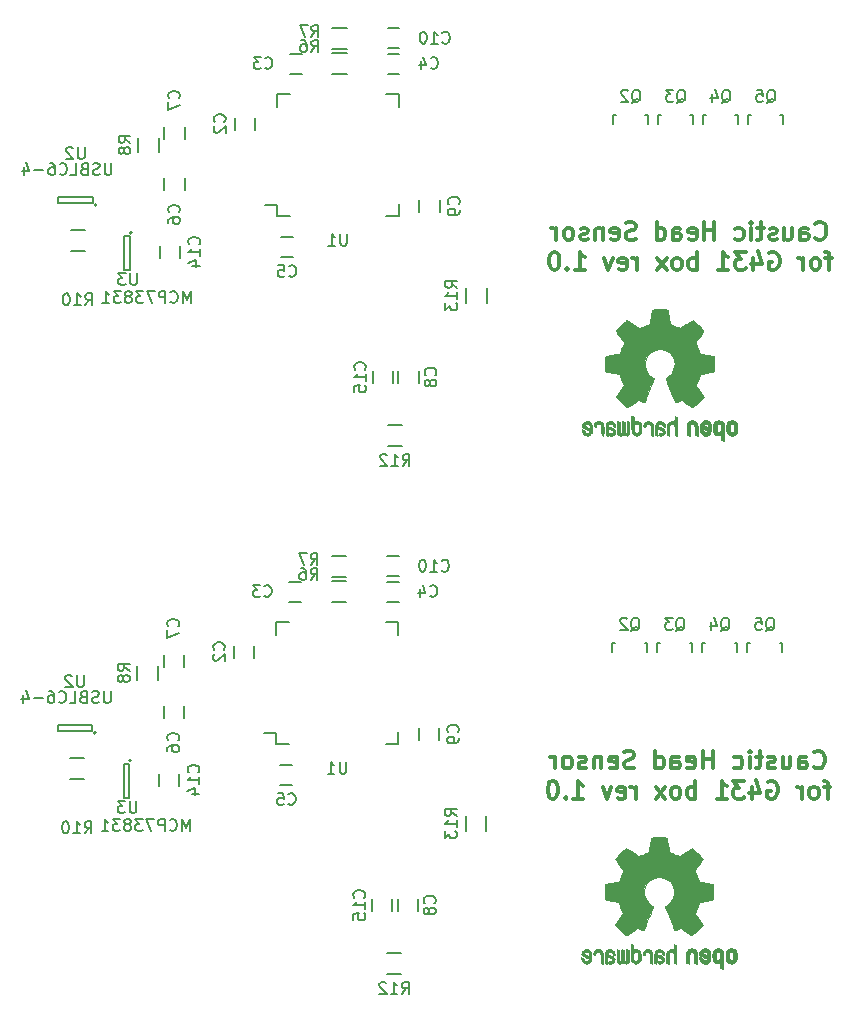
<source format=gbo>
G04 #@! TF.FileFunction,Legend,Bot*
%FSLAX46Y46*%
G04 Gerber Fmt 4.6, Leading zero omitted, Abs format (unit mm)*
G04 Created by KiCad (PCBNEW 4.0.4-stable) date Mon Oct 10 23:42:20 2016*
%MOMM*%
%LPD*%
G01*
G04 APERTURE LIST*
%ADD10C,0.100000*%
%ADD11C,0.300000*%
%ADD12C,0.010000*%
%ADD13C,0.150000*%
G04 APERTURE END LIST*
D10*
D11*
X91668857Y-85239714D02*
X91740286Y-85311143D01*
X91954572Y-85382571D01*
X92097429Y-85382571D01*
X92311714Y-85311143D01*
X92454572Y-85168286D01*
X92526000Y-85025429D01*
X92597429Y-84739714D01*
X92597429Y-84525429D01*
X92526000Y-84239714D01*
X92454572Y-84096857D01*
X92311714Y-83954000D01*
X92097429Y-83882571D01*
X91954572Y-83882571D01*
X91740286Y-83954000D01*
X91668857Y-84025429D01*
X90383143Y-85382571D02*
X90383143Y-84596857D01*
X90454572Y-84454000D01*
X90597429Y-84382571D01*
X90883143Y-84382571D01*
X91026000Y-84454000D01*
X90383143Y-85311143D02*
X90526000Y-85382571D01*
X90883143Y-85382571D01*
X91026000Y-85311143D01*
X91097429Y-85168286D01*
X91097429Y-85025429D01*
X91026000Y-84882571D01*
X90883143Y-84811143D01*
X90526000Y-84811143D01*
X90383143Y-84739714D01*
X89026000Y-84382571D02*
X89026000Y-85382571D01*
X89668857Y-84382571D02*
X89668857Y-85168286D01*
X89597429Y-85311143D01*
X89454571Y-85382571D01*
X89240286Y-85382571D01*
X89097429Y-85311143D01*
X89026000Y-85239714D01*
X88383143Y-85311143D02*
X88240286Y-85382571D01*
X87954571Y-85382571D01*
X87811714Y-85311143D01*
X87740286Y-85168286D01*
X87740286Y-85096857D01*
X87811714Y-84954000D01*
X87954571Y-84882571D01*
X88168857Y-84882571D01*
X88311714Y-84811143D01*
X88383143Y-84668286D01*
X88383143Y-84596857D01*
X88311714Y-84454000D01*
X88168857Y-84382571D01*
X87954571Y-84382571D01*
X87811714Y-84454000D01*
X87311714Y-84382571D02*
X86740285Y-84382571D01*
X87097428Y-83882571D02*
X87097428Y-85168286D01*
X87026000Y-85311143D01*
X86883142Y-85382571D01*
X86740285Y-85382571D01*
X86240285Y-85382571D02*
X86240285Y-84382571D01*
X86240285Y-83882571D02*
X86311714Y-83954000D01*
X86240285Y-84025429D01*
X86168857Y-83954000D01*
X86240285Y-83882571D01*
X86240285Y-84025429D01*
X84883142Y-85311143D02*
X85025999Y-85382571D01*
X85311713Y-85382571D01*
X85454571Y-85311143D01*
X85525999Y-85239714D01*
X85597428Y-85096857D01*
X85597428Y-84668286D01*
X85525999Y-84525429D01*
X85454571Y-84454000D01*
X85311713Y-84382571D01*
X85025999Y-84382571D01*
X84883142Y-84454000D01*
X83097428Y-85382571D02*
X83097428Y-83882571D01*
X83097428Y-84596857D02*
X82240285Y-84596857D01*
X82240285Y-85382571D02*
X82240285Y-83882571D01*
X80954571Y-85311143D02*
X81097428Y-85382571D01*
X81383142Y-85382571D01*
X81525999Y-85311143D01*
X81597428Y-85168286D01*
X81597428Y-84596857D01*
X81525999Y-84454000D01*
X81383142Y-84382571D01*
X81097428Y-84382571D01*
X80954571Y-84454000D01*
X80883142Y-84596857D01*
X80883142Y-84739714D01*
X81597428Y-84882571D01*
X79597428Y-85382571D02*
X79597428Y-84596857D01*
X79668857Y-84454000D01*
X79811714Y-84382571D01*
X80097428Y-84382571D01*
X80240285Y-84454000D01*
X79597428Y-85311143D02*
X79740285Y-85382571D01*
X80097428Y-85382571D01*
X80240285Y-85311143D01*
X80311714Y-85168286D01*
X80311714Y-85025429D01*
X80240285Y-84882571D01*
X80097428Y-84811143D01*
X79740285Y-84811143D01*
X79597428Y-84739714D01*
X78240285Y-85382571D02*
X78240285Y-83882571D01*
X78240285Y-85311143D02*
X78383142Y-85382571D01*
X78668856Y-85382571D01*
X78811714Y-85311143D01*
X78883142Y-85239714D01*
X78954571Y-85096857D01*
X78954571Y-84668286D01*
X78883142Y-84525429D01*
X78811714Y-84454000D01*
X78668856Y-84382571D01*
X78383142Y-84382571D01*
X78240285Y-84454000D01*
X76454571Y-85311143D02*
X76240285Y-85382571D01*
X75883142Y-85382571D01*
X75740285Y-85311143D01*
X75668856Y-85239714D01*
X75597428Y-85096857D01*
X75597428Y-84954000D01*
X75668856Y-84811143D01*
X75740285Y-84739714D01*
X75883142Y-84668286D01*
X76168856Y-84596857D01*
X76311714Y-84525429D01*
X76383142Y-84454000D01*
X76454571Y-84311143D01*
X76454571Y-84168286D01*
X76383142Y-84025429D01*
X76311714Y-83954000D01*
X76168856Y-83882571D01*
X75811714Y-83882571D01*
X75597428Y-83954000D01*
X74383143Y-85311143D02*
X74526000Y-85382571D01*
X74811714Y-85382571D01*
X74954571Y-85311143D01*
X75026000Y-85168286D01*
X75026000Y-84596857D01*
X74954571Y-84454000D01*
X74811714Y-84382571D01*
X74526000Y-84382571D01*
X74383143Y-84454000D01*
X74311714Y-84596857D01*
X74311714Y-84739714D01*
X75026000Y-84882571D01*
X73668857Y-84382571D02*
X73668857Y-85382571D01*
X73668857Y-84525429D02*
X73597429Y-84454000D01*
X73454571Y-84382571D01*
X73240286Y-84382571D01*
X73097429Y-84454000D01*
X73026000Y-84596857D01*
X73026000Y-85382571D01*
X72383143Y-85311143D02*
X72240286Y-85382571D01*
X71954571Y-85382571D01*
X71811714Y-85311143D01*
X71740286Y-85168286D01*
X71740286Y-85096857D01*
X71811714Y-84954000D01*
X71954571Y-84882571D01*
X72168857Y-84882571D01*
X72311714Y-84811143D01*
X72383143Y-84668286D01*
X72383143Y-84596857D01*
X72311714Y-84454000D01*
X72168857Y-84382571D01*
X71954571Y-84382571D01*
X71811714Y-84454000D01*
X70883142Y-85382571D02*
X71026000Y-85311143D01*
X71097428Y-85239714D01*
X71168857Y-85096857D01*
X71168857Y-84668286D01*
X71097428Y-84525429D01*
X71026000Y-84454000D01*
X70883142Y-84382571D01*
X70668857Y-84382571D01*
X70526000Y-84454000D01*
X70454571Y-84525429D01*
X70383142Y-84668286D01*
X70383142Y-85096857D01*
X70454571Y-85239714D01*
X70526000Y-85311143D01*
X70668857Y-85382571D01*
X70883142Y-85382571D01*
X69740285Y-85382571D02*
X69740285Y-84382571D01*
X69740285Y-84668286D02*
X69668857Y-84525429D01*
X69597428Y-84454000D01*
X69454571Y-84382571D01*
X69311714Y-84382571D01*
X93061713Y-86932571D02*
X92490284Y-86932571D01*
X92847427Y-87932571D02*
X92847427Y-86646857D01*
X92775999Y-86504000D01*
X92633141Y-86432571D01*
X92490284Y-86432571D01*
X91775998Y-87932571D02*
X91918856Y-87861143D01*
X91990284Y-87789714D01*
X92061713Y-87646857D01*
X92061713Y-87218286D01*
X91990284Y-87075429D01*
X91918856Y-87004000D01*
X91775998Y-86932571D01*
X91561713Y-86932571D01*
X91418856Y-87004000D01*
X91347427Y-87075429D01*
X91275998Y-87218286D01*
X91275998Y-87646857D01*
X91347427Y-87789714D01*
X91418856Y-87861143D01*
X91561713Y-87932571D01*
X91775998Y-87932571D01*
X90633141Y-87932571D02*
X90633141Y-86932571D01*
X90633141Y-87218286D02*
X90561713Y-87075429D01*
X90490284Y-87004000D01*
X90347427Y-86932571D01*
X90204570Y-86932571D01*
X87775999Y-86504000D02*
X87918856Y-86432571D01*
X88133142Y-86432571D01*
X88347427Y-86504000D01*
X88490285Y-86646857D01*
X88561713Y-86789714D01*
X88633142Y-87075429D01*
X88633142Y-87289714D01*
X88561713Y-87575429D01*
X88490285Y-87718286D01*
X88347427Y-87861143D01*
X88133142Y-87932571D01*
X87990285Y-87932571D01*
X87775999Y-87861143D01*
X87704570Y-87789714D01*
X87704570Y-87289714D01*
X87990285Y-87289714D01*
X86418856Y-86932571D02*
X86418856Y-87932571D01*
X86775999Y-86361143D02*
X87133142Y-87432571D01*
X86204570Y-87432571D01*
X85775999Y-86432571D02*
X84847428Y-86432571D01*
X85347428Y-87004000D01*
X85133142Y-87004000D01*
X84990285Y-87075429D01*
X84918856Y-87146857D01*
X84847428Y-87289714D01*
X84847428Y-87646857D01*
X84918856Y-87789714D01*
X84990285Y-87861143D01*
X85133142Y-87932571D01*
X85561714Y-87932571D01*
X85704571Y-87861143D01*
X85775999Y-87789714D01*
X83418857Y-87932571D02*
X84276000Y-87932571D01*
X83847428Y-87932571D02*
X83847428Y-86432571D01*
X83990285Y-86646857D01*
X84133143Y-86789714D01*
X84276000Y-86861143D01*
X81633143Y-87932571D02*
X81633143Y-86432571D01*
X81633143Y-87004000D02*
X81490286Y-86932571D01*
X81204572Y-86932571D01*
X81061715Y-87004000D01*
X80990286Y-87075429D01*
X80918857Y-87218286D01*
X80918857Y-87646857D01*
X80990286Y-87789714D01*
X81061715Y-87861143D01*
X81204572Y-87932571D01*
X81490286Y-87932571D01*
X81633143Y-87861143D01*
X80061714Y-87932571D02*
X80204572Y-87861143D01*
X80276000Y-87789714D01*
X80347429Y-87646857D01*
X80347429Y-87218286D01*
X80276000Y-87075429D01*
X80204572Y-87004000D01*
X80061714Y-86932571D01*
X79847429Y-86932571D01*
X79704572Y-87004000D01*
X79633143Y-87075429D01*
X79561714Y-87218286D01*
X79561714Y-87646857D01*
X79633143Y-87789714D01*
X79704572Y-87861143D01*
X79847429Y-87932571D01*
X80061714Y-87932571D01*
X79061714Y-87932571D02*
X78276000Y-86932571D01*
X79061714Y-86932571D02*
X78276000Y-87932571D01*
X76561714Y-87932571D02*
X76561714Y-86932571D01*
X76561714Y-87218286D02*
X76490286Y-87075429D01*
X76418857Y-87004000D01*
X76276000Y-86932571D01*
X76133143Y-86932571D01*
X75061715Y-87861143D02*
X75204572Y-87932571D01*
X75490286Y-87932571D01*
X75633143Y-87861143D01*
X75704572Y-87718286D01*
X75704572Y-87146857D01*
X75633143Y-87004000D01*
X75490286Y-86932571D01*
X75204572Y-86932571D01*
X75061715Y-87004000D01*
X74990286Y-87146857D01*
X74990286Y-87289714D01*
X75704572Y-87432571D01*
X74490286Y-86932571D02*
X74133143Y-87932571D01*
X73776001Y-86932571D01*
X71276001Y-87932571D02*
X72133144Y-87932571D01*
X71704572Y-87932571D02*
X71704572Y-86432571D01*
X71847429Y-86646857D01*
X71990287Y-86789714D01*
X72133144Y-86861143D01*
X70633144Y-87789714D02*
X70561716Y-87861143D01*
X70633144Y-87932571D01*
X70704573Y-87861143D01*
X70633144Y-87789714D01*
X70633144Y-87932571D01*
X69633144Y-86432571D02*
X69490287Y-86432571D01*
X69347430Y-86504000D01*
X69276001Y-86575429D01*
X69204572Y-86718286D01*
X69133144Y-87004000D01*
X69133144Y-87361143D01*
X69204572Y-87646857D01*
X69276001Y-87789714D01*
X69347430Y-87861143D01*
X69490287Y-87932571D01*
X69633144Y-87932571D01*
X69776001Y-87861143D01*
X69847430Y-87789714D01*
X69918858Y-87646857D01*
X69990287Y-87361143D01*
X69990287Y-87004000D01*
X69918858Y-86718286D01*
X69847430Y-86575429D01*
X69776001Y-86504000D01*
X69633144Y-86432571D01*
X91795857Y-40472214D02*
X91867286Y-40543643D01*
X92081572Y-40615071D01*
X92224429Y-40615071D01*
X92438714Y-40543643D01*
X92581572Y-40400786D01*
X92653000Y-40257929D01*
X92724429Y-39972214D01*
X92724429Y-39757929D01*
X92653000Y-39472214D01*
X92581572Y-39329357D01*
X92438714Y-39186500D01*
X92224429Y-39115071D01*
X92081572Y-39115071D01*
X91867286Y-39186500D01*
X91795857Y-39257929D01*
X90510143Y-40615071D02*
X90510143Y-39829357D01*
X90581572Y-39686500D01*
X90724429Y-39615071D01*
X91010143Y-39615071D01*
X91153000Y-39686500D01*
X90510143Y-40543643D02*
X90653000Y-40615071D01*
X91010143Y-40615071D01*
X91153000Y-40543643D01*
X91224429Y-40400786D01*
X91224429Y-40257929D01*
X91153000Y-40115071D01*
X91010143Y-40043643D01*
X90653000Y-40043643D01*
X90510143Y-39972214D01*
X89153000Y-39615071D02*
X89153000Y-40615071D01*
X89795857Y-39615071D02*
X89795857Y-40400786D01*
X89724429Y-40543643D01*
X89581571Y-40615071D01*
X89367286Y-40615071D01*
X89224429Y-40543643D01*
X89153000Y-40472214D01*
X88510143Y-40543643D02*
X88367286Y-40615071D01*
X88081571Y-40615071D01*
X87938714Y-40543643D01*
X87867286Y-40400786D01*
X87867286Y-40329357D01*
X87938714Y-40186500D01*
X88081571Y-40115071D01*
X88295857Y-40115071D01*
X88438714Y-40043643D01*
X88510143Y-39900786D01*
X88510143Y-39829357D01*
X88438714Y-39686500D01*
X88295857Y-39615071D01*
X88081571Y-39615071D01*
X87938714Y-39686500D01*
X87438714Y-39615071D02*
X86867285Y-39615071D01*
X87224428Y-39115071D02*
X87224428Y-40400786D01*
X87153000Y-40543643D01*
X87010142Y-40615071D01*
X86867285Y-40615071D01*
X86367285Y-40615071D02*
X86367285Y-39615071D01*
X86367285Y-39115071D02*
X86438714Y-39186500D01*
X86367285Y-39257929D01*
X86295857Y-39186500D01*
X86367285Y-39115071D01*
X86367285Y-39257929D01*
X85010142Y-40543643D02*
X85152999Y-40615071D01*
X85438713Y-40615071D01*
X85581571Y-40543643D01*
X85652999Y-40472214D01*
X85724428Y-40329357D01*
X85724428Y-39900786D01*
X85652999Y-39757929D01*
X85581571Y-39686500D01*
X85438713Y-39615071D01*
X85152999Y-39615071D01*
X85010142Y-39686500D01*
X83224428Y-40615071D02*
X83224428Y-39115071D01*
X83224428Y-39829357D02*
X82367285Y-39829357D01*
X82367285Y-40615071D02*
X82367285Y-39115071D01*
X81081571Y-40543643D02*
X81224428Y-40615071D01*
X81510142Y-40615071D01*
X81652999Y-40543643D01*
X81724428Y-40400786D01*
X81724428Y-39829357D01*
X81652999Y-39686500D01*
X81510142Y-39615071D01*
X81224428Y-39615071D01*
X81081571Y-39686500D01*
X81010142Y-39829357D01*
X81010142Y-39972214D01*
X81724428Y-40115071D01*
X79724428Y-40615071D02*
X79724428Y-39829357D01*
X79795857Y-39686500D01*
X79938714Y-39615071D01*
X80224428Y-39615071D01*
X80367285Y-39686500D01*
X79724428Y-40543643D02*
X79867285Y-40615071D01*
X80224428Y-40615071D01*
X80367285Y-40543643D01*
X80438714Y-40400786D01*
X80438714Y-40257929D01*
X80367285Y-40115071D01*
X80224428Y-40043643D01*
X79867285Y-40043643D01*
X79724428Y-39972214D01*
X78367285Y-40615071D02*
X78367285Y-39115071D01*
X78367285Y-40543643D02*
X78510142Y-40615071D01*
X78795856Y-40615071D01*
X78938714Y-40543643D01*
X79010142Y-40472214D01*
X79081571Y-40329357D01*
X79081571Y-39900786D01*
X79010142Y-39757929D01*
X78938714Y-39686500D01*
X78795856Y-39615071D01*
X78510142Y-39615071D01*
X78367285Y-39686500D01*
X76581571Y-40543643D02*
X76367285Y-40615071D01*
X76010142Y-40615071D01*
X75867285Y-40543643D01*
X75795856Y-40472214D01*
X75724428Y-40329357D01*
X75724428Y-40186500D01*
X75795856Y-40043643D01*
X75867285Y-39972214D01*
X76010142Y-39900786D01*
X76295856Y-39829357D01*
X76438714Y-39757929D01*
X76510142Y-39686500D01*
X76581571Y-39543643D01*
X76581571Y-39400786D01*
X76510142Y-39257929D01*
X76438714Y-39186500D01*
X76295856Y-39115071D01*
X75938714Y-39115071D01*
X75724428Y-39186500D01*
X74510143Y-40543643D02*
X74653000Y-40615071D01*
X74938714Y-40615071D01*
X75081571Y-40543643D01*
X75153000Y-40400786D01*
X75153000Y-39829357D01*
X75081571Y-39686500D01*
X74938714Y-39615071D01*
X74653000Y-39615071D01*
X74510143Y-39686500D01*
X74438714Y-39829357D01*
X74438714Y-39972214D01*
X75153000Y-40115071D01*
X73795857Y-39615071D02*
X73795857Y-40615071D01*
X73795857Y-39757929D02*
X73724429Y-39686500D01*
X73581571Y-39615071D01*
X73367286Y-39615071D01*
X73224429Y-39686500D01*
X73153000Y-39829357D01*
X73153000Y-40615071D01*
X72510143Y-40543643D02*
X72367286Y-40615071D01*
X72081571Y-40615071D01*
X71938714Y-40543643D01*
X71867286Y-40400786D01*
X71867286Y-40329357D01*
X71938714Y-40186500D01*
X72081571Y-40115071D01*
X72295857Y-40115071D01*
X72438714Y-40043643D01*
X72510143Y-39900786D01*
X72510143Y-39829357D01*
X72438714Y-39686500D01*
X72295857Y-39615071D01*
X72081571Y-39615071D01*
X71938714Y-39686500D01*
X71010142Y-40615071D02*
X71153000Y-40543643D01*
X71224428Y-40472214D01*
X71295857Y-40329357D01*
X71295857Y-39900786D01*
X71224428Y-39757929D01*
X71153000Y-39686500D01*
X71010142Y-39615071D01*
X70795857Y-39615071D01*
X70653000Y-39686500D01*
X70581571Y-39757929D01*
X70510142Y-39900786D01*
X70510142Y-40329357D01*
X70581571Y-40472214D01*
X70653000Y-40543643D01*
X70795857Y-40615071D01*
X71010142Y-40615071D01*
X69867285Y-40615071D02*
X69867285Y-39615071D01*
X69867285Y-39900786D02*
X69795857Y-39757929D01*
X69724428Y-39686500D01*
X69581571Y-39615071D01*
X69438714Y-39615071D01*
X93188713Y-42165071D02*
X92617284Y-42165071D01*
X92974427Y-43165071D02*
X92974427Y-41879357D01*
X92902999Y-41736500D01*
X92760141Y-41665071D01*
X92617284Y-41665071D01*
X91902998Y-43165071D02*
X92045856Y-43093643D01*
X92117284Y-43022214D01*
X92188713Y-42879357D01*
X92188713Y-42450786D01*
X92117284Y-42307929D01*
X92045856Y-42236500D01*
X91902998Y-42165071D01*
X91688713Y-42165071D01*
X91545856Y-42236500D01*
X91474427Y-42307929D01*
X91402998Y-42450786D01*
X91402998Y-42879357D01*
X91474427Y-43022214D01*
X91545856Y-43093643D01*
X91688713Y-43165071D01*
X91902998Y-43165071D01*
X90760141Y-43165071D02*
X90760141Y-42165071D01*
X90760141Y-42450786D02*
X90688713Y-42307929D01*
X90617284Y-42236500D01*
X90474427Y-42165071D01*
X90331570Y-42165071D01*
X87902999Y-41736500D02*
X88045856Y-41665071D01*
X88260142Y-41665071D01*
X88474427Y-41736500D01*
X88617285Y-41879357D01*
X88688713Y-42022214D01*
X88760142Y-42307929D01*
X88760142Y-42522214D01*
X88688713Y-42807929D01*
X88617285Y-42950786D01*
X88474427Y-43093643D01*
X88260142Y-43165071D01*
X88117285Y-43165071D01*
X87902999Y-43093643D01*
X87831570Y-43022214D01*
X87831570Y-42522214D01*
X88117285Y-42522214D01*
X86545856Y-42165071D02*
X86545856Y-43165071D01*
X86902999Y-41593643D02*
X87260142Y-42665071D01*
X86331570Y-42665071D01*
X85902999Y-41665071D02*
X84974428Y-41665071D01*
X85474428Y-42236500D01*
X85260142Y-42236500D01*
X85117285Y-42307929D01*
X85045856Y-42379357D01*
X84974428Y-42522214D01*
X84974428Y-42879357D01*
X85045856Y-43022214D01*
X85117285Y-43093643D01*
X85260142Y-43165071D01*
X85688714Y-43165071D01*
X85831571Y-43093643D01*
X85902999Y-43022214D01*
X83545857Y-43165071D02*
X84403000Y-43165071D01*
X83974428Y-43165071D02*
X83974428Y-41665071D01*
X84117285Y-41879357D01*
X84260143Y-42022214D01*
X84403000Y-42093643D01*
X81760143Y-43165071D02*
X81760143Y-41665071D01*
X81760143Y-42236500D02*
X81617286Y-42165071D01*
X81331572Y-42165071D01*
X81188715Y-42236500D01*
X81117286Y-42307929D01*
X81045857Y-42450786D01*
X81045857Y-42879357D01*
X81117286Y-43022214D01*
X81188715Y-43093643D01*
X81331572Y-43165071D01*
X81617286Y-43165071D01*
X81760143Y-43093643D01*
X80188714Y-43165071D02*
X80331572Y-43093643D01*
X80403000Y-43022214D01*
X80474429Y-42879357D01*
X80474429Y-42450786D01*
X80403000Y-42307929D01*
X80331572Y-42236500D01*
X80188714Y-42165071D01*
X79974429Y-42165071D01*
X79831572Y-42236500D01*
X79760143Y-42307929D01*
X79688714Y-42450786D01*
X79688714Y-42879357D01*
X79760143Y-43022214D01*
X79831572Y-43093643D01*
X79974429Y-43165071D01*
X80188714Y-43165071D01*
X79188714Y-43165071D02*
X78403000Y-42165071D01*
X79188714Y-42165071D02*
X78403000Y-43165071D01*
X76688714Y-43165071D02*
X76688714Y-42165071D01*
X76688714Y-42450786D02*
X76617286Y-42307929D01*
X76545857Y-42236500D01*
X76403000Y-42165071D01*
X76260143Y-42165071D01*
X75188715Y-43093643D02*
X75331572Y-43165071D01*
X75617286Y-43165071D01*
X75760143Y-43093643D01*
X75831572Y-42950786D01*
X75831572Y-42379357D01*
X75760143Y-42236500D01*
X75617286Y-42165071D01*
X75331572Y-42165071D01*
X75188715Y-42236500D01*
X75117286Y-42379357D01*
X75117286Y-42522214D01*
X75831572Y-42665071D01*
X74617286Y-42165071D02*
X74260143Y-43165071D01*
X73903001Y-42165071D01*
X71403001Y-43165071D02*
X72260144Y-43165071D01*
X71831572Y-43165071D02*
X71831572Y-41665071D01*
X71974429Y-41879357D01*
X72117287Y-42022214D01*
X72260144Y-42093643D01*
X70760144Y-43022214D02*
X70688716Y-43093643D01*
X70760144Y-43165071D01*
X70831573Y-43093643D01*
X70760144Y-43022214D01*
X70760144Y-43165071D01*
X69760144Y-41665071D02*
X69617287Y-41665071D01*
X69474430Y-41736500D01*
X69403001Y-41807929D01*
X69331572Y-41950786D01*
X69260144Y-42236500D01*
X69260144Y-42593643D01*
X69331572Y-42879357D01*
X69403001Y-43022214D01*
X69474430Y-43093643D01*
X69617287Y-43165071D01*
X69760144Y-43165071D01*
X69903001Y-43093643D01*
X69974430Y-43022214D01*
X70045858Y-42879357D01*
X70117287Y-42593643D01*
X70117287Y-42236500D01*
X70045858Y-41950786D01*
X69974430Y-41807929D01*
X69903001Y-41736500D01*
X69760144Y-41665071D01*
D12*
G36*
X83441100Y-55931903D02*
X83329550Y-55987522D01*
X83231092Y-56089931D01*
X83203977Y-56127864D01*
X83174438Y-56177500D01*
X83155272Y-56231412D01*
X83144307Y-56303364D01*
X83139371Y-56407122D01*
X83138287Y-56544101D01*
X83143182Y-56731815D01*
X83160196Y-56872758D01*
X83192823Y-56977908D01*
X83244558Y-57058243D01*
X83318896Y-57124741D01*
X83324358Y-57128678D01*
X83397620Y-57168953D01*
X83485840Y-57188880D01*
X83598038Y-57193793D01*
X83780433Y-57193793D01*
X83780509Y-57370857D01*
X83782207Y-57469470D01*
X83792550Y-57527314D01*
X83819578Y-57562006D01*
X83871332Y-57591164D01*
X83883761Y-57597121D01*
X83941923Y-57625039D01*
X83986956Y-57642672D01*
X84020441Y-57644194D01*
X84043962Y-57623781D01*
X84059100Y-57575607D01*
X84067437Y-57493846D01*
X84070556Y-57372672D01*
X84070040Y-57206260D01*
X84067471Y-56988785D01*
X84066668Y-56923736D01*
X84063778Y-56699502D01*
X84061188Y-56552821D01*
X83780586Y-56552821D01*
X83779009Y-56677326D01*
X83772000Y-56758787D01*
X83756142Y-56812515D01*
X83728019Y-56853823D01*
X83708925Y-56873971D01*
X83630865Y-56932921D01*
X83561753Y-56937720D01*
X83490440Y-56889038D01*
X83488632Y-56887241D01*
X83459617Y-56849618D01*
X83441967Y-56798484D01*
X83433064Y-56719738D01*
X83430291Y-56599276D01*
X83430241Y-56572588D01*
X83436942Y-56406583D01*
X83458752Y-56291505D01*
X83498235Y-56221254D01*
X83557956Y-56189729D01*
X83592472Y-56186552D01*
X83674389Y-56201460D01*
X83730579Y-56250548D01*
X83764402Y-56340362D01*
X83779220Y-56477445D01*
X83780586Y-56552821D01*
X84061188Y-56552821D01*
X84060713Y-56525952D01*
X84056753Y-56395382D01*
X84051174Y-56300087D01*
X84043254Y-56232364D01*
X84032269Y-56184507D01*
X84017499Y-56148813D01*
X83998218Y-56117578D01*
X83989951Y-56105824D01*
X83880288Y-55994797D01*
X83741635Y-55931847D01*
X83581246Y-55914297D01*
X83441100Y-55931903D01*
X83441100Y-55931903D01*
G37*
X83441100Y-55931903D02*
X83329550Y-55987522D01*
X83231092Y-56089931D01*
X83203977Y-56127864D01*
X83174438Y-56177500D01*
X83155272Y-56231412D01*
X83144307Y-56303364D01*
X83139371Y-56407122D01*
X83138287Y-56544101D01*
X83143182Y-56731815D01*
X83160196Y-56872758D01*
X83192823Y-56977908D01*
X83244558Y-57058243D01*
X83318896Y-57124741D01*
X83324358Y-57128678D01*
X83397620Y-57168953D01*
X83485840Y-57188880D01*
X83598038Y-57193793D01*
X83780433Y-57193793D01*
X83780509Y-57370857D01*
X83782207Y-57469470D01*
X83792550Y-57527314D01*
X83819578Y-57562006D01*
X83871332Y-57591164D01*
X83883761Y-57597121D01*
X83941923Y-57625039D01*
X83986956Y-57642672D01*
X84020441Y-57644194D01*
X84043962Y-57623781D01*
X84059100Y-57575607D01*
X84067437Y-57493846D01*
X84070556Y-57372672D01*
X84070040Y-57206260D01*
X84067471Y-56988785D01*
X84066668Y-56923736D01*
X84063778Y-56699502D01*
X84061188Y-56552821D01*
X83780586Y-56552821D01*
X83779009Y-56677326D01*
X83772000Y-56758787D01*
X83756142Y-56812515D01*
X83728019Y-56853823D01*
X83708925Y-56873971D01*
X83630865Y-56932921D01*
X83561753Y-56937720D01*
X83490440Y-56889038D01*
X83488632Y-56887241D01*
X83459617Y-56849618D01*
X83441967Y-56798484D01*
X83433064Y-56719738D01*
X83430291Y-56599276D01*
X83430241Y-56572588D01*
X83436942Y-56406583D01*
X83458752Y-56291505D01*
X83498235Y-56221254D01*
X83557956Y-56189729D01*
X83592472Y-56186552D01*
X83674389Y-56201460D01*
X83730579Y-56250548D01*
X83764402Y-56340362D01*
X83779220Y-56477445D01*
X83780586Y-56552821D01*
X84061188Y-56552821D01*
X84060713Y-56525952D01*
X84056753Y-56395382D01*
X84051174Y-56300087D01*
X84043254Y-56232364D01*
X84032269Y-56184507D01*
X84017499Y-56148813D01*
X83998218Y-56117578D01*
X83989951Y-56105824D01*
X83880288Y-55994797D01*
X83741635Y-55931847D01*
X83581246Y-55914297D01*
X83441100Y-55931903D01*
G36*
X81195571Y-55947719D02*
X81101877Y-56001914D01*
X81036736Y-56055707D01*
X80989093Y-56112066D01*
X80956272Y-56180987D01*
X80935594Y-56272468D01*
X80924380Y-56396506D01*
X80919951Y-56563098D01*
X80919437Y-56682851D01*
X80919437Y-57123659D01*
X81043517Y-57179283D01*
X81167598Y-57234907D01*
X81182195Y-56752095D01*
X81188227Y-56571779D01*
X81194555Y-56440901D01*
X81202394Y-56350511D01*
X81212963Y-56291664D01*
X81227477Y-56255413D01*
X81247152Y-56232810D01*
X81253465Y-56227917D01*
X81349112Y-56189706D01*
X81445793Y-56204827D01*
X81503345Y-56244943D01*
X81526755Y-56273370D01*
X81542961Y-56310672D01*
X81553259Y-56367223D01*
X81558951Y-56453394D01*
X81561336Y-56579558D01*
X81561736Y-56711042D01*
X81561814Y-56875999D01*
X81564639Y-56992761D01*
X81574093Y-57071510D01*
X81594060Y-57122431D01*
X81628424Y-57155706D01*
X81681068Y-57181520D01*
X81751383Y-57208344D01*
X81828180Y-57237542D01*
X81819038Y-56719346D01*
X81815357Y-56532539D01*
X81811050Y-56394490D01*
X81804877Y-56295568D01*
X81795598Y-56226145D01*
X81781973Y-56176590D01*
X81762761Y-56137273D01*
X81739598Y-56102584D01*
X81627848Y-55991770D01*
X81491487Y-55927689D01*
X81343175Y-55912339D01*
X81195571Y-55947719D01*
X81195571Y-55947719D01*
G37*
X81195571Y-55947719D02*
X81101877Y-56001914D01*
X81036736Y-56055707D01*
X80989093Y-56112066D01*
X80956272Y-56180987D01*
X80935594Y-56272468D01*
X80924380Y-56396506D01*
X80919951Y-56563098D01*
X80919437Y-56682851D01*
X80919437Y-57123659D01*
X81043517Y-57179283D01*
X81167598Y-57234907D01*
X81182195Y-56752095D01*
X81188227Y-56571779D01*
X81194555Y-56440901D01*
X81202394Y-56350511D01*
X81212963Y-56291664D01*
X81227477Y-56255413D01*
X81247152Y-56232810D01*
X81253465Y-56227917D01*
X81349112Y-56189706D01*
X81445793Y-56204827D01*
X81503345Y-56244943D01*
X81526755Y-56273370D01*
X81542961Y-56310672D01*
X81553259Y-56367223D01*
X81558951Y-56453394D01*
X81561336Y-56579558D01*
X81561736Y-56711042D01*
X81561814Y-56875999D01*
X81564639Y-56992761D01*
X81574093Y-57071510D01*
X81594060Y-57122431D01*
X81628424Y-57155706D01*
X81681068Y-57181520D01*
X81751383Y-57208344D01*
X81828180Y-57237542D01*
X81819038Y-56719346D01*
X81815357Y-56532539D01*
X81811050Y-56394490D01*
X81804877Y-56295568D01*
X81795598Y-56226145D01*
X81781973Y-56176590D01*
X81762761Y-56137273D01*
X81739598Y-56102584D01*
X81627848Y-55991770D01*
X81491487Y-55927689D01*
X81343175Y-55912339D01*
X81195571Y-55947719D01*
G36*
X84564779Y-55936015D02*
X84427939Y-56007968D01*
X84326949Y-56123766D01*
X84291075Y-56198213D01*
X84263161Y-56309992D01*
X84248871Y-56451227D01*
X84247516Y-56605371D01*
X84258405Y-56755879D01*
X84280847Y-56886205D01*
X84314150Y-56979803D01*
X84324385Y-56995922D01*
X84445618Y-57116249D01*
X84589613Y-57188317D01*
X84745861Y-57209408D01*
X84903852Y-57176802D01*
X84947820Y-57157253D01*
X85033444Y-57097012D01*
X85108592Y-57017135D01*
X85115694Y-57007004D01*
X85144561Y-56958181D01*
X85163643Y-56905990D01*
X85174916Y-56837285D01*
X85180355Y-56738918D01*
X85181938Y-56597744D01*
X85181965Y-56566092D01*
X85181893Y-56556019D01*
X84890011Y-56556019D01*
X84888313Y-56689256D01*
X84881628Y-56777674D01*
X84867575Y-56834785D01*
X84843771Y-56874102D01*
X84831621Y-56887241D01*
X84761764Y-56937172D01*
X84693941Y-56934895D01*
X84625365Y-56891584D01*
X84584465Y-56845346D01*
X84560242Y-56777857D01*
X84546639Y-56671433D01*
X84545706Y-56659020D01*
X84543384Y-56466147D01*
X84567650Y-56322900D01*
X84618176Y-56230160D01*
X84694632Y-56188807D01*
X84721924Y-56186552D01*
X84793589Y-56197893D01*
X84842610Y-56237184D01*
X84872582Y-56312326D01*
X84887101Y-56431222D01*
X84890011Y-56556019D01*
X85181893Y-56556019D01*
X85180878Y-56415659D01*
X85176312Y-56310549D01*
X85166312Y-56237714D01*
X85148921Y-56184108D01*
X85122184Y-56136681D01*
X85116276Y-56127864D01*
X85016968Y-56009007D01*
X84908758Y-55940008D01*
X84777019Y-55912619D01*
X84732283Y-55911281D01*
X84564779Y-55936015D01*
X84564779Y-55936015D01*
G37*
X84564779Y-55936015D02*
X84427939Y-56007968D01*
X84326949Y-56123766D01*
X84291075Y-56198213D01*
X84263161Y-56309992D01*
X84248871Y-56451227D01*
X84247516Y-56605371D01*
X84258405Y-56755879D01*
X84280847Y-56886205D01*
X84314150Y-56979803D01*
X84324385Y-56995922D01*
X84445618Y-57116249D01*
X84589613Y-57188317D01*
X84745861Y-57209408D01*
X84903852Y-57176802D01*
X84947820Y-57157253D01*
X85033444Y-57097012D01*
X85108592Y-57017135D01*
X85115694Y-57007004D01*
X85144561Y-56958181D01*
X85163643Y-56905990D01*
X85174916Y-56837285D01*
X85180355Y-56738918D01*
X85181938Y-56597744D01*
X85181965Y-56566092D01*
X85181893Y-56556019D01*
X84890011Y-56556019D01*
X84888313Y-56689256D01*
X84881628Y-56777674D01*
X84867575Y-56834785D01*
X84843771Y-56874102D01*
X84831621Y-56887241D01*
X84761764Y-56937172D01*
X84693941Y-56934895D01*
X84625365Y-56891584D01*
X84584465Y-56845346D01*
X84560242Y-56777857D01*
X84546639Y-56671433D01*
X84545706Y-56659020D01*
X84543384Y-56466147D01*
X84567650Y-56322900D01*
X84618176Y-56230160D01*
X84694632Y-56188807D01*
X84721924Y-56186552D01*
X84793589Y-56197893D01*
X84842610Y-56237184D01*
X84872582Y-56312326D01*
X84887101Y-56431222D01*
X84890011Y-56556019D01*
X85181893Y-56556019D01*
X85180878Y-56415659D01*
X85176312Y-56310549D01*
X85166312Y-56237714D01*
X85148921Y-56184108D01*
X85122184Y-56136681D01*
X85116276Y-56127864D01*
X85016968Y-56009007D01*
X84908758Y-55940008D01*
X84777019Y-55912619D01*
X84732283Y-55911281D01*
X84564779Y-55936015D01*
G36*
X82297448Y-55954676D02*
X82182342Y-56032111D01*
X82093389Y-56143949D01*
X82040251Y-56286265D01*
X82029503Y-56391015D01*
X82030724Y-56434726D01*
X82040944Y-56468194D01*
X82069039Y-56498179D01*
X82123884Y-56531440D01*
X82214355Y-56574738D01*
X82349328Y-56634833D01*
X82350011Y-56635134D01*
X82474249Y-56692037D01*
X82576127Y-56742565D01*
X82645233Y-56781280D01*
X82671154Y-56802740D01*
X82671161Y-56802913D01*
X82648315Y-56849644D01*
X82594891Y-56901154D01*
X82533558Y-56938261D01*
X82502485Y-56945632D01*
X82417711Y-56920138D01*
X82344707Y-56856291D01*
X82309087Y-56786094D01*
X82274820Y-56734343D01*
X82207697Y-56675409D01*
X82128792Y-56624496D01*
X82059179Y-56596809D01*
X82044623Y-56595287D01*
X82028237Y-56620321D01*
X82027250Y-56684311D01*
X82039292Y-56770593D01*
X82061993Y-56862501D01*
X82092986Y-56943369D01*
X82094552Y-56946509D01*
X82187819Y-57076734D01*
X82308696Y-57165311D01*
X82445973Y-57208786D01*
X82588440Y-57203706D01*
X82724888Y-57146616D01*
X82730955Y-57142602D01*
X82838290Y-57045326D01*
X82908868Y-56918409D01*
X82947926Y-56751526D01*
X82953168Y-56704639D01*
X82962452Y-56483329D01*
X82951322Y-56380124D01*
X82671161Y-56380124D01*
X82667521Y-56444503D01*
X82647611Y-56463291D01*
X82597974Y-56449235D01*
X82519733Y-56416009D01*
X82432274Y-56374359D01*
X82430101Y-56373256D01*
X82355970Y-56334265D01*
X82326219Y-56308244D01*
X82333555Y-56280965D01*
X82364447Y-56245121D01*
X82443040Y-56193251D01*
X82527677Y-56189439D01*
X82603597Y-56227189D01*
X82656035Y-56300001D01*
X82671161Y-56380124D01*
X82951322Y-56380124D01*
X82943356Y-56306261D01*
X82894366Y-56165829D01*
X82826164Y-56067447D01*
X82703065Y-55968030D01*
X82567472Y-55918711D01*
X82429045Y-55915568D01*
X82297448Y-55954676D01*
X82297448Y-55954676D01*
G37*
X82297448Y-55954676D02*
X82182342Y-56032111D01*
X82093389Y-56143949D01*
X82040251Y-56286265D01*
X82029503Y-56391015D01*
X82030724Y-56434726D01*
X82040944Y-56468194D01*
X82069039Y-56498179D01*
X82123884Y-56531440D01*
X82214355Y-56574738D01*
X82349328Y-56634833D01*
X82350011Y-56635134D01*
X82474249Y-56692037D01*
X82576127Y-56742565D01*
X82645233Y-56781280D01*
X82671154Y-56802740D01*
X82671161Y-56802913D01*
X82648315Y-56849644D01*
X82594891Y-56901154D01*
X82533558Y-56938261D01*
X82502485Y-56945632D01*
X82417711Y-56920138D01*
X82344707Y-56856291D01*
X82309087Y-56786094D01*
X82274820Y-56734343D01*
X82207697Y-56675409D01*
X82128792Y-56624496D01*
X82059179Y-56596809D01*
X82044623Y-56595287D01*
X82028237Y-56620321D01*
X82027250Y-56684311D01*
X82039292Y-56770593D01*
X82061993Y-56862501D01*
X82092986Y-56943369D01*
X82094552Y-56946509D01*
X82187819Y-57076734D01*
X82308696Y-57165311D01*
X82445973Y-57208786D01*
X82588440Y-57203706D01*
X82724888Y-57146616D01*
X82730955Y-57142602D01*
X82838290Y-57045326D01*
X82908868Y-56918409D01*
X82947926Y-56751526D01*
X82953168Y-56704639D01*
X82962452Y-56483329D01*
X82951322Y-56380124D01*
X82671161Y-56380124D01*
X82667521Y-56444503D01*
X82647611Y-56463291D01*
X82597974Y-56449235D01*
X82519733Y-56416009D01*
X82432274Y-56374359D01*
X82430101Y-56373256D01*
X82355970Y-56334265D01*
X82326219Y-56308244D01*
X82333555Y-56280965D01*
X82364447Y-56245121D01*
X82443040Y-56193251D01*
X82527677Y-56189439D01*
X82603597Y-56227189D01*
X82656035Y-56300001D01*
X82671161Y-56380124D01*
X82951322Y-56380124D01*
X82943356Y-56306261D01*
X82894366Y-56165829D01*
X82826164Y-56067447D01*
X82703065Y-55968030D01*
X82567472Y-55918711D01*
X82429045Y-55915568D01*
X82297448Y-55954676D01*
G36*
X79868402Y-55793857D02*
X79859846Y-55913188D01*
X79850019Y-55983506D01*
X79836401Y-56014179D01*
X79816473Y-56014571D01*
X79810011Y-56010910D01*
X79724060Y-55984398D01*
X79612255Y-55985946D01*
X79498586Y-56013199D01*
X79427490Y-56048455D01*
X79354595Y-56104778D01*
X79301307Y-56168519D01*
X79264725Y-56249510D01*
X79241950Y-56357586D01*
X79230081Y-56502580D01*
X79226218Y-56694326D01*
X79226149Y-56731109D01*
X79226103Y-57144288D01*
X79318046Y-57176339D01*
X79383348Y-57198144D01*
X79419176Y-57208297D01*
X79420230Y-57208391D01*
X79423758Y-57180860D01*
X79426761Y-57104923D01*
X79429010Y-56990565D01*
X79430276Y-56847769D01*
X79430471Y-56760951D01*
X79430877Y-56589773D01*
X79432968Y-56467088D01*
X79438053Y-56383000D01*
X79447440Y-56327614D01*
X79462439Y-56291032D01*
X79484358Y-56263359D01*
X79498043Y-56250032D01*
X79592051Y-56196328D01*
X79694636Y-56192307D01*
X79787710Y-56237725D01*
X79804922Y-56254123D01*
X79830168Y-56284957D01*
X79847680Y-56321531D01*
X79858858Y-56374415D01*
X79865104Y-56454177D01*
X79867818Y-56571385D01*
X79868402Y-56732991D01*
X79868402Y-57144288D01*
X79960345Y-57176339D01*
X80025647Y-57198144D01*
X80061475Y-57208297D01*
X80062529Y-57208391D01*
X80065225Y-57180448D01*
X80067655Y-57101630D01*
X80069722Y-56979453D01*
X80071329Y-56821432D01*
X80072377Y-56635083D01*
X80072769Y-56427920D01*
X80072770Y-56418706D01*
X80072770Y-55629020D01*
X79977885Y-55588997D01*
X79883000Y-55548973D01*
X79868402Y-55793857D01*
X79868402Y-55793857D01*
G37*
X79868402Y-55793857D02*
X79859846Y-55913188D01*
X79850019Y-55983506D01*
X79836401Y-56014179D01*
X79816473Y-56014571D01*
X79810011Y-56010910D01*
X79724060Y-55984398D01*
X79612255Y-55985946D01*
X79498586Y-56013199D01*
X79427490Y-56048455D01*
X79354595Y-56104778D01*
X79301307Y-56168519D01*
X79264725Y-56249510D01*
X79241950Y-56357586D01*
X79230081Y-56502580D01*
X79226218Y-56694326D01*
X79226149Y-56731109D01*
X79226103Y-57144288D01*
X79318046Y-57176339D01*
X79383348Y-57198144D01*
X79419176Y-57208297D01*
X79420230Y-57208391D01*
X79423758Y-57180860D01*
X79426761Y-57104923D01*
X79429010Y-56990565D01*
X79430276Y-56847769D01*
X79430471Y-56760951D01*
X79430877Y-56589773D01*
X79432968Y-56467088D01*
X79438053Y-56383000D01*
X79447440Y-56327614D01*
X79462439Y-56291032D01*
X79484358Y-56263359D01*
X79498043Y-56250032D01*
X79592051Y-56196328D01*
X79694636Y-56192307D01*
X79787710Y-56237725D01*
X79804922Y-56254123D01*
X79830168Y-56284957D01*
X79847680Y-56321531D01*
X79858858Y-56374415D01*
X79865104Y-56454177D01*
X79867818Y-56571385D01*
X79868402Y-56732991D01*
X79868402Y-57144288D01*
X79960345Y-57176339D01*
X80025647Y-57198144D01*
X80061475Y-57208297D01*
X80062529Y-57208391D01*
X80065225Y-57180448D01*
X80067655Y-57101630D01*
X80069722Y-56979453D01*
X80071329Y-56821432D01*
X80072377Y-56635083D01*
X80072769Y-56427920D01*
X80072770Y-56418706D01*
X80072770Y-55629020D01*
X79977885Y-55588997D01*
X79883000Y-55548973D01*
X79868402Y-55793857D01*
G36*
X78533056Y-55994360D02*
X78418657Y-56036842D01*
X78417348Y-56037658D01*
X78346597Y-56089730D01*
X78294364Y-56150584D01*
X78257629Y-56229887D01*
X78233366Y-56337309D01*
X78218555Y-56482517D01*
X78210171Y-56675179D01*
X78209436Y-56702628D01*
X78198880Y-57116521D01*
X78287709Y-57162456D01*
X78351982Y-57193498D01*
X78390790Y-57208206D01*
X78392585Y-57208391D01*
X78399300Y-57181250D01*
X78404635Y-57108041D01*
X78407917Y-57001081D01*
X78408632Y-56914469D01*
X78408649Y-56774162D01*
X78415063Y-56686051D01*
X78437420Y-56644025D01*
X78485268Y-56641975D01*
X78568151Y-56673790D01*
X78693287Y-56732272D01*
X78785303Y-56780845D01*
X78832629Y-56822986D01*
X78846542Y-56868916D01*
X78846563Y-56871189D01*
X78823605Y-56950311D01*
X78755630Y-56993055D01*
X78651602Y-56999246D01*
X78576670Y-56998172D01*
X78537161Y-57019753D01*
X78512522Y-57071591D01*
X78498341Y-57137632D01*
X78518777Y-57175104D01*
X78526472Y-57180467D01*
X78598917Y-57202006D01*
X78700367Y-57205055D01*
X78804843Y-57190778D01*
X78878875Y-57164688D01*
X78981228Y-57077785D01*
X79039409Y-56956816D01*
X79050931Y-56862308D01*
X79042138Y-56777062D01*
X79010320Y-56707476D01*
X78947316Y-56645672D01*
X78844969Y-56583772D01*
X78695118Y-56513897D01*
X78685988Y-56509948D01*
X78551003Y-56447588D01*
X78467706Y-56396446D01*
X78432003Y-56350488D01*
X78439797Y-56303683D01*
X78486993Y-56249998D01*
X78501106Y-56237644D01*
X78595641Y-56189741D01*
X78693594Y-56191758D01*
X78778903Y-56238724D01*
X78835504Y-56325669D01*
X78840763Y-56342734D01*
X78891977Y-56425504D01*
X78956963Y-56465372D01*
X79050931Y-56504882D01*
X79050931Y-56402658D01*
X79022347Y-56254072D01*
X78937505Y-56117784D01*
X78893355Y-56072191D01*
X78792995Y-56013674D01*
X78665365Y-55987184D01*
X78533056Y-55994360D01*
X78533056Y-55994360D01*
G37*
X78533056Y-55994360D02*
X78418657Y-56036842D01*
X78417348Y-56037658D01*
X78346597Y-56089730D01*
X78294364Y-56150584D01*
X78257629Y-56229887D01*
X78233366Y-56337309D01*
X78218555Y-56482517D01*
X78210171Y-56675179D01*
X78209436Y-56702628D01*
X78198880Y-57116521D01*
X78287709Y-57162456D01*
X78351982Y-57193498D01*
X78390790Y-57208206D01*
X78392585Y-57208391D01*
X78399300Y-57181250D01*
X78404635Y-57108041D01*
X78407917Y-57001081D01*
X78408632Y-56914469D01*
X78408649Y-56774162D01*
X78415063Y-56686051D01*
X78437420Y-56644025D01*
X78485268Y-56641975D01*
X78568151Y-56673790D01*
X78693287Y-56732272D01*
X78785303Y-56780845D01*
X78832629Y-56822986D01*
X78846542Y-56868916D01*
X78846563Y-56871189D01*
X78823605Y-56950311D01*
X78755630Y-56993055D01*
X78651602Y-56999246D01*
X78576670Y-56998172D01*
X78537161Y-57019753D01*
X78512522Y-57071591D01*
X78498341Y-57137632D01*
X78518777Y-57175104D01*
X78526472Y-57180467D01*
X78598917Y-57202006D01*
X78700367Y-57205055D01*
X78804843Y-57190778D01*
X78878875Y-57164688D01*
X78981228Y-57077785D01*
X79039409Y-56956816D01*
X79050931Y-56862308D01*
X79042138Y-56777062D01*
X79010320Y-56707476D01*
X78947316Y-56645672D01*
X78844969Y-56583772D01*
X78695118Y-56513897D01*
X78685988Y-56509948D01*
X78551003Y-56447588D01*
X78467706Y-56396446D01*
X78432003Y-56350488D01*
X78439797Y-56303683D01*
X78486993Y-56249998D01*
X78501106Y-56237644D01*
X78595641Y-56189741D01*
X78693594Y-56191758D01*
X78778903Y-56238724D01*
X78835504Y-56325669D01*
X78840763Y-56342734D01*
X78891977Y-56425504D01*
X78956963Y-56465372D01*
X79050931Y-56504882D01*
X79050931Y-56402658D01*
X79022347Y-56254072D01*
X78937505Y-56117784D01*
X78893355Y-56072191D01*
X78792995Y-56013674D01*
X78665365Y-55987184D01*
X78533056Y-55994360D01*
G36*
X77547057Y-55991920D02*
X77414435Y-56040859D01*
X77306990Y-56127419D01*
X77264968Y-56188352D01*
X77219157Y-56300161D01*
X77220109Y-56381006D01*
X77268192Y-56435378D01*
X77285983Y-56444624D01*
X77362796Y-56473450D01*
X77402024Y-56466065D01*
X77415311Y-56417658D01*
X77415988Y-56390920D01*
X77440314Y-56292548D01*
X77503719Y-56223734D01*
X77591846Y-56190498D01*
X77690337Y-56198861D01*
X77770398Y-56242296D01*
X77797439Y-56267072D01*
X77816606Y-56297129D01*
X77829554Y-56342565D01*
X77837936Y-56413476D01*
X77843407Y-56519960D01*
X77847622Y-56672112D01*
X77848713Y-56720287D01*
X77852693Y-56885095D01*
X77857219Y-57001088D01*
X77864005Y-57077833D01*
X77874769Y-57124893D01*
X77891227Y-57151835D01*
X77915094Y-57168223D01*
X77930374Y-57175463D01*
X77995267Y-57200220D01*
X78033466Y-57208391D01*
X78046088Y-57181103D01*
X78053792Y-57098603D01*
X78056620Y-56959941D01*
X78054614Y-56764162D01*
X78053989Y-56733965D01*
X78049579Y-56555349D01*
X78044365Y-56424923D01*
X78036945Y-56332492D01*
X78025918Y-56267858D01*
X78009883Y-56220825D01*
X77987439Y-56181196D01*
X77975698Y-56164215D01*
X77908381Y-56089080D01*
X77833090Y-56030638D01*
X77823872Y-56025536D01*
X77688867Y-55985260D01*
X77547057Y-55991920D01*
X77547057Y-55991920D01*
G37*
X77547057Y-55991920D02*
X77414435Y-56040859D01*
X77306990Y-56127419D01*
X77264968Y-56188352D01*
X77219157Y-56300161D01*
X77220109Y-56381006D01*
X77268192Y-56435378D01*
X77285983Y-56444624D01*
X77362796Y-56473450D01*
X77402024Y-56466065D01*
X77415311Y-56417658D01*
X77415988Y-56390920D01*
X77440314Y-56292548D01*
X77503719Y-56223734D01*
X77591846Y-56190498D01*
X77690337Y-56198861D01*
X77770398Y-56242296D01*
X77797439Y-56267072D01*
X77816606Y-56297129D01*
X77829554Y-56342565D01*
X77837936Y-56413476D01*
X77843407Y-56519960D01*
X77847622Y-56672112D01*
X77848713Y-56720287D01*
X77852693Y-56885095D01*
X77857219Y-57001088D01*
X77864005Y-57077833D01*
X77874769Y-57124893D01*
X77891227Y-57151835D01*
X77915094Y-57168223D01*
X77930374Y-57175463D01*
X77995267Y-57200220D01*
X78033466Y-57208391D01*
X78046088Y-57181103D01*
X78053792Y-57098603D01*
X78056620Y-56959941D01*
X78054614Y-56764162D01*
X78053989Y-56733965D01*
X78049579Y-56555349D01*
X78044365Y-56424923D01*
X78036945Y-56332492D01*
X78025918Y-56267858D01*
X78009883Y-56220825D01*
X77987439Y-56181196D01*
X77975698Y-56164215D01*
X77908381Y-56089080D01*
X77833090Y-56030638D01*
X77823872Y-56025536D01*
X77688867Y-55985260D01*
X77547057Y-55991920D01*
G36*
X76219086Y-56224455D02*
X76219457Y-56442661D01*
X76220892Y-56610519D01*
X76223998Y-56736070D01*
X76229378Y-56827355D01*
X76237638Y-56892415D01*
X76249384Y-56939291D01*
X76265219Y-56976024D01*
X76277210Y-56996991D01*
X76376510Y-57110694D01*
X76502412Y-57181965D01*
X76641709Y-57207538D01*
X76781195Y-57184150D01*
X76864257Y-57142119D01*
X76951455Y-57069411D01*
X77010883Y-56980612D01*
X77046739Y-56864320D01*
X77063219Y-56709135D01*
X77065553Y-56595287D01*
X77065239Y-56587106D01*
X76861276Y-56587106D01*
X76860030Y-56717657D01*
X76854322Y-56804080D01*
X76841196Y-56860618D01*
X76817694Y-56901514D01*
X76789614Y-56932362D01*
X76695312Y-56991905D01*
X76594060Y-56996992D01*
X76498364Y-56947279D01*
X76490916Y-56940543D01*
X76459126Y-56905502D01*
X76439192Y-56863811D01*
X76428400Y-56801762D01*
X76424035Y-56705644D01*
X76423345Y-56599379D01*
X76424841Y-56465880D01*
X76431036Y-56376822D01*
X76444486Y-56318293D01*
X76467749Y-56276382D01*
X76486825Y-56254123D01*
X76575437Y-56197985D01*
X76677492Y-56191235D01*
X76774905Y-56234114D01*
X76793704Y-56250032D01*
X76825707Y-56285382D01*
X76845682Y-56327502D01*
X76856407Y-56390251D01*
X76860661Y-56487487D01*
X76861276Y-56587106D01*
X77065239Y-56587106D01*
X77058496Y-56411947D01*
X77034528Y-56274195D01*
X76989452Y-56170632D01*
X76919072Y-56089856D01*
X76864257Y-56048455D01*
X76764624Y-56003728D01*
X76649145Y-55982967D01*
X76541801Y-55988525D01*
X76481736Y-56010943D01*
X76458165Y-56017323D01*
X76442523Y-55993535D01*
X76431605Y-55929788D01*
X76423345Y-55832687D01*
X76414301Y-55724541D01*
X76401739Y-55659475D01*
X76378881Y-55622268D01*
X76338949Y-55597699D01*
X76313862Y-55586819D01*
X76218977Y-55547072D01*
X76219086Y-56224455D01*
X76219086Y-56224455D01*
G37*
X76219086Y-56224455D02*
X76219457Y-56442661D01*
X76220892Y-56610519D01*
X76223998Y-56736070D01*
X76229378Y-56827355D01*
X76237638Y-56892415D01*
X76249384Y-56939291D01*
X76265219Y-56976024D01*
X76277210Y-56996991D01*
X76376510Y-57110694D01*
X76502412Y-57181965D01*
X76641709Y-57207538D01*
X76781195Y-57184150D01*
X76864257Y-57142119D01*
X76951455Y-57069411D01*
X77010883Y-56980612D01*
X77046739Y-56864320D01*
X77063219Y-56709135D01*
X77065553Y-56595287D01*
X77065239Y-56587106D01*
X76861276Y-56587106D01*
X76860030Y-56717657D01*
X76854322Y-56804080D01*
X76841196Y-56860618D01*
X76817694Y-56901514D01*
X76789614Y-56932362D01*
X76695312Y-56991905D01*
X76594060Y-56996992D01*
X76498364Y-56947279D01*
X76490916Y-56940543D01*
X76459126Y-56905502D01*
X76439192Y-56863811D01*
X76428400Y-56801762D01*
X76424035Y-56705644D01*
X76423345Y-56599379D01*
X76424841Y-56465880D01*
X76431036Y-56376822D01*
X76444486Y-56318293D01*
X76467749Y-56276382D01*
X76486825Y-56254123D01*
X76575437Y-56197985D01*
X76677492Y-56191235D01*
X76774905Y-56234114D01*
X76793704Y-56250032D01*
X76825707Y-56285382D01*
X76845682Y-56327502D01*
X76856407Y-56390251D01*
X76860661Y-56487487D01*
X76861276Y-56587106D01*
X77065239Y-56587106D01*
X77058496Y-56411947D01*
X77034528Y-56274195D01*
X76989452Y-56170632D01*
X76919072Y-56089856D01*
X76864257Y-56048455D01*
X76764624Y-56003728D01*
X76649145Y-55982967D01*
X76541801Y-55988525D01*
X76481736Y-56010943D01*
X76458165Y-56017323D01*
X76442523Y-55993535D01*
X76431605Y-55929788D01*
X76423345Y-55832687D01*
X76414301Y-55724541D01*
X76401739Y-55659475D01*
X76378881Y-55622268D01*
X76338949Y-55597699D01*
X76313862Y-55586819D01*
X76218977Y-55547072D01*
X76219086Y-56224455D01*
G36*
X75032876Y-56009840D02*
X75028421Y-56086653D01*
X75024929Y-56203391D01*
X75022685Y-56350821D01*
X75021965Y-56505455D01*
X75021965Y-57028727D01*
X75114355Y-57121117D01*
X75178022Y-57178047D01*
X75233911Y-57201107D01*
X75310298Y-57199647D01*
X75340620Y-57195934D01*
X75435390Y-57185126D01*
X75513778Y-57178933D01*
X75532885Y-57178361D01*
X75597301Y-57182102D01*
X75689429Y-57191494D01*
X75725150Y-57195934D01*
X75812886Y-57202801D01*
X75871847Y-57187885D01*
X75930310Y-57141835D01*
X75951415Y-57121117D01*
X76043805Y-57028727D01*
X76043805Y-56049947D01*
X75969442Y-56016066D01*
X75905410Y-55990970D01*
X75867948Y-55982184D01*
X75858343Y-56009950D01*
X75849365Y-56087530D01*
X75841614Y-56206348D01*
X75835686Y-56357828D01*
X75832827Y-56485805D01*
X75824839Y-56989425D01*
X75755152Y-56999278D01*
X75691771Y-56992389D01*
X75660714Y-56970083D01*
X75652033Y-56928379D01*
X75644622Y-56839544D01*
X75639069Y-56714834D01*
X75635964Y-56565507D01*
X75635516Y-56488661D01*
X75635069Y-56046287D01*
X75543126Y-56014235D01*
X75478051Y-55992443D01*
X75442653Y-55982281D01*
X75441632Y-55982184D01*
X75438080Y-56009809D01*
X75434177Y-56086411D01*
X75430249Y-56202579D01*
X75426624Y-56348904D01*
X75424092Y-56485805D01*
X75416103Y-56989425D01*
X75240931Y-56989425D01*
X75232893Y-56529965D01*
X75224854Y-56070505D01*
X75139457Y-56026344D01*
X75076407Y-55996019D01*
X75039090Y-55982258D01*
X75038013Y-55982184D01*
X75032876Y-56009840D01*
X75032876Y-56009840D01*
G37*
X75032876Y-56009840D02*
X75028421Y-56086653D01*
X75024929Y-56203391D01*
X75022685Y-56350821D01*
X75021965Y-56505455D01*
X75021965Y-57028727D01*
X75114355Y-57121117D01*
X75178022Y-57178047D01*
X75233911Y-57201107D01*
X75310298Y-57199647D01*
X75340620Y-57195934D01*
X75435390Y-57185126D01*
X75513778Y-57178933D01*
X75532885Y-57178361D01*
X75597301Y-57182102D01*
X75689429Y-57191494D01*
X75725150Y-57195934D01*
X75812886Y-57202801D01*
X75871847Y-57187885D01*
X75930310Y-57141835D01*
X75951415Y-57121117D01*
X76043805Y-57028727D01*
X76043805Y-56049947D01*
X75969442Y-56016066D01*
X75905410Y-55990970D01*
X75867948Y-55982184D01*
X75858343Y-56009950D01*
X75849365Y-56087530D01*
X75841614Y-56206348D01*
X75835686Y-56357828D01*
X75832827Y-56485805D01*
X75824839Y-56989425D01*
X75755152Y-56999278D01*
X75691771Y-56992389D01*
X75660714Y-56970083D01*
X75652033Y-56928379D01*
X75644622Y-56839544D01*
X75639069Y-56714834D01*
X75635964Y-56565507D01*
X75635516Y-56488661D01*
X75635069Y-56046287D01*
X75543126Y-56014235D01*
X75478051Y-55992443D01*
X75442653Y-55982281D01*
X75441632Y-55982184D01*
X75438080Y-56009809D01*
X75434177Y-56086411D01*
X75430249Y-56202579D01*
X75426624Y-56348904D01*
X75424092Y-56485805D01*
X75416103Y-56989425D01*
X75240931Y-56989425D01*
X75232893Y-56529965D01*
X75224854Y-56070505D01*
X75139457Y-56026344D01*
X75076407Y-55996019D01*
X75039090Y-55982258D01*
X75038013Y-55982184D01*
X75032876Y-56009840D01*
G36*
X74298594Y-56005156D02*
X74214531Y-56043393D01*
X74148550Y-56089726D01*
X74100206Y-56141532D01*
X74066828Y-56208363D01*
X74045747Y-56299769D01*
X74034293Y-56425301D01*
X74029797Y-56594508D01*
X74029322Y-56705933D01*
X74029322Y-57140627D01*
X74103684Y-57174509D01*
X74162254Y-57199272D01*
X74191270Y-57208391D01*
X74196821Y-57181257D01*
X74201225Y-57108094D01*
X74203922Y-57001263D01*
X74204494Y-56916437D01*
X74206954Y-56793887D01*
X74213588Y-56696668D01*
X74223274Y-56637134D01*
X74230968Y-56624483D01*
X74282689Y-56637402D01*
X74363883Y-56670539D01*
X74457898Y-56715461D01*
X74548083Y-56763735D01*
X74617785Y-56806928D01*
X74650352Y-56836608D01*
X74650481Y-56836929D01*
X74647680Y-56891857D01*
X74622561Y-56944292D01*
X74578459Y-56986881D01*
X74514091Y-57001126D01*
X74459079Y-56999466D01*
X74381165Y-56998245D01*
X74340268Y-57016498D01*
X74315705Y-57064726D01*
X74312608Y-57073820D01*
X74301960Y-57142598D01*
X74330435Y-57184360D01*
X74404656Y-57204263D01*
X74484832Y-57207944D01*
X74629110Y-57180658D01*
X74703797Y-57141690D01*
X74796037Y-57050148D01*
X74844957Y-56937782D01*
X74849346Y-56819051D01*
X74807999Y-56708411D01*
X74745803Y-56639080D01*
X74683706Y-56600265D01*
X74586105Y-56551125D01*
X74472368Y-56501292D01*
X74453410Y-56493677D01*
X74328479Y-56438545D01*
X74256461Y-56389954D01*
X74233300Y-56341647D01*
X74254936Y-56287370D01*
X74292080Y-56244943D01*
X74379873Y-56192702D01*
X74476470Y-56188784D01*
X74565056Y-56229041D01*
X74628814Y-56309326D01*
X74637183Y-56330040D01*
X74685904Y-56406225D01*
X74757035Y-56462785D01*
X74846793Y-56509201D01*
X74846793Y-56377584D01*
X74841510Y-56297168D01*
X74818858Y-56233786D01*
X74768633Y-56166163D01*
X74720418Y-56114076D01*
X74645446Y-56040322D01*
X74587194Y-56000702D01*
X74524628Y-55984810D01*
X74453807Y-55982184D01*
X74298594Y-56005156D01*
X74298594Y-56005156D01*
G37*
X74298594Y-56005156D02*
X74214531Y-56043393D01*
X74148550Y-56089726D01*
X74100206Y-56141532D01*
X74066828Y-56208363D01*
X74045747Y-56299769D01*
X74034293Y-56425301D01*
X74029797Y-56594508D01*
X74029322Y-56705933D01*
X74029322Y-57140627D01*
X74103684Y-57174509D01*
X74162254Y-57199272D01*
X74191270Y-57208391D01*
X74196821Y-57181257D01*
X74201225Y-57108094D01*
X74203922Y-57001263D01*
X74204494Y-56916437D01*
X74206954Y-56793887D01*
X74213588Y-56696668D01*
X74223274Y-56637134D01*
X74230968Y-56624483D01*
X74282689Y-56637402D01*
X74363883Y-56670539D01*
X74457898Y-56715461D01*
X74548083Y-56763735D01*
X74617785Y-56806928D01*
X74650352Y-56836608D01*
X74650481Y-56836929D01*
X74647680Y-56891857D01*
X74622561Y-56944292D01*
X74578459Y-56986881D01*
X74514091Y-57001126D01*
X74459079Y-56999466D01*
X74381165Y-56998245D01*
X74340268Y-57016498D01*
X74315705Y-57064726D01*
X74312608Y-57073820D01*
X74301960Y-57142598D01*
X74330435Y-57184360D01*
X74404656Y-57204263D01*
X74484832Y-57207944D01*
X74629110Y-57180658D01*
X74703797Y-57141690D01*
X74796037Y-57050148D01*
X74844957Y-56937782D01*
X74849346Y-56819051D01*
X74807999Y-56708411D01*
X74745803Y-56639080D01*
X74683706Y-56600265D01*
X74586105Y-56551125D01*
X74472368Y-56501292D01*
X74453410Y-56493677D01*
X74328479Y-56438545D01*
X74256461Y-56389954D01*
X74233300Y-56341647D01*
X74254936Y-56287370D01*
X74292080Y-56244943D01*
X74379873Y-56192702D01*
X74476470Y-56188784D01*
X74565056Y-56229041D01*
X74628814Y-56309326D01*
X74637183Y-56330040D01*
X74685904Y-56406225D01*
X74757035Y-56462785D01*
X74846793Y-56509201D01*
X74846793Y-56377584D01*
X74841510Y-56297168D01*
X74818858Y-56233786D01*
X74768633Y-56166163D01*
X74720418Y-56114076D01*
X74645446Y-56040322D01*
X74587194Y-56000702D01*
X74524628Y-55984810D01*
X74453807Y-55982184D01*
X74298594Y-56005156D01*
G36*
X73277310Y-56010018D02*
X73242415Y-56025269D01*
X73159123Y-56091235D01*
X73087897Y-56186618D01*
X73043847Y-56288406D01*
X73036678Y-56338587D01*
X73060715Y-56408647D01*
X73113439Y-56445717D01*
X73169969Y-56468164D01*
X73195854Y-56472300D01*
X73208458Y-56442283D01*
X73233346Y-56376961D01*
X73244265Y-56347445D01*
X73305492Y-56245348D01*
X73394139Y-56194423D01*
X73507807Y-56195989D01*
X73516226Y-56197994D01*
X73576912Y-56226767D01*
X73621526Y-56282859D01*
X73651998Y-56373163D01*
X73670256Y-56504571D01*
X73678229Y-56683974D01*
X73678977Y-56779433D01*
X73679348Y-56929913D01*
X73681777Y-57032495D01*
X73688240Y-57097672D01*
X73700712Y-57135938D01*
X73721167Y-57157785D01*
X73751581Y-57173707D01*
X73753339Y-57174509D01*
X73811909Y-57199272D01*
X73840925Y-57208391D01*
X73845384Y-57180822D01*
X73849201Y-57104620D01*
X73852101Y-56989541D01*
X73853809Y-56845341D01*
X73854149Y-56739814D01*
X73852412Y-56535613D01*
X73845618Y-56380697D01*
X73831393Y-56266024D01*
X73807362Y-56182551D01*
X73771152Y-56121236D01*
X73720388Y-56073034D01*
X73670261Y-56039393D01*
X73549725Y-55994619D01*
X73409443Y-55984521D01*
X73277310Y-56010018D01*
X73277310Y-56010018D01*
G37*
X73277310Y-56010018D02*
X73242415Y-56025269D01*
X73159123Y-56091235D01*
X73087897Y-56186618D01*
X73043847Y-56288406D01*
X73036678Y-56338587D01*
X73060715Y-56408647D01*
X73113439Y-56445717D01*
X73169969Y-56468164D01*
X73195854Y-56472300D01*
X73208458Y-56442283D01*
X73233346Y-56376961D01*
X73244265Y-56347445D01*
X73305492Y-56245348D01*
X73394139Y-56194423D01*
X73507807Y-56195989D01*
X73516226Y-56197994D01*
X73576912Y-56226767D01*
X73621526Y-56282859D01*
X73651998Y-56373163D01*
X73670256Y-56504571D01*
X73678229Y-56683974D01*
X73678977Y-56779433D01*
X73679348Y-56929913D01*
X73681777Y-57032495D01*
X73688240Y-57097672D01*
X73700712Y-57135938D01*
X73721167Y-57157785D01*
X73751581Y-57173707D01*
X73753339Y-57174509D01*
X73811909Y-57199272D01*
X73840925Y-57208391D01*
X73845384Y-57180822D01*
X73849201Y-57104620D01*
X73852101Y-56989541D01*
X73853809Y-56845341D01*
X73854149Y-56739814D01*
X73852412Y-56535613D01*
X73845618Y-56380697D01*
X73831393Y-56266024D01*
X73807362Y-56182551D01*
X73771152Y-56121236D01*
X73720388Y-56073034D01*
X73670261Y-56039393D01*
X73549725Y-55994619D01*
X73409443Y-55984521D01*
X73277310Y-56010018D01*
G36*
X72269561Y-56026540D02*
X72154050Y-56102034D01*
X72098336Y-56169617D01*
X72054196Y-56292255D01*
X72050691Y-56389298D01*
X72058632Y-56519056D01*
X72357885Y-56650039D01*
X72503389Y-56716958D01*
X72598463Y-56770790D01*
X72647899Y-56817416D01*
X72656489Y-56862720D01*
X72629028Y-56912582D01*
X72598747Y-56945632D01*
X72510637Y-56998633D01*
X72414804Y-57002347D01*
X72326788Y-56961041D01*
X72262131Y-56878983D01*
X72250567Y-56850008D01*
X72195175Y-56759509D01*
X72131447Y-56720940D01*
X72044034Y-56687946D01*
X72044034Y-56813034D01*
X72051762Y-56898156D01*
X72082034Y-56969938D01*
X72145482Y-57052356D01*
X72154912Y-57063066D01*
X72225487Y-57136391D01*
X72286153Y-57175742D01*
X72362050Y-57193845D01*
X72424970Y-57199774D01*
X72537513Y-57201251D01*
X72617630Y-57182535D01*
X72667610Y-57154747D01*
X72746162Y-57093641D01*
X72800537Y-57027554D01*
X72834948Y-56944441D01*
X72853612Y-56832254D01*
X72860744Y-56678946D01*
X72861313Y-56601136D01*
X72859378Y-56507853D01*
X72683101Y-56507853D01*
X72681056Y-56557896D01*
X72675961Y-56566092D01*
X72642334Y-56554958D01*
X72569970Y-56525493D01*
X72473253Y-56483601D01*
X72453027Y-56474597D01*
X72330797Y-56412442D01*
X72263453Y-56357815D01*
X72248652Y-56306649D01*
X72284053Y-56254876D01*
X72313289Y-56232000D01*
X72418784Y-56186250D01*
X72517524Y-56193808D01*
X72600188Y-56249651D01*
X72657452Y-56348753D01*
X72675812Y-56427414D01*
X72683101Y-56507853D01*
X72859378Y-56507853D01*
X72857541Y-56419351D01*
X72843641Y-56284853D01*
X72816106Y-56186916D01*
X72771428Y-56114811D01*
X72706099Y-56057813D01*
X72677617Y-56039393D01*
X72548237Y-55991422D01*
X72406588Y-55988403D01*
X72269561Y-56026540D01*
X72269561Y-56026540D01*
G37*
X72269561Y-56026540D02*
X72154050Y-56102034D01*
X72098336Y-56169617D01*
X72054196Y-56292255D01*
X72050691Y-56389298D01*
X72058632Y-56519056D01*
X72357885Y-56650039D01*
X72503389Y-56716958D01*
X72598463Y-56770790D01*
X72647899Y-56817416D01*
X72656489Y-56862720D01*
X72629028Y-56912582D01*
X72598747Y-56945632D01*
X72510637Y-56998633D01*
X72414804Y-57002347D01*
X72326788Y-56961041D01*
X72262131Y-56878983D01*
X72250567Y-56850008D01*
X72195175Y-56759509D01*
X72131447Y-56720940D01*
X72044034Y-56687946D01*
X72044034Y-56813034D01*
X72051762Y-56898156D01*
X72082034Y-56969938D01*
X72145482Y-57052356D01*
X72154912Y-57063066D01*
X72225487Y-57136391D01*
X72286153Y-57175742D01*
X72362050Y-57193845D01*
X72424970Y-57199774D01*
X72537513Y-57201251D01*
X72617630Y-57182535D01*
X72667610Y-57154747D01*
X72746162Y-57093641D01*
X72800537Y-57027554D01*
X72834948Y-56944441D01*
X72853612Y-56832254D01*
X72860744Y-56678946D01*
X72861313Y-56601136D01*
X72859378Y-56507853D01*
X72683101Y-56507853D01*
X72681056Y-56557896D01*
X72675961Y-56566092D01*
X72642334Y-56554958D01*
X72569970Y-56525493D01*
X72473253Y-56483601D01*
X72453027Y-56474597D01*
X72330797Y-56412442D01*
X72263453Y-56357815D01*
X72248652Y-56306649D01*
X72284053Y-56254876D01*
X72313289Y-56232000D01*
X72418784Y-56186250D01*
X72517524Y-56193808D01*
X72600188Y-56249651D01*
X72657452Y-56348753D01*
X72675812Y-56427414D01*
X72683101Y-56507853D01*
X72859378Y-56507853D01*
X72857541Y-56419351D01*
X72843641Y-56284853D01*
X72816106Y-56186916D01*
X72771428Y-56114811D01*
X72706099Y-56057813D01*
X72677617Y-56039393D01*
X72548237Y-55991422D01*
X72406588Y-55988403D01*
X72269561Y-56026540D01*
G36*
X78403986Y-46522998D02*
X78245994Y-46523863D01*
X78131653Y-46526205D01*
X78053593Y-46530762D01*
X78004446Y-46538270D01*
X77976841Y-46549466D01*
X77963408Y-46565088D01*
X77956779Y-46585873D01*
X77956135Y-46588563D01*
X77946065Y-46637113D01*
X77927425Y-46732905D01*
X77902155Y-46865743D01*
X77872193Y-47025431D01*
X77839478Y-47201774D01*
X77838336Y-47207967D01*
X77805567Y-47380782D01*
X77774907Y-47533469D01*
X77748336Y-47656871D01*
X77727833Y-47741831D01*
X77715374Y-47779190D01*
X77714780Y-47779852D01*
X77678081Y-47798095D01*
X77602414Y-47828497D01*
X77504122Y-47864493D01*
X77503575Y-47864685D01*
X77379767Y-47911222D01*
X77233804Y-47970504D01*
X77096219Y-48030109D01*
X77089707Y-48033056D01*
X76865610Y-48134765D01*
X76369381Y-47795897D01*
X76217154Y-47692592D01*
X76079259Y-47600237D01*
X75963685Y-47524084D01*
X75878421Y-47469385D01*
X75831456Y-47441393D01*
X75826996Y-47439317D01*
X75792866Y-47448560D01*
X75729119Y-47493156D01*
X75633269Y-47575209D01*
X75502831Y-47696821D01*
X75369672Y-47826205D01*
X75241306Y-47953702D01*
X75126419Y-48070046D01*
X75031927Y-48168052D01*
X74964747Y-48240536D01*
X74931794Y-48280313D01*
X74930568Y-48282361D01*
X74926926Y-48309656D01*
X74940650Y-48354234D01*
X74975131Y-48422112D01*
X75033761Y-48519311D01*
X75119930Y-48651851D01*
X75234800Y-48822476D01*
X75336746Y-48972655D01*
X75427877Y-49107350D01*
X75502927Y-49218740D01*
X75556631Y-49299005D01*
X75583720Y-49340325D01*
X75585426Y-49343130D01*
X75582118Y-49382721D01*
X75557047Y-49459669D01*
X75515202Y-49559432D01*
X75500288Y-49591291D01*
X75435214Y-49733226D01*
X75365788Y-49894273D01*
X75309391Y-50033621D01*
X75268753Y-50137044D01*
X75236474Y-50215642D01*
X75217822Y-50256720D01*
X75215503Y-50259885D01*
X75181197Y-50265128D01*
X75100331Y-50279494D01*
X74983657Y-50300937D01*
X74841925Y-50327413D01*
X74685890Y-50356877D01*
X74526302Y-50387283D01*
X74373915Y-50416588D01*
X74239479Y-50442745D01*
X74133748Y-50463710D01*
X74067474Y-50477439D01*
X74051218Y-50481320D01*
X74034427Y-50490900D01*
X74021751Y-50512536D01*
X74012622Y-50553531D01*
X74006469Y-50621189D01*
X74002720Y-50722812D01*
X74000808Y-50865703D01*
X74000160Y-51057165D01*
X74000126Y-51135645D01*
X74000126Y-51773906D01*
X74153402Y-51804160D01*
X74238678Y-51820564D01*
X74365930Y-51844509D01*
X74519685Y-51873107D01*
X74684466Y-51903467D01*
X74730011Y-51911806D01*
X74882068Y-51941370D01*
X75014532Y-51970442D01*
X75116286Y-51996329D01*
X75176212Y-52016337D01*
X75186195Y-52022301D01*
X75210707Y-52064534D01*
X75245852Y-52146370D01*
X75284827Y-52251683D01*
X75292558Y-52274368D01*
X75343640Y-52415018D01*
X75407046Y-52573714D01*
X75469096Y-52716225D01*
X75469402Y-52716886D01*
X75572733Y-52940440D01*
X74893039Y-53940232D01*
X75329379Y-54377300D01*
X75461351Y-54507381D01*
X75581721Y-54622048D01*
X75683727Y-54715181D01*
X75760609Y-54780658D01*
X75805607Y-54812357D01*
X75812062Y-54814368D01*
X75849960Y-54798529D01*
X75927292Y-54754496D01*
X76035611Y-54687490D01*
X76166468Y-54602734D01*
X76307948Y-54507816D01*
X76451539Y-54410998D01*
X76579565Y-54326751D01*
X76683895Y-54260258D01*
X76756400Y-54216702D01*
X76788842Y-54201264D01*
X76828424Y-54214328D01*
X76903481Y-54248750D01*
X76998532Y-54297380D01*
X77008608Y-54302785D01*
X77136609Y-54366980D01*
X77224382Y-54398463D01*
X77278972Y-54398798D01*
X77307425Y-54369548D01*
X77307590Y-54369138D01*
X77321812Y-54334498D01*
X77355731Y-54252269D01*
X77406716Y-54128814D01*
X77472138Y-53970498D01*
X77549366Y-53783686D01*
X77635771Y-53574742D01*
X77719449Y-53372446D01*
X77811412Y-53149200D01*
X77895850Y-52942392D01*
X77970231Y-52758362D01*
X78032026Y-52603451D01*
X78078703Y-52483996D01*
X78107732Y-52406339D01*
X78116678Y-52377356D01*
X78094244Y-52344110D01*
X78035561Y-52291123D01*
X77957311Y-52232704D01*
X77734466Y-52047952D01*
X77560282Y-51836182D01*
X77436846Y-51601856D01*
X77366246Y-51349434D01*
X77350569Y-51083377D01*
X77361964Y-50960575D01*
X77424050Y-50705793D01*
X77530977Y-50480801D01*
X77676111Y-50287817D01*
X77852822Y-50129061D01*
X78054478Y-50006750D01*
X78274446Y-49923105D01*
X78506094Y-49880344D01*
X78742791Y-49880687D01*
X78977905Y-49926352D01*
X79204804Y-50019559D01*
X79416856Y-50162527D01*
X79505364Y-50243383D01*
X79675111Y-50451007D01*
X79793301Y-50677895D01*
X79860722Y-50917433D01*
X79878160Y-51163007D01*
X79846402Y-51408003D01*
X79766235Y-51645808D01*
X79638445Y-51869807D01*
X79463820Y-52073387D01*
X79268688Y-52232704D01*
X79187409Y-52293602D01*
X79129991Y-52346015D01*
X79109322Y-52377406D01*
X79120144Y-52411639D01*
X79150923Y-52493419D01*
X79199126Y-52616407D01*
X79262222Y-52774263D01*
X79337678Y-52960649D01*
X79422962Y-53169226D01*
X79506781Y-53372496D01*
X79599255Y-53595933D01*
X79684911Y-53802984D01*
X79761118Y-53987286D01*
X79825247Y-54142475D01*
X79874668Y-54262188D01*
X79906752Y-54340061D01*
X79918641Y-54369138D01*
X79946726Y-54398677D01*
X80001051Y-54398591D01*
X80088605Y-54367326D01*
X80216381Y-54303329D01*
X80217392Y-54302785D01*
X80313598Y-54253121D01*
X80391369Y-54216945D01*
X80435223Y-54201408D01*
X80437158Y-54201264D01*
X80470171Y-54217024D01*
X80543054Y-54260850D01*
X80647678Y-54327557D01*
X80775910Y-54411964D01*
X80918052Y-54507816D01*
X81062767Y-54604867D01*
X81193196Y-54689270D01*
X81300890Y-54755801D01*
X81377402Y-54799238D01*
X81413938Y-54814368D01*
X81447582Y-54794482D01*
X81515224Y-54738903D01*
X81610107Y-54653754D01*
X81725470Y-54545153D01*
X81854555Y-54419221D01*
X81896771Y-54377149D01*
X82333261Y-53939931D01*
X82001023Y-53452340D01*
X81900054Y-53302605D01*
X81811438Y-53168220D01*
X81740146Y-53056969D01*
X81691150Y-52976639D01*
X81669422Y-52935014D01*
X81668785Y-52932053D01*
X81680240Y-52892818D01*
X81711051Y-52813895D01*
X81755884Y-52708509D01*
X81787353Y-52637954D01*
X81846192Y-52502876D01*
X81901604Y-52366409D01*
X81944564Y-52251103D01*
X81956234Y-52215977D01*
X81989389Y-52122174D01*
X82021799Y-52049694D01*
X82039601Y-52022301D01*
X82078886Y-52005536D01*
X82164626Y-51981770D01*
X82285697Y-51953697D01*
X82430973Y-51924009D01*
X82495988Y-51911806D01*
X82661087Y-51881468D01*
X82819448Y-51852093D01*
X82955596Y-51826569D01*
X83054057Y-51807785D01*
X83072598Y-51804160D01*
X83225873Y-51773906D01*
X83225873Y-51135645D01*
X83225529Y-50925770D01*
X83224116Y-50766980D01*
X83221064Y-50651973D01*
X83215803Y-50573446D01*
X83207763Y-50524096D01*
X83196373Y-50496619D01*
X83181063Y-50483713D01*
X83174782Y-50481320D01*
X83136896Y-50472833D01*
X83053195Y-50455900D01*
X82934433Y-50432566D01*
X82791361Y-50404875D01*
X82634732Y-50374873D01*
X82475297Y-50344604D01*
X82323809Y-50316115D01*
X82191019Y-50291449D01*
X82087681Y-50272651D01*
X82024545Y-50261767D01*
X82010497Y-50259885D01*
X81997770Y-50234704D01*
X81969600Y-50167622D01*
X81931252Y-50071333D01*
X81916609Y-50033621D01*
X81857548Y-49887921D01*
X81788000Y-49726951D01*
X81725712Y-49591291D01*
X81679879Y-49487561D01*
X81649387Y-49402326D01*
X81639208Y-49350126D01*
X81640831Y-49343130D01*
X81662343Y-49310102D01*
X81711465Y-49236643D01*
X81782923Y-49130577D01*
X81871445Y-48999726D01*
X81971759Y-48851912D01*
X81991594Y-48822734D01*
X82107988Y-48649863D01*
X82193548Y-48518226D01*
X82251684Y-48421761D01*
X82285808Y-48354408D01*
X82299331Y-48310106D01*
X82295664Y-48282794D01*
X82295570Y-48282620D01*
X82266707Y-48246746D01*
X82202867Y-48177391D01*
X82110969Y-48081745D01*
X81997933Y-47966999D01*
X81870679Y-47840341D01*
X81856328Y-47826205D01*
X81695957Y-47670903D01*
X81572195Y-47556870D01*
X81482555Y-47482002D01*
X81424552Y-47444196D01*
X81399004Y-47439317D01*
X81361718Y-47460603D01*
X81284343Y-47509773D01*
X81174867Y-47581575D01*
X81041280Y-47670755D01*
X80891570Y-47772063D01*
X80856618Y-47795897D01*
X80360390Y-48134765D01*
X80136293Y-48033056D01*
X80000011Y-47973783D01*
X79853724Y-47914170D01*
X79727965Y-47866640D01*
X79722425Y-47864685D01*
X79624057Y-47828677D01*
X79548229Y-47798229D01*
X79511282Y-47779905D01*
X79511220Y-47779852D01*
X79499496Y-47746729D01*
X79479568Y-47665267D01*
X79453413Y-47544625D01*
X79423010Y-47393959D01*
X79390337Y-47222428D01*
X79387664Y-47207967D01*
X79354890Y-47031235D01*
X79324802Y-46870810D01*
X79299339Y-46736888D01*
X79280441Y-46639663D01*
X79270047Y-46589332D01*
X79269865Y-46588563D01*
X79263539Y-46567153D01*
X79251239Y-46550988D01*
X79225594Y-46539331D01*
X79179235Y-46531445D01*
X79104792Y-46526593D01*
X78994895Y-46524039D01*
X78842175Y-46523045D01*
X78639262Y-46522874D01*
X78613000Y-46522874D01*
X78403986Y-46522998D01*
X78403986Y-46522998D01*
G37*
X78403986Y-46522998D02*
X78245994Y-46523863D01*
X78131653Y-46526205D01*
X78053593Y-46530762D01*
X78004446Y-46538270D01*
X77976841Y-46549466D01*
X77963408Y-46565088D01*
X77956779Y-46585873D01*
X77956135Y-46588563D01*
X77946065Y-46637113D01*
X77927425Y-46732905D01*
X77902155Y-46865743D01*
X77872193Y-47025431D01*
X77839478Y-47201774D01*
X77838336Y-47207967D01*
X77805567Y-47380782D01*
X77774907Y-47533469D01*
X77748336Y-47656871D01*
X77727833Y-47741831D01*
X77715374Y-47779190D01*
X77714780Y-47779852D01*
X77678081Y-47798095D01*
X77602414Y-47828497D01*
X77504122Y-47864493D01*
X77503575Y-47864685D01*
X77379767Y-47911222D01*
X77233804Y-47970504D01*
X77096219Y-48030109D01*
X77089707Y-48033056D01*
X76865610Y-48134765D01*
X76369381Y-47795897D01*
X76217154Y-47692592D01*
X76079259Y-47600237D01*
X75963685Y-47524084D01*
X75878421Y-47469385D01*
X75831456Y-47441393D01*
X75826996Y-47439317D01*
X75792866Y-47448560D01*
X75729119Y-47493156D01*
X75633269Y-47575209D01*
X75502831Y-47696821D01*
X75369672Y-47826205D01*
X75241306Y-47953702D01*
X75126419Y-48070046D01*
X75031927Y-48168052D01*
X74964747Y-48240536D01*
X74931794Y-48280313D01*
X74930568Y-48282361D01*
X74926926Y-48309656D01*
X74940650Y-48354234D01*
X74975131Y-48422112D01*
X75033761Y-48519311D01*
X75119930Y-48651851D01*
X75234800Y-48822476D01*
X75336746Y-48972655D01*
X75427877Y-49107350D01*
X75502927Y-49218740D01*
X75556631Y-49299005D01*
X75583720Y-49340325D01*
X75585426Y-49343130D01*
X75582118Y-49382721D01*
X75557047Y-49459669D01*
X75515202Y-49559432D01*
X75500288Y-49591291D01*
X75435214Y-49733226D01*
X75365788Y-49894273D01*
X75309391Y-50033621D01*
X75268753Y-50137044D01*
X75236474Y-50215642D01*
X75217822Y-50256720D01*
X75215503Y-50259885D01*
X75181197Y-50265128D01*
X75100331Y-50279494D01*
X74983657Y-50300937D01*
X74841925Y-50327413D01*
X74685890Y-50356877D01*
X74526302Y-50387283D01*
X74373915Y-50416588D01*
X74239479Y-50442745D01*
X74133748Y-50463710D01*
X74067474Y-50477439D01*
X74051218Y-50481320D01*
X74034427Y-50490900D01*
X74021751Y-50512536D01*
X74012622Y-50553531D01*
X74006469Y-50621189D01*
X74002720Y-50722812D01*
X74000808Y-50865703D01*
X74000160Y-51057165D01*
X74000126Y-51135645D01*
X74000126Y-51773906D01*
X74153402Y-51804160D01*
X74238678Y-51820564D01*
X74365930Y-51844509D01*
X74519685Y-51873107D01*
X74684466Y-51903467D01*
X74730011Y-51911806D01*
X74882068Y-51941370D01*
X75014532Y-51970442D01*
X75116286Y-51996329D01*
X75176212Y-52016337D01*
X75186195Y-52022301D01*
X75210707Y-52064534D01*
X75245852Y-52146370D01*
X75284827Y-52251683D01*
X75292558Y-52274368D01*
X75343640Y-52415018D01*
X75407046Y-52573714D01*
X75469096Y-52716225D01*
X75469402Y-52716886D01*
X75572733Y-52940440D01*
X74893039Y-53940232D01*
X75329379Y-54377300D01*
X75461351Y-54507381D01*
X75581721Y-54622048D01*
X75683727Y-54715181D01*
X75760609Y-54780658D01*
X75805607Y-54812357D01*
X75812062Y-54814368D01*
X75849960Y-54798529D01*
X75927292Y-54754496D01*
X76035611Y-54687490D01*
X76166468Y-54602734D01*
X76307948Y-54507816D01*
X76451539Y-54410998D01*
X76579565Y-54326751D01*
X76683895Y-54260258D01*
X76756400Y-54216702D01*
X76788842Y-54201264D01*
X76828424Y-54214328D01*
X76903481Y-54248750D01*
X76998532Y-54297380D01*
X77008608Y-54302785D01*
X77136609Y-54366980D01*
X77224382Y-54398463D01*
X77278972Y-54398798D01*
X77307425Y-54369548D01*
X77307590Y-54369138D01*
X77321812Y-54334498D01*
X77355731Y-54252269D01*
X77406716Y-54128814D01*
X77472138Y-53970498D01*
X77549366Y-53783686D01*
X77635771Y-53574742D01*
X77719449Y-53372446D01*
X77811412Y-53149200D01*
X77895850Y-52942392D01*
X77970231Y-52758362D01*
X78032026Y-52603451D01*
X78078703Y-52483996D01*
X78107732Y-52406339D01*
X78116678Y-52377356D01*
X78094244Y-52344110D01*
X78035561Y-52291123D01*
X77957311Y-52232704D01*
X77734466Y-52047952D01*
X77560282Y-51836182D01*
X77436846Y-51601856D01*
X77366246Y-51349434D01*
X77350569Y-51083377D01*
X77361964Y-50960575D01*
X77424050Y-50705793D01*
X77530977Y-50480801D01*
X77676111Y-50287817D01*
X77852822Y-50129061D01*
X78054478Y-50006750D01*
X78274446Y-49923105D01*
X78506094Y-49880344D01*
X78742791Y-49880687D01*
X78977905Y-49926352D01*
X79204804Y-50019559D01*
X79416856Y-50162527D01*
X79505364Y-50243383D01*
X79675111Y-50451007D01*
X79793301Y-50677895D01*
X79860722Y-50917433D01*
X79878160Y-51163007D01*
X79846402Y-51408003D01*
X79766235Y-51645808D01*
X79638445Y-51869807D01*
X79463820Y-52073387D01*
X79268688Y-52232704D01*
X79187409Y-52293602D01*
X79129991Y-52346015D01*
X79109322Y-52377406D01*
X79120144Y-52411639D01*
X79150923Y-52493419D01*
X79199126Y-52616407D01*
X79262222Y-52774263D01*
X79337678Y-52960649D01*
X79422962Y-53169226D01*
X79506781Y-53372496D01*
X79599255Y-53595933D01*
X79684911Y-53802984D01*
X79761118Y-53987286D01*
X79825247Y-54142475D01*
X79874668Y-54262188D01*
X79906752Y-54340061D01*
X79918641Y-54369138D01*
X79946726Y-54398677D01*
X80001051Y-54398591D01*
X80088605Y-54367326D01*
X80216381Y-54303329D01*
X80217392Y-54302785D01*
X80313598Y-54253121D01*
X80391369Y-54216945D01*
X80435223Y-54201408D01*
X80437158Y-54201264D01*
X80470171Y-54217024D01*
X80543054Y-54260850D01*
X80647678Y-54327557D01*
X80775910Y-54411964D01*
X80918052Y-54507816D01*
X81062767Y-54604867D01*
X81193196Y-54689270D01*
X81300890Y-54755801D01*
X81377402Y-54799238D01*
X81413938Y-54814368D01*
X81447582Y-54794482D01*
X81515224Y-54738903D01*
X81610107Y-54653754D01*
X81725470Y-54545153D01*
X81854555Y-54419221D01*
X81896771Y-54377149D01*
X82333261Y-53939931D01*
X82001023Y-53452340D01*
X81900054Y-53302605D01*
X81811438Y-53168220D01*
X81740146Y-53056969D01*
X81691150Y-52976639D01*
X81669422Y-52935014D01*
X81668785Y-52932053D01*
X81680240Y-52892818D01*
X81711051Y-52813895D01*
X81755884Y-52708509D01*
X81787353Y-52637954D01*
X81846192Y-52502876D01*
X81901604Y-52366409D01*
X81944564Y-52251103D01*
X81956234Y-52215977D01*
X81989389Y-52122174D01*
X82021799Y-52049694D01*
X82039601Y-52022301D01*
X82078886Y-52005536D01*
X82164626Y-51981770D01*
X82285697Y-51953697D01*
X82430973Y-51924009D01*
X82495988Y-51911806D01*
X82661087Y-51881468D01*
X82819448Y-51852093D01*
X82955596Y-51826569D01*
X83054057Y-51807785D01*
X83072598Y-51804160D01*
X83225873Y-51773906D01*
X83225873Y-51135645D01*
X83225529Y-50925770D01*
X83224116Y-50766980D01*
X83221064Y-50651973D01*
X83215803Y-50573446D01*
X83207763Y-50524096D01*
X83196373Y-50496619D01*
X83181063Y-50483713D01*
X83174782Y-50481320D01*
X83136896Y-50472833D01*
X83053195Y-50455900D01*
X82934433Y-50432566D01*
X82791361Y-50404875D01*
X82634732Y-50374873D01*
X82475297Y-50344604D01*
X82323809Y-50316115D01*
X82191019Y-50291449D01*
X82087681Y-50272651D01*
X82024545Y-50261767D01*
X82010497Y-50259885D01*
X81997770Y-50234704D01*
X81969600Y-50167622D01*
X81931252Y-50071333D01*
X81916609Y-50033621D01*
X81857548Y-49887921D01*
X81788000Y-49726951D01*
X81725712Y-49591291D01*
X81679879Y-49487561D01*
X81649387Y-49402326D01*
X81639208Y-49350126D01*
X81640831Y-49343130D01*
X81662343Y-49310102D01*
X81711465Y-49236643D01*
X81782923Y-49130577D01*
X81871445Y-48999726D01*
X81971759Y-48851912D01*
X81991594Y-48822734D01*
X82107988Y-48649863D01*
X82193548Y-48518226D01*
X82251684Y-48421761D01*
X82285808Y-48354408D01*
X82299331Y-48310106D01*
X82295664Y-48282794D01*
X82295570Y-48282620D01*
X82266707Y-48246746D01*
X82202867Y-48177391D01*
X82110969Y-48081745D01*
X81997933Y-47966999D01*
X81870679Y-47840341D01*
X81856328Y-47826205D01*
X81695957Y-47670903D01*
X81572195Y-47556870D01*
X81482555Y-47482002D01*
X81424552Y-47444196D01*
X81399004Y-47439317D01*
X81361718Y-47460603D01*
X81284343Y-47509773D01*
X81174867Y-47581575D01*
X81041280Y-47670755D01*
X80891570Y-47772063D01*
X80856618Y-47795897D01*
X80360390Y-48134765D01*
X80136293Y-48033056D01*
X80000011Y-47973783D01*
X79853724Y-47914170D01*
X79727965Y-47866640D01*
X79722425Y-47864685D01*
X79624057Y-47828677D01*
X79548229Y-47798229D01*
X79511282Y-47779905D01*
X79511220Y-47779852D01*
X79499496Y-47746729D01*
X79479568Y-47665267D01*
X79453413Y-47544625D01*
X79423010Y-47393959D01*
X79390337Y-47222428D01*
X79387664Y-47207967D01*
X79354890Y-47031235D01*
X79324802Y-46870810D01*
X79299339Y-46736888D01*
X79280441Y-46639663D01*
X79270047Y-46589332D01*
X79269865Y-46588563D01*
X79263539Y-46567153D01*
X79251239Y-46550988D01*
X79225594Y-46539331D01*
X79179235Y-46531445D01*
X79104792Y-46526593D01*
X78994895Y-46524039D01*
X78842175Y-46523045D01*
X78639262Y-46522874D01*
X78613000Y-46522874D01*
X78403986Y-46522998D01*
D13*
X63930500Y-90643000D02*
X63930500Y-89443000D01*
X62180500Y-89443000D02*
X62180500Y-90643000D01*
X56734000Y-101042500D02*
X55534000Y-101042500D01*
X55534000Y-102792500D02*
X56734000Y-102792500D01*
X33864500Y-84723500D02*
G75*
G03X33864500Y-84723500I-100000J0D01*
G01*
X33214500Y-84973500D02*
X33714500Y-84973500D01*
X33214500Y-87873500D02*
X33214500Y-84973500D01*
X33714500Y-87873500D02*
X33214500Y-87873500D01*
X33714500Y-84973500D02*
X33714500Y-87873500D01*
X30883000Y-82378500D02*
G75*
G03X30883000Y-82378500I-100000J0D01*
G01*
X30533000Y-81728500D02*
X30533000Y-82228500D01*
X27633000Y-81728500D02*
X30533000Y-81728500D01*
X27633000Y-82228500D02*
X27633000Y-81728500D01*
X30533000Y-82228500D02*
X27633000Y-82228500D01*
X28673500Y-86282500D02*
X29873500Y-86282500D01*
X29873500Y-84532500D02*
X28673500Y-84532500D01*
X34367500Y-76679500D02*
X34367500Y-77879500D01*
X36117500Y-77879500D02*
X36117500Y-76679500D01*
X52035000Y-67387500D02*
X50835000Y-67387500D01*
X50835000Y-69137500D02*
X52035000Y-69137500D01*
X50835000Y-71296500D02*
X52035000Y-71296500D01*
X52035000Y-69546500D02*
X50835000Y-69546500D01*
X86203840Y-74787760D02*
X86252100Y-74787760D01*
X89002820Y-75488800D02*
X89002820Y-74787760D01*
X89002820Y-74787760D02*
X88753900Y-74787760D01*
X86203840Y-74787760D02*
X86003180Y-74787760D01*
X86003180Y-74787760D02*
X86003180Y-75488800D01*
X82393840Y-74787760D02*
X82442100Y-74787760D01*
X85192820Y-75488800D02*
X85192820Y-74787760D01*
X85192820Y-74787760D02*
X84943900Y-74787760D01*
X82393840Y-74787760D02*
X82193180Y-74787760D01*
X82193180Y-74787760D02*
X82193180Y-75488800D01*
X78583840Y-74787760D02*
X78632100Y-74787760D01*
X81382820Y-75488800D02*
X81382820Y-74787760D01*
X81382820Y-74787760D02*
X81133900Y-74787760D01*
X78583840Y-74787760D02*
X78383180Y-74787760D01*
X78383180Y-74787760D02*
X78383180Y-75488800D01*
X74773840Y-74787760D02*
X74822100Y-74787760D01*
X77572820Y-75488800D02*
X77572820Y-74787760D01*
X77572820Y-74787760D02*
X77323900Y-74787760D01*
X74773840Y-74787760D02*
X74573180Y-74787760D01*
X74573180Y-74787760D02*
X74573180Y-75488800D01*
X54268000Y-97464500D02*
X54268000Y-96464500D01*
X55968000Y-96464500D02*
X55968000Y-97464500D01*
X37934000Y-85860000D02*
X37934000Y-86860000D01*
X36234000Y-86860000D02*
X36234000Y-85860000D01*
X56507000Y-69112500D02*
X55507000Y-69112500D01*
X55507000Y-67412500D02*
X56507000Y-67412500D01*
X59905000Y-81986500D02*
X59905000Y-82986500D01*
X58205000Y-82986500D02*
X58205000Y-81986500D01*
X56427000Y-97464500D02*
X56427000Y-96464500D01*
X58127000Y-96464500D02*
X58127000Y-97464500D01*
X36615000Y-76763500D02*
X36615000Y-75763500D01*
X38315000Y-75763500D02*
X38315000Y-76763500D01*
X38315000Y-80081500D02*
X38315000Y-81081500D01*
X36615000Y-81081500D02*
X36615000Y-80081500D01*
X47490000Y-86765500D02*
X46490000Y-86765500D01*
X46490000Y-85065500D02*
X47490000Y-85065500D01*
X55507000Y-69571500D02*
X56507000Y-69571500D01*
X56507000Y-71271500D02*
X55507000Y-71271500D01*
X47252000Y-69571500D02*
X48252000Y-69571500D01*
X48252000Y-71271500D02*
X47252000Y-71271500D01*
X42584000Y-76001500D02*
X42584000Y-75001500D01*
X44284000Y-75001500D02*
X44284000Y-76001500D01*
X46133000Y-83343500D02*
X46133000Y-82343500D01*
X56483000Y-83343500D02*
X56483000Y-82268500D01*
X56483000Y-72993500D02*
X56483000Y-74068500D01*
X46133000Y-72993500D02*
X46133000Y-74068500D01*
X46133000Y-83343500D02*
X47208000Y-83343500D01*
X46133000Y-72993500D02*
X47208000Y-72993500D01*
X56483000Y-72993500D02*
X55408000Y-72993500D01*
X56483000Y-83343500D02*
X55408000Y-83343500D01*
X46133000Y-82343500D02*
X45108000Y-82343500D01*
X46196500Y-38639500D02*
X46196500Y-37639500D01*
X56546500Y-38639500D02*
X56546500Y-37564500D01*
X56546500Y-28289500D02*
X56546500Y-29364500D01*
X46196500Y-28289500D02*
X46196500Y-29364500D01*
X46196500Y-38639500D02*
X47271500Y-38639500D01*
X46196500Y-28289500D02*
X47271500Y-28289500D01*
X56546500Y-28289500D02*
X55471500Y-28289500D01*
X56546500Y-38639500D02*
X55471500Y-38639500D01*
X46196500Y-37639500D02*
X45171500Y-37639500D01*
X42647500Y-31297500D02*
X42647500Y-30297500D01*
X44347500Y-30297500D02*
X44347500Y-31297500D01*
X47315500Y-24867500D02*
X48315500Y-24867500D01*
X48315500Y-26567500D02*
X47315500Y-26567500D01*
X55570500Y-24867500D02*
X56570500Y-24867500D01*
X56570500Y-26567500D02*
X55570500Y-26567500D01*
X47553500Y-42061500D02*
X46553500Y-42061500D01*
X46553500Y-40361500D02*
X47553500Y-40361500D01*
X38378500Y-35377500D02*
X38378500Y-36377500D01*
X36678500Y-36377500D02*
X36678500Y-35377500D01*
X36678500Y-32059500D02*
X36678500Y-31059500D01*
X38378500Y-31059500D02*
X38378500Y-32059500D01*
X56490500Y-52760500D02*
X56490500Y-51760500D01*
X58190500Y-51760500D02*
X58190500Y-52760500D01*
X59968500Y-37282500D02*
X59968500Y-38282500D01*
X58268500Y-38282500D02*
X58268500Y-37282500D01*
X56570500Y-24408500D02*
X55570500Y-24408500D01*
X55570500Y-22708500D02*
X56570500Y-22708500D01*
X37997500Y-41156000D02*
X37997500Y-42156000D01*
X36297500Y-42156000D02*
X36297500Y-41156000D01*
X54331500Y-52760500D02*
X54331500Y-51760500D01*
X56031500Y-51760500D02*
X56031500Y-52760500D01*
X74837340Y-30083760D02*
X74885600Y-30083760D01*
X77636320Y-30784800D02*
X77636320Y-30083760D01*
X77636320Y-30083760D02*
X77387400Y-30083760D01*
X74837340Y-30083760D02*
X74636680Y-30083760D01*
X74636680Y-30083760D02*
X74636680Y-30784800D01*
X78647340Y-30083760D02*
X78695600Y-30083760D01*
X81446320Y-30784800D02*
X81446320Y-30083760D01*
X81446320Y-30083760D02*
X81197400Y-30083760D01*
X78647340Y-30083760D02*
X78446680Y-30083760D01*
X78446680Y-30083760D02*
X78446680Y-30784800D01*
X82457340Y-30083760D02*
X82505600Y-30083760D01*
X85256320Y-30784800D02*
X85256320Y-30083760D01*
X85256320Y-30083760D02*
X85007400Y-30083760D01*
X82457340Y-30083760D02*
X82256680Y-30083760D01*
X82256680Y-30083760D02*
X82256680Y-30784800D01*
X86267340Y-30083760D02*
X86315600Y-30083760D01*
X89066320Y-30784800D02*
X89066320Y-30083760D01*
X89066320Y-30083760D02*
X88817400Y-30083760D01*
X86267340Y-30083760D02*
X86066680Y-30083760D01*
X86066680Y-30083760D02*
X86066680Y-30784800D01*
X50898500Y-26592500D02*
X52098500Y-26592500D01*
X52098500Y-24842500D02*
X50898500Y-24842500D01*
X52098500Y-22683500D02*
X50898500Y-22683500D01*
X50898500Y-24433500D02*
X52098500Y-24433500D01*
X34431000Y-31975500D02*
X34431000Y-33175500D01*
X36181000Y-33175500D02*
X36181000Y-31975500D01*
X28737000Y-41578500D02*
X29937000Y-41578500D01*
X29937000Y-39828500D02*
X28737000Y-39828500D01*
X30946500Y-37674500D02*
G75*
G03X30946500Y-37674500I-100000J0D01*
G01*
X30596500Y-37024500D02*
X30596500Y-37524500D01*
X27696500Y-37024500D02*
X30596500Y-37024500D01*
X27696500Y-37524500D02*
X27696500Y-37024500D01*
X30596500Y-37524500D02*
X27696500Y-37524500D01*
X33928000Y-40019500D02*
G75*
G03X33928000Y-40019500I-100000J0D01*
G01*
X33278000Y-40269500D02*
X33778000Y-40269500D01*
X33278000Y-43169500D02*
X33278000Y-40269500D01*
X33778000Y-43169500D02*
X33278000Y-43169500D01*
X33778000Y-40269500D02*
X33778000Y-43169500D01*
X56797500Y-56338500D02*
X55597500Y-56338500D01*
X55597500Y-58088500D02*
X56797500Y-58088500D01*
X63994000Y-45939000D02*
X63994000Y-44739000D01*
X62244000Y-44739000D02*
X62244000Y-45939000D01*
D12*
G36*
X83377600Y-100635903D02*
X83266050Y-100691522D01*
X83167592Y-100793931D01*
X83140477Y-100831864D01*
X83110938Y-100881500D01*
X83091772Y-100935412D01*
X83080807Y-101007364D01*
X83075871Y-101111122D01*
X83074787Y-101248101D01*
X83079682Y-101435815D01*
X83096696Y-101576758D01*
X83129323Y-101681908D01*
X83181058Y-101762243D01*
X83255396Y-101828741D01*
X83260858Y-101832678D01*
X83334120Y-101872953D01*
X83422340Y-101892880D01*
X83534538Y-101897793D01*
X83716933Y-101897793D01*
X83717009Y-102074857D01*
X83718707Y-102173470D01*
X83729050Y-102231314D01*
X83756078Y-102266006D01*
X83807832Y-102295164D01*
X83820261Y-102301121D01*
X83878423Y-102329039D01*
X83923456Y-102346672D01*
X83956941Y-102348194D01*
X83980462Y-102327781D01*
X83995600Y-102279607D01*
X84003937Y-102197846D01*
X84007056Y-102076672D01*
X84006540Y-101910260D01*
X84003971Y-101692785D01*
X84003168Y-101627736D01*
X84000278Y-101403502D01*
X83997688Y-101256821D01*
X83717086Y-101256821D01*
X83715509Y-101381326D01*
X83708500Y-101462787D01*
X83692642Y-101516515D01*
X83664519Y-101557823D01*
X83645425Y-101577971D01*
X83567365Y-101636921D01*
X83498253Y-101641720D01*
X83426940Y-101593038D01*
X83425132Y-101591241D01*
X83396117Y-101553618D01*
X83378467Y-101502484D01*
X83369564Y-101423738D01*
X83366791Y-101303276D01*
X83366741Y-101276588D01*
X83373442Y-101110583D01*
X83395252Y-100995505D01*
X83434735Y-100925254D01*
X83494456Y-100893729D01*
X83528972Y-100890552D01*
X83610889Y-100905460D01*
X83667079Y-100954548D01*
X83700902Y-101044362D01*
X83715720Y-101181445D01*
X83717086Y-101256821D01*
X83997688Y-101256821D01*
X83997213Y-101229952D01*
X83993253Y-101099382D01*
X83987674Y-101004087D01*
X83979754Y-100936364D01*
X83968769Y-100888507D01*
X83953999Y-100852813D01*
X83934718Y-100821578D01*
X83926451Y-100809824D01*
X83816788Y-100698797D01*
X83678135Y-100635847D01*
X83517746Y-100618297D01*
X83377600Y-100635903D01*
X83377600Y-100635903D01*
G37*
X83377600Y-100635903D02*
X83266050Y-100691522D01*
X83167592Y-100793931D01*
X83140477Y-100831864D01*
X83110938Y-100881500D01*
X83091772Y-100935412D01*
X83080807Y-101007364D01*
X83075871Y-101111122D01*
X83074787Y-101248101D01*
X83079682Y-101435815D01*
X83096696Y-101576758D01*
X83129323Y-101681908D01*
X83181058Y-101762243D01*
X83255396Y-101828741D01*
X83260858Y-101832678D01*
X83334120Y-101872953D01*
X83422340Y-101892880D01*
X83534538Y-101897793D01*
X83716933Y-101897793D01*
X83717009Y-102074857D01*
X83718707Y-102173470D01*
X83729050Y-102231314D01*
X83756078Y-102266006D01*
X83807832Y-102295164D01*
X83820261Y-102301121D01*
X83878423Y-102329039D01*
X83923456Y-102346672D01*
X83956941Y-102348194D01*
X83980462Y-102327781D01*
X83995600Y-102279607D01*
X84003937Y-102197846D01*
X84007056Y-102076672D01*
X84006540Y-101910260D01*
X84003971Y-101692785D01*
X84003168Y-101627736D01*
X84000278Y-101403502D01*
X83997688Y-101256821D01*
X83717086Y-101256821D01*
X83715509Y-101381326D01*
X83708500Y-101462787D01*
X83692642Y-101516515D01*
X83664519Y-101557823D01*
X83645425Y-101577971D01*
X83567365Y-101636921D01*
X83498253Y-101641720D01*
X83426940Y-101593038D01*
X83425132Y-101591241D01*
X83396117Y-101553618D01*
X83378467Y-101502484D01*
X83369564Y-101423738D01*
X83366791Y-101303276D01*
X83366741Y-101276588D01*
X83373442Y-101110583D01*
X83395252Y-100995505D01*
X83434735Y-100925254D01*
X83494456Y-100893729D01*
X83528972Y-100890552D01*
X83610889Y-100905460D01*
X83667079Y-100954548D01*
X83700902Y-101044362D01*
X83715720Y-101181445D01*
X83717086Y-101256821D01*
X83997688Y-101256821D01*
X83997213Y-101229952D01*
X83993253Y-101099382D01*
X83987674Y-101004087D01*
X83979754Y-100936364D01*
X83968769Y-100888507D01*
X83953999Y-100852813D01*
X83934718Y-100821578D01*
X83926451Y-100809824D01*
X83816788Y-100698797D01*
X83678135Y-100635847D01*
X83517746Y-100618297D01*
X83377600Y-100635903D01*
G36*
X81132071Y-100651719D02*
X81038377Y-100705914D01*
X80973236Y-100759707D01*
X80925593Y-100816066D01*
X80892772Y-100884987D01*
X80872094Y-100976468D01*
X80860880Y-101100506D01*
X80856451Y-101267098D01*
X80855937Y-101386851D01*
X80855937Y-101827659D01*
X80980017Y-101883283D01*
X81104098Y-101938907D01*
X81118695Y-101456095D01*
X81124727Y-101275779D01*
X81131055Y-101144901D01*
X81138894Y-101054511D01*
X81149463Y-100995664D01*
X81163977Y-100959413D01*
X81183652Y-100936810D01*
X81189965Y-100931917D01*
X81285612Y-100893706D01*
X81382293Y-100908827D01*
X81439845Y-100948943D01*
X81463255Y-100977370D01*
X81479461Y-101014672D01*
X81489759Y-101071223D01*
X81495451Y-101157394D01*
X81497836Y-101283558D01*
X81498236Y-101415042D01*
X81498314Y-101579999D01*
X81501139Y-101696761D01*
X81510593Y-101775510D01*
X81530560Y-101826431D01*
X81564924Y-101859706D01*
X81617568Y-101885520D01*
X81687883Y-101912344D01*
X81764680Y-101941542D01*
X81755538Y-101423346D01*
X81751857Y-101236539D01*
X81747550Y-101098490D01*
X81741377Y-100999568D01*
X81732098Y-100930145D01*
X81718473Y-100880590D01*
X81699261Y-100841273D01*
X81676098Y-100806584D01*
X81564348Y-100695770D01*
X81427987Y-100631689D01*
X81279675Y-100616339D01*
X81132071Y-100651719D01*
X81132071Y-100651719D01*
G37*
X81132071Y-100651719D02*
X81038377Y-100705914D01*
X80973236Y-100759707D01*
X80925593Y-100816066D01*
X80892772Y-100884987D01*
X80872094Y-100976468D01*
X80860880Y-101100506D01*
X80856451Y-101267098D01*
X80855937Y-101386851D01*
X80855937Y-101827659D01*
X80980017Y-101883283D01*
X81104098Y-101938907D01*
X81118695Y-101456095D01*
X81124727Y-101275779D01*
X81131055Y-101144901D01*
X81138894Y-101054511D01*
X81149463Y-100995664D01*
X81163977Y-100959413D01*
X81183652Y-100936810D01*
X81189965Y-100931917D01*
X81285612Y-100893706D01*
X81382293Y-100908827D01*
X81439845Y-100948943D01*
X81463255Y-100977370D01*
X81479461Y-101014672D01*
X81489759Y-101071223D01*
X81495451Y-101157394D01*
X81497836Y-101283558D01*
X81498236Y-101415042D01*
X81498314Y-101579999D01*
X81501139Y-101696761D01*
X81510593Y-101775510D01*
X81530560Y-101826431D01*
X81564924Y-101859706D01*
X81617568Y-101885520D01*
X81687883Y-101912344D01*
X81764680Y-101941542D01*
X81755538Y-101423346D01*
X81751857Y-101236539D01*
X81747550Y-101098490D01*
X81741377Y-100999568D01*
X81732098Y-100930145D01*
X81718473Y-100880590D01*
X81699261Y-100841273D01*
X81676098Y-100806584D01*
X81564348Y-100695770D01*
X81427987Y-100631689D01*
X81279675Y-100616339D01*
X81132071Y-100651719D01*
G36*
X84501279Y-100640015D02*
X84364439Y-100711968D01*
X84263449Y-100827766D01*
X84227575Y-100902213D01*
X84199661Y-101013992D01*
X84185371Y-101155227D01*
X84184016Y-101309371D01*
X84194905Y-101459879D01*
X84217347Y-101590205D01*
X84250650Y-101683803D01*
X84260885Y-101699922D01*
X84382118Y-101820249D01*
X84526113Y-101892317D01*
X84682361Y-101913408D01*
X84840352Y-101880802D01*
X84884320Y-101861253D01*
X84969944Y-101801012D01*
X85045092Y-101721135D01*
X85052194Y-101711004D01*
X85081061Y-101662181D01*
X85100143Y-101609990D01*
X85111416Y-101541285D01*
X85116855Y-101442918D01*
X85118438Y-101301744D01*
X85118465Y-101270092D01*
X85118393Y-101260019D01*
X84826511Y-101260019D01*
X84824813Y-101393256D01*
X84818128Y-101481674D01*
X84804075Y-101538785D01*
X84780271Y-101578102D01*
X84768121Y-101591241D01*
X84698264Y-101641172D01*
X84630441Y-101638895D01*
X84561865Y-101595584D01*
X84520965Y-101549346D01*
X84496742Y-101481857D01*
X84483139Y-101375433D01*
X84482206Y-101363020D01*
X84479884Y-101170147D01*
X84504150Y-101026900D01*
X84554676Y-100934160D01*
X84631132Y-100892807D01*
X84658424Y-100890552D01*
X84730089Y-100901893D01*
X84779110Y-100941184D01*
X84809082Y-101016326D01*
X84823601Y-101135222D01*
X84826511Y-101260019D01*
X85118393Y-101260019D01*
X85117378Y-101119659D01*
X85112812Y-101014549D01*
X85102812Y-100941714D01*
X85085421Y-100888108D01*
X85058684Y-100840681D01*
X85052776Y-100831864D01*
X84953468Y-100713007D01*
X84845258Y-100644008D01*
X84713519Y-100616619D01*
X84668783Y-100615281D01*
X84501279Y-100640015D01*
X84501279Y-100640015D01*
G37*
X84501279Y-100640015D02*
X84364439Y-100711968D01*
X84263449Y-100827766D01*
X84227575Y-100902213D01*
X84199661Y-101013992D01*
X84185371Y-101155227D01*
X84184016Y-101309371D01*
X84194905Y-101459879D01*
X84217347Y-101590205D01*
X84250650Y-101683803D01*
X84260885Y-101699922D01*
X84382118Y-101820249D01*
X84526113Y-101892317D01*
X84682361Y-101913408D01*
X84840352Y-101880802D01*
X84884320Y-101861253D01*
X84969944Y-101801012D01*
X85045092Y-101721135D01*
X85052194Y-101711004D01*
X85081061Y-101662181D01*
X85100143Y-101609990D01*
X85111416Y-101541285D01*
X85116855Y-101442918D01*
X85118438Y-101301744D01*
X85118465Y-101270092D01*
X85118393Y-101260019D01*
X84826511Y-101260019D01*
X84824813Y-101393256D01*
X84818128Y-101481674D01*
X84804075Y-101538785D01*
X84780271Y-101578102D01*
X84768121Y-101591241D01*
X84698264Y-101641172D01*
X84630441Y-101638895D01*
X84561865Y-101595584D01*
X84520965Y-101549346D01*
X84496742Y-101481857D01*
X84483139Y-101375433D01*
X84482206Y-101363020D01*
X84479884Y-101170147D01*
X84504150Y-101026900D01*
X84554676Y-100934160D01*
X84631132Y-100892807D01*
X84658424Y-100890552D01*
X84730089Y-100901893D01*
X84779110Y-100941184D01*
X84809082Y-101016326D01*
X84823601Y-101135222D01*
X84826511Y-101260019D01*
X85118393Y-101260019D01*
X85117378Y-101119659D01*
X85112812Y-101014549D01*
X85102812Y-100941714D01*
X85085421Y-100888108D01*
X85058684Y-100840681D01*
X85052776Y-100831864D01*
X84953468Y-100713007D01*
X84845258Y-100644008D01*
X84713519Y-100616619D01*
X84668783Y-100615281D01*
X84501279Y-100640015D01*
G36*
X82233948Y-100658676D02*
X82118842Y-100736111D01*
X82029889Y-100847949D01*
X81976751Y-100990265D01*
X81966003Y-101095015D01*
X81967224Y-101138726D01*
X81977444Y-101172194D01*
X82005539Y-101202179D01*
X82060384Y-101235440D01*
X82150855Y-101278738D01*
X82285828Y-101338833D01*
X82286511Y-101339134D01*
X82410749Y-101396037D01*
X82512627Y-101446565D01*
X82581733Y-101485280D01*
X82607654Y-101506740D01*
X82607661Y-101506913D01*
X82584815Y-101553644D01*
X82531391Y-101605154D01*
X82470058Y-101642261D01*
X82438985Y-101649632D01*
X82354211Y-101624138D01*
X82281207Y-101560291D01*
X82245587Y-101490094D01*
X82211320Y-101438343D01*
X82144197Y-101379409D01*
X82065292Y-101328496D01*
X81995679Y-101300809D01*
X81981123Y-101299287D01*
X81964737Y-101324321D01*
X81963750Y-101388311D01*
X81975792Y-101474593D01*
X81998493Y-101566501D01*
X82029486Y-101647369D01*
X82031052Y-101650509D01*
X82124319Y-101780734D01*
X82245196Y-101869311D01*
X82382473Y-101912786D01*
X82524940Y-101907706D01*
X82661388Y-101850616D01*
X82667455Y-101846602D01*
X82774790Y-101749326D01*
X82845368Y-101622409D01*
X82884426Y-101455526D01*
X82889668Y-101408639D01*
X82898952Y-101187329D01*
X82887822Y-101084124D01*
X82607661Y-101084124D01*
X82604021Y-101148503D01*
X82584111Y-101167291D01*
X82534474Y-101153235D01*
X82456233Y-101120009D01*
X82368774Y-101078359D01*
X82366601Y-101077256D01*
X82292470Y-101038265D01*
X82262719Y-101012244D01*
X82270055Y-100984965D01*
X82300947Y-100949121D01*
X82379540Y-100897251D01*
X82464177Y-100893439D01*
X82540097Y-100931189D01*
X82592535Y-101004001D01*
X82607661Y-101084124D01*
X82887822Y-101084124D01*
X82879856Y-101010261D01*
X82830866Y-100869829D01*
X82762664Y-100771447D01*
X82639565Y-100672030D01*
X82503972Y-100622711D01*
X82365545Y-100619568D01*
X82233948Y-100658676D01*
X82233948Y-100658676D01*
G37*
X82233948Y-100658676D02*
X82118842Y-100736111D01*
X82029889Y-100847949D01*
X81976751Y-100990265D01*
X81966003Y-101095015D01*
X81967224Y-101138726D01*
X81977444Y-101172194D01*
X82005539Y-101202179D01*
X82060384Y-101235440D01*
X82150855Y-101278738D01*
X82285828Y-101338833D01*
X82286511Y-101339134D01*
X82410749Y-101396037D01*
X82512627Y-101446565D01*
X82581733Y-101485280D01*
X82607654Y-101506740D01*
X82607661Y-101506913D01*
X82584815Y-101553644D01*
X82531391Y-101605154D01*
X82470058Y-101642261D01*
X82438985Y-101649632D01*
X82354211Y-101624138D01*
X82281207Y-101560291D01*
X82245587Y-101490094D01*
X82211320Y-101438343D01*
X82144197Y-101379409D01*
X82065292Y-101328496D01*
X81995679Y-101300809D01*
X81981123Y-101299287D01*
X81964737Y-101324321D01*
X81963750Y-101388311D01*
X81975792Y-101474593D01*
X81998493Y-101566501D01*
X82029486Y-101647369D01*
X82031052Y-101650509D01*
X82124319Y-101780734D01*
X82245196Y-101869311D01*
X82382473Y-101912786D01*
X82524940Y-101907706D01*
X82661388Y-101850616D01*
X82667455Y-101846602D01*
X82774790Y-101749326D01*
X82845368Y-101622409D01*
X82884426Y-101455526D01*
X82889668Y-101408639D01*
X82898952Y-101187329D01*
X82887822Y-101084124D01*
X82607661Y-101084124D01*
X82604021Y-101148503D01*
X82584111Y-101167291D01*
X82534474Y-101153235D01*
X82456233Y-101120009D01*
X82368774Y-101078359D01*
X82366601Y-101077256D01*
X82292470Y-101038265D01*
X82262719Y-101012244D01*
X82270055Y-100984965D01*
X82300947Y-100949121D01*
X82379540Y-100897251D01*
X82464177Y-100893439D01*
X82540097Y-100931189D01*
X82592535Y-101004001D01*
X82607661Y-101084124D01*
X82887822Y-101084124D01*
X82879856Y-101010261D01*
X82830866Y-100869829D01*
X82762664Y-100771447D01*
X82639565Y-100672030D01*
X82503972Y-100622711D01*
X82365545Y-100619568D01*
X82233948Y-100658676D01*
G36*
X79804902Y-100497857D02*
X79796346Y-100617188D01*
X79786519Y-100687506D01*
X79772901Y-100718179D01*
X79752973Y-100718571D01*
X79746511Y-100714910D01*
X79660560Y-100688398D01*
X79548755Y-100689946D01*
X79435086Y-100717199D01*
X79363990Y-100752455D01*
X79291095Y-100808778D01*
X79237807Y-100872519D01*
X79201225Y-100953510D01*
X79178450Y-101061586D01*
X79166581Y-101206580D01*
X79162718Y-101398326D01*
X79162649Y-101435109D01*
X79162603Y-101848288D01*
X79254546Y-101880339D01*
X79319848Y-101902144D01*
X79355676Y-101912297D01*
X79356730Y-101912391D01*
X79360258Y-101884860D01*
X79363261Y-101808923D01*
X79365510Y-101694565D01*
X79366776Y-101551769D01*
X79366971Y-101464951D01*
X79367377Y-101293773D01*
X79369468Y-101171088D01*
X79374553Y-101087000D01*
X79383940Y-101031614D01*
X79398939Y-100995032D01*
X79420858Y-100967359D01*
X79434543Y-100954032D01*
X79528551Y-100900328D01*
X79631136Y-100896307D01*
X79724210Y-100941725D01*
X79741422Y-100958123D01*
X79766668Y-100988957D01*
X79784180Y-101025531D01*
X79795358Y-101078415D01*
X79801604Y-101158177D01*
X79804318Y-101275385D01*
X79804902Y-101436991D01*
X79804902Y-101848288D01*
X79896845Y-101880339D01*
X79962147Y-101902144D01*
X79997975Y-101912297D01*
X79999029Y-101912391D01*
X80001725Y-101884448D01*
X80004155Y-101805630D01*
X80006222Y-101683453D01*
X80007829Y-101525432D01*
X80008877Y-101339083D01*
X80009269Y-101131920D01*
X80009270Y-101122706D01*
X80009270Y-100333020D01*
X79914385Y-100292997D01*
X79819500Y-100252973D01*
X79804902Y-100497857D01*
X79804902Y-100497857D01*
G37*
X79804902Y-100497857D02*
X79796346Y-100617188D01*
X79786519Y-100687506D01*
X79772901Y-100718179D01*
X79752973Y-100718571D01*
X79746511Y-100714910D01*
X79660560Y-100688398D01*
X79548755Y-100689946D01*
X79435086Y-100717199D01*
X79363990Y-100752455D01*
X79291095Y-100808778D01*
X79237807Y-100872519D01*
X79201225Y-100953510D01*
X79178450Y-101061586D01*
X79166581Y-101206580D01*
X79162718Y-101398326D01*
X79162649Y-101435109D01*
X79162603Y-101848288D01*
X79254546Y-101880339D01*
X79319848Y-101902144D01*
X79355676Y-101912297D01*
X79356730Y-101912391D01*
X79360258Y-101884860D01*
X79363261Y-101808923D01*
X79365510Y-101694565D01*
X79366776Y-101551769D01*
X79366971Y-101464951D01*
X79367377Y-101293773D01*
X79369468Y-101171088D01*
X79374553Y-101087000D01*
X79383940Y-101031614D01*
X79398939Y-100995032D01*
X79420858Y-100967359D01*
X79434543Y-100954032D01*
X79528551Y-100900328D01*
X79631136Y-100896307D01*
X79724210Y-100941725D01*
X79741422Y-100958123D01*
X79766668Y-100988957D01*
X79784180Y-101025531D01*
X79795358Y-101078415D01*
X79801604Y-101158177D01*
X79804318Y-101275385D01*
X79804902Y-101436991D01*
X79804902Y-101848288D01*
X79896845Y-101880339D01*
X79962147Y-101902144D01*
X79997975Y-101912297D01*
X79999029Y-101912391D01*
X80001725Y-101884448D01*
X80004155Y-101805630D01*
X80006222Y-101683453D01*
X80007829Y-101525432D01*
X80008877Y-101339083D01*
X80009269Y-101131920D01*
X80009270Y-101122706D01*
X80009270Y-100333020D01*
X79914385Y-100292997D01*
X79819500Y-100252973D01*
X79804902Y-100497857D01*
G36*
X78469556Y-100698360D02*
X78355157Y-100740842D01*
X78353848Y-100741658D01*
X78283097Y-100793730D01*
X78230864Y-100854584D01*
X78194129Y-100933887D01*
X78169866Y-101041309D01*
X78155055Y-101186517D01*
X78146671Y-101379179D01*
X78145936Y-101406628D01*
X78135380Y-101820521D01*
X78224209Y-101866456D01*
X78288482Y-101897498D01*
X78327290Y-101912206D01*
X78329085Y-101912391D01*
X78335800Y-101885250D01*
X78341135Y-101812041D01*
X78344417Y-101705081D01*
X78345132Y-101618469D01*
X78345149Y-101478162D01*
X78351563Y-101390051D01*
X78373920Y-101348025D01*
X78421768Y-101345975D01*
X78504651Y-101377790D01*
X78629787Y-101436272D01*
X78721803Y-101484845D01*
X78769129Y-101526986D01*
X78783042Y-101572916D01*
X78783063Y-101575189D01*
X78760105Y-101654311D01*
X78692130Y-101697055D01*
X78588102Y-101703246D01*
X78513170Y-101702172D01*
X78473661Y-101723753D01*
X78449022Y-101775591D01*
X78434841Y-101841632D01*
X78455277Y-101879104D01*
X78462972Y-101884467D01*
X78535417Y-101906006D01*
X78636867Y-101909055D01*
X78741343Y-101894778D01*
X78815375Y-101868688D01*
X78917728Y-101781785D01*
X78975909Y-101660816D01*
X78987431Y-101566308D01*
X78978638Y-101481062D01*
X78946820Y-101411476D01*
X78883816Y-101349672D01*
X78781469Y-101287772D01*
X78631618Y-101217897D01*
X78622488Y-101213948D01*
X78487503Y-101151588D01*
X78404206Y-101100446D01*
X78368503Y-101054488D01*
X78376297Y-101007683D01*
X78423493Y-100953998D01*
X78437606Y-100941644D01*
X78532141Y-100893741D01*
X78630094Y-100895758D01*
X78715403Y-100942724D01*
X78772004Y-101029669D01*
X78777263Y-101046734D01*
X78828477Y-101129504D01*
X78893463Y-101169372D01*
X78987431Y-101208882D01*
X78987431Y-101106658D01*
X78958847Y-100958072D01*
X78874005Y-100821784D01*
X78829855Y-100776191D01*
X78729495Y-100717674D01*
X78601865Y-100691184D01*
X78469556Y-100698360D01*
X78469556Y-100698360D01*
G37*
X78469556Y-100698360D02*
X78355157Y-100740842D01*
X78353848Y-100741658D01*
X78283097Y-100793730D01*
X78230864Y-100854584D01*
X78194129Y-100933887D01*
X78169866Y-101041309D01*
X78155055Y-101186517D01*
X78146671Y-101379179D01*
X78145936Y-101406628D01*
X78135380Y-101820521D01*
X78224209Y-101866456D01*
X78288482Y-101897498D01*
X78327290Y-101912206D01*
X78329085Y-101912391D01*
X78335800Y-101885250D01*
X78341135Y-101812041D01*
X78344417Y-101705081D01*
X78345132Y-101618469D01*
X78345149Y-101478162D01*
X78351563Y-101390051D01*
X78373920Y-101348025D01*
X78421768Y-101345975D01*
X78504651Y-101377790D01*
X78629787Y-101436272D01*
X78721803Y-101484845D01*
X78769129Y-101526986D01*
X78783042Y-101572916D01*
X78783063Y-101575189D01*
X78760105Y-101654311D01*
X78692130Y-101697055D01*
X78588102Y-101703246D01*
X78513170Y-101702172D01*
X78473661Y-101723753D01*
X78449022Y-101775591D01*
X78434841Y-101841632D01*
X78455277Y-101879104D01*
X78462972Y-101884467D01*
X78535417Y-101906006D01*
X78636867Y-101909055D01*
X78741343Y-101894778D01*
X78815375Y-101868688D01*
X78917728Y-101781785D01*
X78975909Y-101660816D01*
X78987431Y-101566308D01*
X78978638Y-101481062D01*
X78946820Y-101411476D01*
X78883816Y-101349672D01*
X78781469Y-101287772D01*
X78631618Y-101217897D01*
X78622488Y-101213948D01*
X78487503Y-101151588D01*
X78404206Y-101100446D01*
X78368503Y-101054488D01*
X78376297Y-101007683D01*
X78423493Y-100953998D01*
X78437606Y-100941644D01*
X78532141Y-100893741D01*
X78630094Y-100895758D01*
X78715403Y-100942724D01*
X78772004Y-101029669D01*
X78777263Y-101046734D01*
X78828477Y-101129504D01*
X78893463Y-101169372D01*
X78987431Y-101208882D01*
X78987431Y-101106658D01*
X78958847Y-100958072D01*
X78874005Y-100821784D01*
X78829855Y-100776191D01*
X78729495Y-100717674D01*
X78601865Y-100691184D01*
X78469556Y-100698360D01*
G36*
X77483557Y-100695920D02*
X77350935Y-100744859D01*
X77243490Y-100831419D01*
X77201468Y-100892352D01*
X77155657Y-101004161D01*
X77156609Y-101085006D01*
X77204692Y-101139378D01*
X77222483Y-101148624D01*
X77299296Y-101177450D01*
X77338524Y-101170065D01*
X77351811Y-101121658D01*
X77352488Y-101094920D01*
X77376814Y-100996548D01*
X77440219Y-100927734D01*
X77528346Y-100894498D01*
X77626837Y-100902861D01*
X77706898Y-100946296D01*
X77733939Y-100971072D01*
X77753106Y-101001129D01*
X77766054Y-101046565D01*
X77774436Y-101117476D01*
X77779907Y-101223960D01*
X77784122Y-101376112D01*
X77785213Y-101424287D01*
X77789193Y-101589095D01*
X77793719Y-101705088D01*
X77800505Y-101781833D01*
X77811269Y-101828893D01*
X77827727Y-101855835D01*
X77851594Y-101872223D01*
X77866874Y-101879463D01*
X77931767Y-101904220D01*
X77969966Y-101912391D01*
X77982588Y-101885103D01*
X77990292Y-101802603D01*
X77993120Y-101663941D01*
X77991114Y-101468162D01*
X77990489Y-101437965D01*
X77986079Y-101259349D01*
X77980865Y-101128923D01*
X77973445Y-101036492D01*
X77962418Y-100971858D01*
X77946383Y-100924825D01*
X77923939Y-100885196D01*
X77912198Y-100868215D01*
X77844881Y-100793080D01*
X77769590Y-100734638D01*
X77760372Y-100729536D01*
X77625367Y-100689260D01*
X77483557Y-100695920D01*
X77483557Y-100695920D01*
G37*
X77483557Y-100695920D02*
X77350935Y-100744859D01*
X77243490Y-100831419D01*
X77201468Y-100892352D01*
X77155657Y-101004161D01*
X77156609Y-101085006D01*
X77204692Y-101139378D01*
X77222483Y-101148624D01*
X77299296Y-101177450D01*
X77338524Y-101170065D01*
X77351811Y-101121658D01*
X77352488Y-101094920D01*
X77376814Y-100996548D01*
X77440219Y-100927734D01*
X77528346Y-100894498D01*
X77626837Y-100902861D01*
X77706898Y-100946296D01*
X77733939Y-100971072D01*
X77753106Y-101001129D01*
X77766054Y-101046565D01*
X77774436Y-101117476D01*
X77779907Y-101223960D01*
X77784122Y-101376112D01*
X77785213Y-101424287D01*
X77789193Y-101589095D01*
X77793719Y-101705088D01*
X77800505Y-101781833D01*
X77811269Y-101828893D01*
X77827727Y-101855835D01*
X77851594Y-101872223D01*
X77866874Y-101879463D01*
X77931767Y-101904220D01*
X77969966Y-101912391D01*
X77982588Y-101885103D01*
X77990292Y-101802603D01*
X77993120Y-101663941D01*
X77991114Y-101468162D01*
X77990489Y-101437965D01*
X77986079Y-101259349D01*
X77980865Y-101128923D01*
X77973445Y-101036492D01*
X77962418Y-100971858D01*
X77946383Y-100924825D01*
X77923939Y-100885196D01*
X77912198Y-100868215D01*
X77844881Y-100793080D01*
X77769590Y-100734638D01*
X77760372Y-100729536D01*
X77625367Y-100689260D01*
X77483557Y-100695920D01*
G36*
X76155586Y-100928455D02*
X76155957Y-101146661D01*
X76157392Y-101314519D01*
X76160498Y-101440070D01*
X76165878Y-101531355D01*
X76174138Y-101596415D01*
X76185884Y-101643291D01*
X76201719Y-101680024D01*
X76213710Y-101700991D01*
X76313010Y-101814694D01*
X76438912Y-101885965D01*
X76578209Y-101911538D01*
X76717695Y-101888150D01*
X76800757Y-101846119D01*
X76887955Y-101773411D01*
X76947383Y-101684612D01*
X76983239Y-101568320D01*
X76999719Y-101413135D01*
X77002053Y-101299287D01*
X77001739Y-101291106D01*
X76797776Y-101291106D01*
X76796530Y-101421657D01*
X76790822Y-101508080D01*
X76777696Y-101564618D01*
X76754194Y-101605514D01*
X76726114Y-101636362D01*
X76631812Y-101695905D01*
X76530560Y-101700992D01*
X76434864Y-101651279D01*
X76427416Y-101644543D01*
X76395626Y-101609502D01*
X76375692Y-101567811D01*
X76364900Y-101505762D01*
X76360535Y-101409644D01*
X76359845Y-101303379D01*
X76361341Y-101169880D01*
X76367536Y-101080822D01*
X76380986Y-101022293D01*
X76404249Y-100980382D01*
X76423325Y-100958123D01*
X76511937Y-100901985D01*
X76613992Y-100895235D01*
X76711405Y-100938114D01*
X76730204Y-100954032D01*
X76762207Y-100989382D01*
X76782182Y-101031502D01*
X76792907Y-101094251D01*
X76797161Y-101191487D01*
X76797776Y-101291106D01*
X77001739Y-101291106D01*
X76994996Y-101115947D01*
X76971028Y-100978195D01*
X76925952Y-100874632D01*
X76855572Y-100793856D01*
X76800757Y-100752455D01*
X76701124Y-100707728D01*
X76585645Y-100686967D01*
X76478301Y-100692525D01*
X76418236Y-100714943D01*
X76394665Y-100721323D01*
X76379023Y-100697535D01*
X76368105Y-100633788D01*
X76359845Y-100536687D01*
X76350801Y-100428541D01*
X76338239Y-100363475D01*
X76315381Y-100326268D01*
X76275449Y-100301699D01*
X76250362Y-100290819D01*
X76155477Y-100251072D01*
X76155586Y-100928455D01*
X76155586Y-100928455D01*
G37*
X76155586Y-100928455D02*
X76155957Y-101146661D01*
X76157392Y-101314519D01*
X76160498Y-101440070D01*
X76165878Y-101531355D01*
X76174138Y-101596415D01*
X76185884Y-101643291D01*
X76201719Y-101680024D01*
X76213710Y-101700991D01*
X76313010Y-101814694D01*
X76438912Y-101885965D01*
X76578209Y-101911538D01*
X76717695Y-101888150D01*
X76800757Y-101846119D01*
X76887955Y-101773411D01*
X76947383Y-101684612D01*
X76983239Y-101568320D01*
X76999719Y-101413135D01*
X77002053Y-101299287D01*
X77001739Y-101291106D01*
X76797776Y-101291106D01*
X76796530Y-101421657D01*
X76790822Y-101508080D01*
X76777696Y-101564618D01*
X76754194Y-101605514D01*
X76726114Y-101636362D01*
X76631812Y-101695905D01*
X76530560Y-101700992D01*
X76434864Y-101651279D01*
X76427416Y-101644543D01*
X76395626Y-101609502D01*
X76375692Y-101567811D01*
X76364900Y-101505762D01*
X76360535Y-101409644D01*
X76359845Y-101303379D01*
X76361341Y-101169880D01*
X76367536Y-101080822D01*
X76380986Y-101022293D01*
X76404249Y-100980382D01*
X76423325Y-100958123D01*
X76511937Y-100901985D01*
X76613992Y-100895235D01*
X76711405Y-100938114D01*
X76730204Y-100954032D01*
X76762207Y-100989382D01*
X76782182Y-101031502D01*
X76792907Y-101094251D01*
X76797161Y-101191487D01*
X76797776Y-101291106D01*
X77001739Y-101291106D01*
X76994996Y-101115947D01*
X76971028Y-100978195D01*
X76925952Y-100874632D01*
X76855572Y-100793856D01*
X76800757Y-100752455D01*
X76701124Y-100707728D01*
X76585645Y-100686967D01*
X76478301Y-100692525D01*
X76418236Y-100714943D01*
X76394665Y-100721323D01*
X76379023Y-100697535D01*
X76368105Y-100633788D01*
X76359845Y-100536687D01*
X76350801Y-100428541D01*
X76338239Y-100363475D01*
X76315381Y-100326268D01*
X76275449Y-100301699D01*
X76250362Y-100290819D01*
X76155477Y-100251072D01*
X76155586Y-100928455D01*
G36*
X74969376Y-100713840D02*
X74964921Y-100790653D01*
X74961429Y-100907391D01*
X74959185Y-101054821D01*
X74958465Y-101209455D01*
X74958465Y-101732727D01*
X75050855Y-101825117D01*
X75114522Y-101882047D01*
X75170411Y-101905107D01*
X75246798Y-101903647D01*
X75277120Y-101899934D01*
X75371890Y-101889126D01*
X75450278Y-101882933D01*
X75469385Y-101882361D01*
X75533801Y-101886102D01*
X75625929Y-101895494D01*
X75661650Y-101899934D01*
X75749386Y-101906801D01*
X75808347Y-101891885D01*
X75866810Y-101845835D01*
X75887915Y-101825117D01*
X75980305Y-101732727D01*
X75980305Y-100753947D01*
X75905942Y-100720066D01*
X75841910Y-100694970D01*
X75804448Y-100686184D01*
X75794843Y-100713950D01*
X75785865Y-100791530D01*
X75778114Y-100910348D01*
X75772186Y-101061828D01*
X75769327Y-101189805D01*
X75761339Y-101693425D01*
X75691652Y-101703278D01*
X75628271Y-101696389D01*
X75597214Y-101674083D01*
X75588533Y-101632379D01*
X75581122Y-101543544D01*
X75575569Y-101418834D01*
X75572464Y-101269507D01*
X75572016Y-101192661D01*
X75571569Y-100750287D01*
X75479626Y-100718235D01*
X75414551Y-100696443D01*
X75379153Y-100686281D01*
X75378132Y-100686184D01*
X75374580Y-100713809D01*
X75370677Y-100790411D01*
X75366749Y-100906579D01*
X75363124Y-101052904D01*
X75360592Y-101189805D01*
X75352603Y-101693425D01*
X75177431Y-101693425D01*
X75169393Y-101233965D01*
X75161354Y-100774505D01*
X75075957Y-100730344D01*
X75012907Y-100700019D01*
X74975590Y-100686258D01*
X74974513Y-100686184D01*
X74969376Y-100713840D01*
X74969376Y-100713840D01*
G37*
X74969376Y-100713840D02*
X74964921Y-100790653D01*
X74961429Y-100907391D01*
X74959185Y-101054821D01*
X74958465Y-101209455D01*
X74958465Y-101732727D01*
X75050855Y-101825117D01*
X75114522Y-101882047D01*
X75170411Y-101905107D01*
X75246798Y-101903647D01*
X75277120Y-101899934D01*
X75371890Y-101889126D01*
X75450278Y-101882933D01*
X75469385Y-101882361D01*
X75533801Y-101886102D01*
X75625929Y-101895494D01*
X75661650Y-101899934D01*
X75749386Y-101906801D01*
X75808347Y-101891885D01*
X75866810Y-101845835D01*
X75887915Y-101825117D01*
X75980305Y-101732727D01*
X75980305Y-100753947D01*
X75905942Y-100720066D01*
X75841910Y-100694970D01*
X75804448Y-100686184D01*
X75794843Y-100713950D01*
X75785865Y-100791530D01*
X75778114Y-100910348D01*
X75772186Y-101061828D01*
X75769327Y-101189805D01*
X75761339Y-101693425D01*
X75691652Y-101703278D01*
X75628271Y-101696389D01*
X75597214Y-101674083D01*
X75588533Y-101632379D01*
X75581122Y-101543544D01*
X75575569Y-101418834D01*
X75572464Y-101269507D01*
X75572016Y-101192661D01*
X75571569Y-100750287D01*
X75479626Y-100718235D01*
X75414551Y-100696443D01*
X75379153Y-100686281D01*
X75378132Y-100686184D01*
X75374580Y-100713809D01*
X75370677Y-100790411D01*
X75366749Y-100906579D01*
X75363124Y-101052904D01*
X75360592Y-101189805D01*
X75352603Y-101693425D01*
X75177431Y-101693425D01*
X75169393Y-101233965D01*
X75161354Y-100774505D01*
X75075957Y-100730344D01*
X75012907Y-100700019D01*
X74975590Y-100686258D01*
X74974513Y-100686184D01*
X74969376Y-100713840D01*
G36*
X74235094Y-100709156D02*
X74151031Y-100747393D01*
X74085050Y-100793726D01*
X74036706Y-100845532D01*
X74003328Y-100912363D01*
X73982247Y-101003769D01*
X73970793Y-101129301D01*
X73966297Y-101298508D01*
X73965822Y-101409933D01*
X73965822Y-101844627D01*
X74040184Y-101878509D01*
X74098754Y-101903272D01*
X74127770Y-101912391D01*
X74133321Y-101885257D01*
X74137725Y-101812094D01*
X74140422Y-101705263D01*
X74140994Y-101620437D01*
X74143454Y-101497887D01*
X74150088Y-101400668D01*
X74159774Y-101341134D01*
X74167468Y-101328483D01*
X74219189Y-101341402D01*
X74300383Y-101374539D01*
X74394398Y-101419461D01*
X74484583Y-101467735D01*
X74554285Y-101510928D01*
X74586852Y-101540608D01*
X74586981Y-101540929D01*
X74584180Y-101595857D01*
X74559061Y-101648292D01*
X74514959Y-101690881D01*
X74450591Y-101705126D01*
X74395579Y-101703466D01*
X74317665Y-101702245D01*
X74276768Y-101720498D01*
X74252205Y-101768726D01*
X74249108Y-101777820D01*
X74238460Y-101846598D01*
X74266935Y-101888360D01*
X74341156Y-101908263D01*
X74421332Y-101911944D01*
X74565610Y-101884658D01*
X74640297Y-101845690D01*
X74732537Y-101754148D01*
X74781457Y-101641782D01*
X74785846Y-101523051D01*
X74744499Y-101412411D01*
X74682303Y-101343080D01*
X74620206Y-101304265D01*
X74522605Y-101255125D01*
X74408868Y-101205292D01*
X74389910Y-101197677D01*
X74264979Y-101142545D01*
X74192961Y-101093954D01*
X74169800Y-101045647D01*
X74191436Y-100991370D01*
X74228580Y-100948943D01*
X74316373Y-100896702D01*
X74412970Y-100892784D01*
X74501556Y-100933041D01*
X74565314Y-101013326D01*
X74573683Y-101034040D01*
X74622404Y-101110225D01*
X74693535Y-101166785D01*
X74783293Y-101213201D01*
X74783293Y-101081584D01*
X74778010Y-101001168D01*
X74755358Y-100937786D01*
X74705133Y-100870163D01*
X74656918Y-100818076D01*
X74581946Y-100744322D01*
X74523694Y-100704702D01*
X74461128Y-100688810D01*
X74390307Y-100686184D01*
X74235094Y-100709156D01*
X74235094Y-100709156D01*
G37*
X74235094Y-100709156D02*
X74151031Y-100747393D01*
X74085050Y-100793726D01*
X74036706Y-100845532D01*
X74003328Y-100912363D01*
X73982247Y-101003769D01*
X73970793Y-101129301D01*
X73966297Y-101298508D01*
X73965822Y-101409933D01*
X73965822Y-101844627D01*
X74040184Y-101878509D01*
X74098754Y-101903272D01*
X74127770Y-101912391D01*
X74133321Y-101885257D01*
X74137725Y-101812094D01*
X74140422Y-101705263D01*
X74140994Y-101620437D01*
X74143454Y-101497887D01*
X74150088Y-101400668D01*
X74159774Y-101341134D01*
X74167468Y-101328483D01*
X74219189Y-101341402D01*
X74300383Y-101374539D01*
X74394398Y-101419461D01*
X74484583Y-101467735D01*
X74554285Y-101510928D01*
X74586852Y-101540608D01*
X74586981Y-101540929D01*
X74584180Y-101595857D01*
X74559061Y-101648292D01*
X74514959Y-101690881D01*
X74450591Y-101705126D01*
X74395579Y-101703466D01*
X74317665Y-101702245D01*
X74276768Y-101720498D01*
X74252205Y-101768726D01*
X74249108Y-101777820D01*
X74238460Y-101846598D01*
X74266935Y-101888360D01*
X74341156Y-101908263D01*
X74421332Y-101911944D01*
X74565610Y-101884658D01*
X74640297Y-101845690D01*
X74732537Y-101754148D01*
X74781457Y-101641782D01*
X74785846Y-101523051D01*
X74744499Y-101412411D01*
X74682303Y-101343080D01*
X74620206Y-101304265D01*
X74522605Y-101255125D01*
X74408868Y-101205292D01*
X74389910Y-101197677D01*
X74264979Y-101142545D01*
X74192961Y-101093954D01*
X74169800Y-101045647D01*
X74191436Y-100991370D01*
X74228580Y-100948943D01*
X74316373Y-100896702D01*
X74412970Y-100892784D01*
X74501556Y-100933041D01*
X74565314Y-101013326D01*
X74573683Y-101034040D01*
X74622404Y-101110225D01*
X74693535Y-101166785D01*
X74783293Y-101213201D01*
X74783293Y-101081584D01*
X74778010Y-101001168D01*
X74755358Y-100937786D01*
X74705133Y-100870163D01*
X74656918Y-100818076D01*
X74581946Y-100744322D01*
X74523694Y-100704702D01*
X74461128Y-100688810D01*
X74390307Y-100686184D01*
X74235094Y-100709156D01*
G36*
X73213810Y-100714018D02*
X73178915Y-100729269D01*
X73095623Y-100795235D01*
X73024397Y-100890618D01*
X72980347Y-100992406D01*
X72973178Y-101042587D01*
X72997215Y-101112647D01*
X73049939Y-101149717D01*
X73106469Y-101172164D01*
X73132354Y-101176300D01*
X73144958Y-101146283D01*
X73169846Y-101080961D01*
X73180765Y-101051445D01*
X73241992Y-100949348D01*
X73330639Y-100898423D01*
X73444307Y-100899989D01*
X73452726Y-100901994D01*
X73513412Y-100930767D01*
X73558026Y-100986859D01*
X73588498Y-101077163D01*
X73606756Y-101208571D01*
X73614729Y-101387974D01*
X73615477Y-101483433D01*
X73615848Y-101633913D01*
X73618277Y-101736495D01*
X73624740Y-101801672D01*
X73637212Y-101839938D01*
X73657667Y-101861785D01*
X73688081Y-101877707D01*
X73689839Y-101878509D01*
X73748409Y-101903272D01*
X73777425Y-101912391D01*
X73781884Y-101884822D01*
X73785701Y-101808620D01*
X73788601Y-101693541D01*
X73790309Y-101549341D01*
X73790649Y-101443814D01*
X73788912Y-101239613D01*
X73782118Y-101084697D01*
X73767893Y-100970024D01*
X73743862Y-100886551D01*
X73707652Y-100825236D01*
X73656888Y-100777034D01*
X73606761Y-100743393D01*
X73486225Y-100698619D01*
X73345943Y-100688521D01*
X73213810Y-100714018D01*
X73213810Y-100714018D01*
G37*
X73213810Y-100714018D02*
X73178915Y-100729269D01*
X73095623Y-100795235D01*
X73024397Y-100890618D01*
X72980347Y-100992406D01*
X72973178Y-101042587D01*
X72997215Y-101112647D01*
X73049939Y-101149717D01*
X73106469Y-101172164D01*
X73132354Y-101176300D01*
X73144958Y-101146283D01*
X73169846Y-101080961D01*
X73180765Y-101051445D01*
X73241992Y-100949348D01*
X73330639Y-100898423D01*
X73444307Y-100899989D01*
X73452726Y-100901994D01*
X73513412Y-100930767D01*
X73558026Y-100986859D01*
X73588498Y-101077163D01*
X73606756Y-101208571D01*
X73614729Y-101387974D01*
X73615477Y-101483433D01*
X73615848Y-101633913D01*
X73618277Y-101736495D01*
X73624740Y-101801672D01*
X73637212Y-101839938D01*
X73657667Y-101861785D01*
X73688081Y-101877707D01*
X73689839Y-101878509D01*
X73748409Y-101903272D01*
X73777425Y-101912391D01*
X73781884Y-101884822D01*
X73785701Y-101808620D01*
X73788601Y-101693541D01*
X73790309Y-101549341D01*
X73790649Y-101443814D01*
X73788912Y-101239613D01*
X73782118Y-101084697D01*
X73767893Y-100970024D01*
X73743862Y-100886551D01*
X73707652Y-100825236D01*
X73656888Y-100777034D01*
X73606761Y-100743393D01*
X73486225Y-100698619D01*
X73345943Y-100688521D01*
X73213810Y-100714018D01*
G36*
X72206061Y-100730540D02*
X72090550Y-100806034D01*
X72034836Y-100873617D01*
X71990696Y-100996255D01*
X71987191Y-101093298D01*
X71995132Y-101223056D01*
X72294385Y-101354039D01*
X72439889Y-101420958D01*
X72534963Y-101474790D01*
X72584399Y-101521416D01*
X72592989Y-101566720D01*
X72565528Y-101616582D01*
X72535247Y-101649632D01*
X72447137Y-101702633D01*
X72351304Y-101706347D01*
X72263288Y-101665041D01*
X72198631Y-101582983D01*
X72187067Y-101554008D01*
X72131675Y-101463509D01*
X72067947Y-101424940D01*
X71980534Y-101391946D01*
X71980534Y-101517034D01*
X71988262Y-101602156D01*
X72018534Y-101673938D01*
X72081982Y-101756356D01*
X72091412Y-101767066D01*
X72161987Y-101840391D01*
X72222653Y-101879742D01*
X72298550Y-101897845D01*
X72361470Y-101903774D01*
X72474013Y-101905251D01*
X72554130Y-101886535D01*
X72604110Y-101858747D01*
X72682662Y-101797641D01*
X72737037Y-101731554D01*
X72771448Y-101648441D01*
X72790112Y-101536254D01*
X72797244Y-101382946D01*
X72797813Y-101305136D01*
X72795878Y-101211853D01*
X72619601Y-101211853D01*
X72617556Y-101261896D01*
X72612461Y-101270092D01*
X72578834Y-101258958D01*
X72506470Y-101229493D01*
X72409753Y-101187601D01*
X72389527Y-101178597D01*
X72267297Y-101116442D01*
X72199953Y-101061815D01*
X72185152Y-101010649D01*
X72220553Y-100958876D01*
X72249789Y-100936000D01*
X72355284Y-100890250D01*
X72454024Y-100897808D01*
X72536688Y-100953651D01*
X72593952Y-101052753D01*
X72612312Y-101131414D01*
X72619601Y-101211853D01*
X72795878Y-101211853D01*
X72794041Y-101123351D01*
X72780141Y-100988853D01*
X72752606Y-100890916D01*
X72707928Y-100818811D01*
X72642599Y-100761813D01*
X72614117Y-100743393D01*
X72484737Y-100695422D01*
X72343088Y-100692403D01*
X72206061Y-100730540D01*
X72206061Y-100730540D01*
G37*
X72206061Y-100730540D02*
X72090550Y-100806034D01*
X72034836Y-100873617D01*
X71990696Y-100996255D01*
X71987191Y-101093298D01*
X71995132Y-101223056D01*
X72294385Y-101354039D01*
X72439889Y-101420958D01*
X72534963Y-101474790D01*
X72584399Y-101521416D01*
X72592989Y-101566720D01*
X72565528Y-101616582D01*
X72535247Y-101649632D01*
X72447137Y-101702633D01*
X72351304Y-101706347D01*
X72263288Y-101665041D01*
X72198631Y-101582983D01*
X72187067Y-101554008D01*
X72131675Y-101463509D01*
X72067947Y-101424940D01*
X71980534Y-101391946D01*
X71980534Y-101517034D01*
X71988262Y-101602156D01*
X72018534Y-101673938D01*
X72081982Y-101756356D01*
X72091412Y-101767066D01*
X72161987Y-101840391D01*
X72222653Y-101879742D01*
X72298550Y-101897845D01*
X72361470Y-101903774D01*
X72474013Y-101905251D01*
X72554130Y-101886535D01*
X72604110Y-101858747D01*
X72682662Y-101797641D01*
X72737037Y-101731554D01*
X72771448Y-101648441D01*
X72790112Y-101536254D01*
X72797244Y-101382946D01*
X72797813Y-101305136D01*
X72795878Y-101211853D01*
X72619601Y-101211853D01*
X72617556Y-101261896D01*
X72612461Y-101270092D01*
X72578834Y-101258958D01*
X72506470Y-101229493D01*
X72409753Y-101187601D01*
X72389527Y-101178597D01*
X72267297Y-101116442D01*
X72199953Y-101061815D01*
X72185152Y-101010649D01*
X72220553Y-100958876D01*
X72249789Y-100936000D01*
X72355284Y-100890250D01*
X72454024Y-100897808D01*
X72536688Y-100953651D01*
X72593952Y-101052753D01*
X72612312Y-101131414D01*
X72619601Y-101211853D01*
X72795878Y-101211853D01*
X72794041Y-101123351D01*
X72780141Y-100988853D01*
X72752606Y-100890916D01*
X72707928Y-100818811D01*
X72642599Y-100761813D01*
X72614117Y-100743393D01*
X72484737Y-100695422D01*
X72343088Y-100692403D01*
X72206061Y-100730540D01*
G36*
X78340486Y-91226998D02*
X78182494Y-91227863D01*
X78068153Y-91230205D01*
X77990093Y-91234762D01*
X77940946Y-91242270D01*
X77913341Y-91253466D01*
X77899908Y-91269088D01*
X77893279Y-91289873D01*
X77892635Y-91292563D01*
X77882565Y-91341113D01*
X77863925Y-91436905D01*
X77838655Y-91569743D01*
X77808693Y-91729431D01*
X77775978Y-91905774D01*
X77774836Y-91911967D01*
X77742067Y-92084782D01*
X77711407Y-92237469D01*
X77684836Y-92360871D01*
X77664333Y-92445831D01*
X77651874Y-92483190D01*
X77651280Y-92483852D01*
X77614581Y-92502095D01*
X77538914Y-92532497D01*
X77440622Y-92568493D01*
X77440075Y-92568685D01*
X77316267Y-92615222D01*
X77170304Y-92674504D01*
X77032719Y-92734109D01*
X77026207Y-92737056D01*
X76802110Y-92838765D01*
X76305881Y-92499897D01*
X76153654Y-92396592D01*
X76015759Y-92304237D01*
X75900185Y-92228084D01*
X75814921Y-92173385D01*
X75767956Y-92145393D01*
X75763496Y-92143317D01*
X75729366Y-92152560D01*
X75665619Y-92197156D01*
X75569769Y-92279209D01*
X75439331Y-92400821D01*
X75306172Y-92530205D01*
X75177806Y-92657702D01*
X75062919Y-92774046D01*
X74968427Y-92872052D01*
X74901247Y-92944536D01*
X74868294Y-92984313D01*
X74867068Y-92986361D01*
X74863426Y-93013656D01*
X74877150Y-93058234D01*
X74911631Y-93126112D01*
X74970261Y-93223311D01*
X75056430Y-93355851D01*
X75171300Y-93526476D01*
X75273246Y-93676655D01*
X75364377Y-93811350D01*
X75439427Y-93922740D01*
X75493131Y-94003005D01*
X75520220Y-94044325D01*
X75521926Y-94047130D01*
X75518618Y-94086721D01*
X75493547Y-94163669D01*
X75451702Y-94263432D01*
X75436788Y-94295291D01*
X75371714Y-94437226D01*
X75302288Y-94598273D01*
X75245891Y-94737621D01*
X75205253Y-94841044D01*
X75172974Y-94919642D01*
X75154322Y-94960720D01*
X75152003Y-94963885D01*
X75117697Y-94969128D01*
X75036831Y-94983494D01*
X74920157Y-95004937D01*
X74778425Y-95031413D01*
X74622390Y-95060877D01*
X74462802Y-95091283D01*
X74310415Y-95120588D01*
X74175979Y-95146745D01*
X74070248Y-95167710D01*
X74003974Y-95181439D01*
X73987718Y-95185320D01*
X73970927Y-95194900D01*
X73958251Y-95216536D01*
X73949122Y-95257531D01*
X73942969Y-95325189D01*
X73939220Y-95426812D01*
X73937308Y-95569703D01*
X73936660Y-95761165D01*
X73936626Y-95839645D01*
X73936626Y-96477906D01*
X74089902Y-96508160D01*
X74175178Y-96524564D01*
X74302430Y-96548509D01*
X74456185Y-96577107D01*
X74620966Y-96607467D01*
X74666511Y-96615806D01*
X74818568Y-96645370D01*
X74951032Y-96674442D01*
X75052786Y-96700329D01*
X75112712Y-96720337D01*
X75122695Y-96726301D01*
X75147207Y-96768534D01*
X75182352Y-96850370D01*
X75221327Y-96955683D01*
X75229058Y-96978368D01*
X75280140Y-97119018D01*
X75343546Y-97277714D01*
X75405596Y-97420225D01*
X75405902Y-97420886D01*
X75509233Y-97644440D01*
X74829539Y-98644232D01*
X75265879Y-99081300D01*
X75397851Y-99211381D01*
X75518221Y-99326048D01*
X75620227Y-99419181D01*
X75697109Y-99484658D01*
X75742107Y-99516357D01*
X75748562Y-99518368D01*
X75786460Y-99502529D01*
X75863792Y-99458496D01*
X75972111Y-99391490D01*
X76102968Y-99306734D01*
X76244448Y-99211816D01*
X76388039Y-99114998D01*
X76516065Y-99030751D01*
X76620395Y-98964258D01*
X76692900Y-98920702D01*
X76725342Y-98905264D01*
X76764924Y-98918328D01*
X76839981Y-98952750D01*
X76935032Y-99001380D01*
X76945108Y-99006785D01*
X77073109Y-99070980D01*
X77160882Y-99102463D01*
X77215472Y-99102798D01*
X77243925Y-99073548D01*
X77244090Y-99073138D01*
X77258312Y-99038498D01*
X77292231Y-98956269D01*
X77343216Y-98832814D01*
X77408638Y-98674498D01*
X77485866Y-98487686D01*
X77572271Y-98278742D01*
X77655949Y-98076446D01*
X77747912Y-97853200D01*
X77832350Y-97646392D01*
X77906731Y-97462362D01*
X77968526Y-97307451D01*
X78015203Y-97187996D01*
X78044232Y-97110339D01*
X78053178Y-97081356D01*
X78030744Y-97048110D01*
X77972061Y-96995123D01*
X77893811Y-96936704D01*
X77670966Y-96751952D01*
X77496782Y-96540182D01*
X77373346Y-96305856D01*
X77302746Y-96053434D01*
X77287069Y-95787377D01*
X77298464Y-95664575D01*
X77360550Y-95409793D01*
X77467477Y-95184801D01*
X77612611Y-94991817D01*
X77789322Y-94833061D01*
X77990978Y-94710750D01*
X78210946Y-94627105D01*
X78442594Y-94584344D01*
X78679291Y-94584687D01*
X78914405Y-94630352D01*
X79141304Y-94723559D01*
X79353356Y-94866527D01*
X79441864Y-94947383D01*
X79611611Y-95155007D01*
X79729801Y-95381895D01*
X79797222Y-95621433D01*
X79814660Y-95867007D01*
X79782902Y-96112003D01*
X79702735Y-96349808D01*
X79574945Y-96573807D01*
X79400320Y-96777387D01*
X79205188Y-96936704D01*
X79123909Y-96997602D01*
X79066491Y-97050015D01*
X79045822Y-97081406D01*
X79056644Y-97115639D01*
X79087423Y-97197419D01*
X79135626Y-97320407D01*
X79198722Y-97478263D01*
X79274178Y-97664649D01*
X79359462Y-97873226D01*
X79443281Y-98076496D01*
X79535755Y-98299933D01*
X79621411Y-98506984D01*
X79697618Y-98691286D01*
X79761747Y-98846475D01*
X79811168Y-98966188D01*
X79843252Y-99044061D01*
X79855141Y-99073138D01*
X79883226Y-99102677D01*
X79937551Y-99102591D01*
X80025105Y-99071326D01*
X80152881Y-99007329D01*
X80153892Y-99006785D01*
X80250098Y-98957121D01*
X80327869Y-98920945D01*
X80371723Y-98905408D01*
X80373658Y-98905264D01*
X80406671Y-98921024D01*
X80479554Y-98964850D01*
X80584178Y-99031557D01*
X80712410Y-99115964D01*
X80854552Y-99211816D01*
X80999267Y-99308867D01*
X81129696Y-99393270D01*
X81237390Y-99459801D01*
X81313902Y-99503238D01*
X81350438Y-99518368D01*
X81384082Y-99498482D01*
X81451724Y-99442903D01*
X81546607Y-99357754D01*
X81661970Y-99249153D01*
X81791055Y-99123221D01*
X81833271Y-99081149D01*
X82269761Y-98643931D01*
X81937523Y-98156340D01*
X81836554Y-98006605D01*
X81747938Y-97872220D01*
X81676646Y-97760969D01*
X81627650Y-97680639D01*
X81605922Y-97639014D01*
X81605285Y-97636053D01*
X81616740Y-97596818D01*
X81647551Y-97517895D01*
X81692384Y-97412509D01*
X81723853Y-97341954D01*
X81782692Y-97206876D01*
X81838104Y-97070409D01*
X81881064Y-96955103D01*
X81892734Y-96919977D01*
X81925889Y-96826174D01*
X81958299Y-96753694D01*
X81976101Y-96726301D01*
X82015386Y-96709536D01*
X82101126Y-96685770D01*
X82222197Y-96657697D01*
X82367473Y-96628009D01*
X82432488Y-96615806D01*
X82597587Y-96585468D01*
X82755948Y-96556093D01*
X82892096Y-96530569D01*
X82990557Y-96511785D01*
X83009098Y-96508160D01*
X83162373Y-96477906D01*
X83162373Y-95839645D01*
X83162029Y-95629770D01*
X83160616Y-95470980D01*
X83157564Y-95355973D01*
X83152303Y-95277446D01*
X83144263Y-95228096D01*
X83132873Y-95200619D01*
X83117563Y-95187713D01*
X83111282Y-95185320D01*
X83073396Y-95176833D01*
X82989695Y-95159900D01*
X82870933Y-95136566D01*
X82727861Y-95108875D01*
X82571232Y-95078873D01*
X82411797Y-95048604D01*
X82260309Y-95020115D01*
X82127519Y-94995449D01*
X82024181Y-94976651D01*
X81961045Y-94965767D01*
X81946997Y-94963885D01*
X81934270Y-94938704D01*
X81906100Y-94871622D01*
X81867752Y-94775333D01*
X81853109Y-94737621D01*
X81794048Y-94591921D01*
X81724500Y-94430951D01*
X81662212Y-94295291D01*
X81616379Y-94191561D01*
X81585887Y-94106326D01*
X81575708Y-94054126D01*
X81577331Y-94047130D01*
X81598843Y-94014102D01*
X81647965Y-93940643D01*
X81719423Y-93834577D01*
X81807945Y-93703726D01*
X81908259Y-93555912D01*
X81928094Y-93526734D01*
X82044488Y-93353863D01*
X82130048Y-93222226D01*
X82188184Y-93125761D01*
X82222308Y-93058408D01*
X82235831Y-93014106D01*
X82232164Y-92986794D01*
X82232070Y-92986620D01*
X82203207Y-92950746D01*
X82139367Y-92881391D01*
X82047469Y-92785745D01*
X81934433Y-92670999D01*
X81807179Y-92544341D01*
X81792828Y-92530205D01*
X81632457Y-92374903D01*
X81508695Y-92260870D01*
X81419055Y-92186002D01*
X81361052Y-92148196D01*
X81335504Y-92143317D01*
X81298218Y-92164603D01*
X81220843Y-92213773D01*
X81111367Y-92285575D01*
X80977780Y-92374755D01*
X80828070Y-92476063D01*
X80793118Y-92499897D01*
X80296890Y-92838765D01*
X80072793Y-92737056D01*
X79936511Y-92677783D01*
X79790224Y-92618170D01*
X79664465Y-92570640D01*
X79658925Y-92568685D01*
X79560557Y-92532677D01*
X79484729Y-92502229D01*
X79447782Y-92483905D01*
X79447720Y-92483852D01*
X79435996Y-92450729D01*
X79416068Y-92369267D01*
X79389913Y-92248625D01*
X79359510Y-92097959D01*
X79326837Y-91926428D01*
X79324164Y-91911967D01*
X79291390Y-91735235D01*
X79261302Y-91574810D01*
X79235839Y-91440888D01*
X79216941Y-91343663D01*
X79206547Y-91293332D01*
X79206365Y-91292563D01*
X79200039Y-91271153D01*
X79187739Y-91254988D01*
X79162094Y-91243331D01*
X79115735Y-91235445D01*
X79041292Y-91230593D01*
X78931395Y-91228039D01*
X78778675Y-91227045D01*
X78575762Y-91226874D01*
X78549500Y-91226874D01*
X78340486Y-91226998D01*
X78340486Y-91226998D01*
G37*
X78340486Y-91226998D02*
X78182494Y-91227863D01*
X78068153Y-91230205D01*
X77990093Y-91234762D01*
X77940946Y-91242270D01*
X77913341Y-91253466D01*
X77899908Y-91269088D01*
X77893279Y-91289873D01*
X77892635Y-91292563D01*
X77882565Y-91341113D01*
X77863925Y-91436905D01*
X77838655Y-91569743D01*
X77808693Y-91729431D01*
X77775978Y-91905774D01*
X77774836Y-91911967D01*
X77742067Y-92084782D01*
X77711407Y-92237469D01*
X77684836Y-92360871D01*
X77664333Y-92445831D01*
X77651874Y-92483190D01*
X77651280Y-92483852D01*
X77614581Y-92502095D01*
X77538914Y-92532497D01*
X77440622Y-92568493D01*
X77440075Y-92568685D01*
X77316267Y-92615222D01*
X77170304Y-92674504D01*
X77032719Y-92734109D01*
X77026207Y-92737056D01*
X76802110Y-92838765D01*
X76305881Y-92499897D01*
X76153654Y-92396592D01*
X76015759Y-92304237D01*
X75900185Y-92228084D01*
X75814921Y-92173385D01*
X75767956Y-92145393D01*
X75763496Y-92143317D01*
X75729366Y-92152560D01*
X75665619Y-92197156D01*
X75569769Y-92279209D01*
X75439331Y-92400821D01*
X75306172Y-92530205D01*
X75177806Y-92657702D01*
X75062919Y-92774046D01*
X74968427Y-92872052D01*
X74901247Y-92944536D01*
X74868294Y-92984313D01*
X74867068Y-92986361D01*
X74863426Y-93013656D01*
X74877150Y-93058234D01*
X74911631Y-93126112D01*
X74970261Y-93223311D01*
X75056430Y-93355851D01*
X75171300Y-93526476D01*
X75273246Y-93676655D01*
X75364377Y-93811350D01*
X75439427Y-93922740D01*
X75493131Y-94003005D01*
X75520220Y-94044325D01*
X75521926Y-94047130D01*
X75518618Y-94086721D01*
X75493547Y-94163669D01*
X75451702Y-94263432D01*
X75436788Y-94295291D01*
X75371714Y-94437226D01*
X75302288Y-94598273D01*
X75245891Y-94737621D01*
X75205253Y-94841044D01*
X75172974Y-94919642D01*
X75154322Y-94960720D01*
X75152003Y-94963885D01*
X75117697Y-94969128D01*
X75036831Y-94983494D01*
X74920157Y-95004937D01*
X74778425Y-95031413D01*
X74622390Y-95060877D01*
X74462802Y-95091283D01*
X74310415Y-95120588D01*
X74175979Y-95146745D01*
X74070248Y-95167710D01*
X74003974Y-95181439D01*
X73987718Y-95185320D01*
X73970927Y-95194900D01*
X73958251Y-95216536D01*
X73949122Y-95257531D01*
X73942969Y-95325189D01*
X73939220Y-95426812D01*
X73937308Y-95569703D01*
X73936660Y-95761165D01*
X73936626Y-95839645D01*
X73936626Y-96477906D01*
X74089902Y-96508160D01*
X74175178Y-96524564D01*
X74302430Y-96548509D01*
X74456185Y-96577107D01*
X74620966Y-96607467D01*
X74666511Y-96615806D01*
X74818568Y-96645370D01*
X74951032Y-96674442D01*
X75052786Y-96700329D01*
X75112712Y-96720337D01*
X75122695Y-96726301D01*
X75147207Y-96768534D01*
X75182352Y-96850370D01*
X75221327Y-96955683D01*
X75229058Y-96978368D01*
X75280140Y-97119018D01*
X75343546Y-97277714D01*
X75405596Y-97420225D01*
X75405902Y-97420886D01*
X75509233Y-97644440D01*
X74829539Y-98644232D01*
X75265879Y-99081300D01*
X75397851Y-99211381D01*
X75518221Y-99326048D01*
X75620227Y-99419181D01*
X75697109Y-99484658D01*
X75742107Y-99516357D01*
X75748562Y-99518368D01*
X75786460Y-99502529D01*
X75863792Y-99458496D01*
X75972111Y-99391490D01*
X76102968Y-99306734D01*
X76244448Y-99211816D01*
X76388039Y-99114998D01*
X76516065Y-99030751D01*
X76620395Y-98964258D01*
X76692900Y-98920702D01*
X76725342Y-98905264D01*
X76764924Y-98918328D01*
X76839981Y-98952750D01*
X76935032Y-99001380D01*
X76945108Y-99006785D01*
X77073109Y-99070980D01*
X77160882Y-99102463D01*
X77215472Y-99102798D01*
X77243925Y-99073548D01*
X77244090Y-99073138D01*
X77258312Y-99038498D01*
X77292231Y-98956269D01*
X77343216Y-98832814D01*
X77408638Y-98674498D01*
X77485866Y-98487686D01*
X77572271Y-98278742D01*
X77655949Y-98076446D01*
X77747912Y-97853200D01*
X77832350Y-97646392D01*
X77906731Y-97462362D01*
X77968526Y-97307451D01*
X78015203Y-97187996D01*
X78044232Y-97110339D01*
X78053178Y-97081356D01*
X78030744Y-97048110D01*
X77972061Y-96995123D01*
X77893811Y-96936704D01*
X77670966Y-96751952D01*
X77496782Y-96540182D01*
X77373346Y-96305856D01*
X77302746Y-96053434D01*
X77287069Y-95787377D01*
X77298464Y-95664575D01*
X77360550Y-95409793D01*
X77467477Y-95184801D01*
X77612611Y-94991817D01*
X77789322Y-94833061D01*
X77990978Y-94710750D01*
X78210946Y-94627105D01*
X78442594Y-94584344D01*
X78679291Y-94584687D01*
X78914405Y-94630352D01*
X79141304Y-94723559D01*
X79353356Y-94866527D01*
X79441864Y-94947383D01*
X79611611Y-95155007D01*
X79729801Y-95381895D01*
X79797222Y-95621433D01*
X79814660Y-95867007D01*
X79782902Y-96112003D01*
X79702735Y-96349808D01*
X79574945Y-96573807D01*
X79400320Y-96777387D01*
X79205188Y-96936704D01*
X79123909Y-96997602D01*
X79066491Y-97050015D01*
X79045822Y-97081406D01*
X79056644Y-97115639D01*
X79087423Y-97197419D01*
X79135626Y-97320407D01*
X79198722Y-97478263D01*
X79274178Y-97664649D01*
X79359462Y-97873226D01*
X79443281Y-98076496D01*
X79535755Y-98299933D01*
X79621411Y-98506984D01*
X79697618Y-98691286D01*
X79761747Y-98846475D01*
X79811168Y-98966188D01*
X79843252Y-99044061D01*
X79855141Y-99073138D01*
X79883226Y-99102677D01*
X79937551Y-99102591D01*
X80025105Y-99071326D01*
X80152881Y-99007329D01*
X80153892Y-99006785D01*
X80250098Y-98957121D01*
X80327869Y-98920945D01*
X80371723Y-98905408D01*
X80373658Y-98905264D01*
X80406671Y-98921024D01*
X80479554Y-98964850D01*
X80584178Y-99031557D01*
X80712410Y-99115964D01*
X80854552Y-99211816D01*
X80999267Y-99308867D01*
X81129696Y-99393270D01*
X81237390Y-99459801D01*
X81313902Y-99503238D01*
X81350438Y-99518368D01*
X81384082Y-99498482D01*
X81451724Y-99442903D01*
X81546607Y-99357754D01*
X81661970Y-99249153D01*
X81791055Y-99123221D01*
X81833271Y-99081149D01*
X82269761Y-98643931D01*
X81937523Y-98156340D01*
X81836554Y-98006605D01*
X81747938Y-97872220D01*
X81676646Y-97760969D01*
X81627650Y-97680639D01*
X81605922Y-97639014D01*
X81605285Y-97636053D01*
X81616740Y-97596818D01*
X81647551Y-97517895D01*
X81692384Y-97412509D01*
X81723853Y-97341954D01*
X81782692Y-97206876D01*
X81838104Y-97070409D01*
X81881064Y-96955103D01*
X81892734Y-96919977D01*
X81925889Y-96826174D01*
X81958299Y-96753694D01*
X81976101Y-96726301D01*
X82015386Y-96709536D01*
X82101126Y-96685770D01*
X82222197Y-96657697D01*
X82367473Y-96628009D01*
X82432488Y-96615806D01*
X82597587Y-96585468D01*
X82755948Y-96556093D01*
X82892096Y-96530569D01*
X82990557Y-96511785D01*
X83009098Y-96508160D01*
X83162373Y-96477906D01*
X83162373Y-95839645D01*
X83162029Y-95629770D01*
X83160616Y-95470980D01*
X83157564Y-95355973D01*
X83152303Y-95277446D01*
X83144263Y-95228096D01*
X83132873Y-95200619D01*
X83117563Y-95187713D01*
X83111282Y-95185320D01*
X83073396Y-95176833D01*
X82989695Y-95159900D01*
X82870933Y-95136566D01*
X82727861Y-95108875D01*
X82571232Y-95078873D01*
X82411797Y-95048604D01*
X82260309Y-95020115D01*
X82127519Y-94995449D01*
X82024181Y-94976651D01*
X81961045Y-94965767D01*
X81946997Y-94963885D01*
X81934270Y-94938704D01*
X81906100Y-94871622D01*
X81867752Y-94775333D01*
X81853109Y-94737621D01*
X81794048Y-94591921D01*
X81724500Y-94430951D01*
X81662212Y-94295291D01*
X81616379Y-94191561D01*
X81585887Y-94106326D01*
X81575708Y-94054126D01*
X81577331Y-94047130D01*
X81598843Y-94014102D01*
X81647965Y-93940643D01*
X81719423Y-93834577D01*
X81807945Y-93703726D01*
X81908259Y-93555912D01*
X81928094Y-93526734D01*
X82044488Y-93353863D01*
X82130048Y-93222226D01*
X82188184Y-93125761D01*
X82222308Y-93058408D01*
X82235831Y-93014106D01*
X82232164Y-92986794D01*
X82232070Y-92986620D01*
X82203207Y-92950746D01*
X82139367Y-92881391D01*
X82047469Y-92785745D01*
X81934433Y-92670999D01*
X81807179Y-92544341D01*
X81792828Y-92530205D01*
X81632457Y-92374903D01*
X81508695Y-92260870D01*
X81419055Y-92186002D01*
X81361052Y-92148196D01*
X81335504Y-92143317D01*
X81298218Y-92164603D01*
X81220843Y-92213773D01*
X81111367Y-92285575D01*
X80977780Y-92374755D01*
X80828070Y-92476063D01*
X80793118Y-92499897D01*
X80296890Y-92838765D01*
X80072793Y-92737056D01*
X79936511Y-92677783D01*
X79790224Y-92618170D01*
X79664465Y-92570640D01*
X79658925Y-92568685D01*
X79560557Y-92532677D01*
X79484729Y-92502229D01*
X79447782Y-92483905D01*
X79447720Y-92483852D01*
X79435996Y-92450729D01*
X79416068Y-92369267D01*
X79389913Y-92248625D01*
X79359510Y-92097959D01*
X79326837Y-91926428D01*
X79324164Y-91911967D01*
X79291390Y-91735235D01*
X79261302Y-91574810D01*
X79235839Y-91440888D01*
X79216941Y-91343663D01*
X79206547Y-91293332D01*
X79206365Y-91292563D01*
X79200039Y-91271153D01*
X79187739Y-91254988D01*
X79162094Y-91243331D01*
X79115735Y-91235445D01*
X79041292Y-91230593D01*
X78931395Y-91228039D01*
X78778675Y-91227045D01*
X78575762Y-91226874D01*
X78549500Y-91226874D01*
X78340486Y-91226998D01*
D13*
X61407881Y-89400143D02*
X60931690Y-89066809D01*
X61407881Y-88828714D02*
X60407881Y-88828714D01*
X60407881Y-89209667D01*
X60455500Y-89304905D01*
X60503119Y-89352524D01*
X60598357Y-89400143D01*
X60741214Y-89400143D01*
X60836452Y-89352524D01*
X60884071Y-89304905D01*
X60931690Y-89209667D01*
X60931690Y-88828714D01*
X61407881Y-90352524D02*
X61407881Y-89781095D01*
X61407881Y-90066809D02*
X60407881Y-90066809D01*
X60550738Y-89971571D01*
X60645976Y-89876333D01*
X60693595Y-89781095D01*
X60407881Y-90685857D02*
X60407881Y-91304905D01*
X60788833Y-90971571D01*
X60788833Y-91114429D01*
X60836452Y-91209667D01*
X60884071Y-91257286D01*
X60979310Y-91304905D01*
X61217405Y-91304905D01*
X61312643Y-91257286D01*
X61360262Y-91209667D01*
X61407881Y-91114429D01*
X61407881Y-90828714D01*
X61360262Y-90733476D01*
X61312643Y-90685857D01*
X56776857Y-104469881D02*
X57110191Y-103993690D01*
X57348286Y-104469881D02*
X57348286Y-103469881D01*
X56967333Y-103469881D01*
X56872095Y-103517500D01*
X56824476Y-103565119D01*
X56776857Y-103660357D01*
X56776857Y-103803214D01*
X56824476Y-103898452D01*
X56872095Y-103946071D01*
X56967333Y-103993690D01*
X57348286Y-103993690D01*
X55824476Y-104469881D02*
X56395905Y-104469881D01*
X56110191Y-104469881D02*
X56110191Y-103469881D01*
X56205429Y-103612738D01*
X56300667Y-103707976D01*
X56395905Y-103755595D01*
X55443524Y-103565119D02*
X55395905Y-103517500D01*
X55300667Y-103469881D01*
X55062571Y-103469881D01*
X54967333Y-103517500D01*
X54919714Y-103565119D01*
X54872095Y-103660357D01*
X54872095Y-103755595D01*
X54919714Y-103898452D01*
X55491143Y-104469881D01*
X54872095Y-104469881D01*
X34289905Y-88161881D02*
X34289905Y-88971405D01*
X34242286Y-89066643D01*
X34194667Y-89114262D01*
X34099429Y-89161881D01*
X33908952Y-89161881D01*
X33813714Y-89114262D01*
X33766095Y-89066643D01*
X33718476Y-88971405D01*
X33718476Y-88161881D01*
X33337524Y-88161881D02*
X32718476Y-88161881D01*
X33051810Y-88542833D01*
X32908952Y-88542833D01*
X32813714Y-88590452D01*
X32766095Y-88638071D01*
X32718476Y-88733310D01*
X32718476Y-88971405D01*
X32766095Y-89066643D01*
X32813714Y-89114262D01*
X32908952Y-89161881D01*
X33194667Y-89161881D01*
X33289905Y-89114262D01*
X33337524Y-89066643D01*
X38829786Y-90685881D02*
X38829786Y-89685881D01*
X38496452Y-90400167D01*
X38163119Y-89685881D01*
X38163119Y-90685881D01*
X37115500Y-90590643D02*
X37163119Y-90638262D01*
X37305976Y-90685881D01*
X37401214Y-90685881D01*
X37544072Y-90638262D01*
X37639310Y-90543024D01*
X37686929Y-90447786D01*
X37734548Y-90257310D01*
X37734548Y-90114452D01*
X37686929Y-89923976D01*
X37639310Y-89828738D01*
X37544072Y-89733500D01*
X37401214Y-89685881D01*
X37305976Y-89685881D01*
X37163119Y-89733500D01*
X37115500Y-89781119D01*
X36686929Y-90685881D02*
X36686929Y-89685881D01*
X36305976Y-89685881D01*
X36210738Y-89733500D01*
X36163119Y-89781119D01*
X36115500Y-89876357D01*
X36115500Y-90019214D01*
X36163119Y-90114452D01*
X36210738Y-90162071D01*
X36305976Y-90209690D01*
X36686929Y-90209690D01*
X35782167Y-89685881D02*
X35115500Y-89685881D01*
X35544072Y-90685881D01*
X34829786Y-89685881D02*
X34210738Y-89685881D01*
X34544072Y-90066833D01*
X34401214Y-90066833D01*
X34305976Y-90114452D01*
X34258357Y-90162071D01*
X34210738Y-90257310D01*
X34210738Y-90495405D01*
X34258357Y-90590643D01*
X34305976Y-90638262D01*
X34401214Y-90685881D01*
X34686929Y-90685881D01*
X34782167Y-90638262D01*
X34829786Y-90590643D01*
X33639310Y-90114452D02*
X33734548Y-90066833D01*
X33782167Y-90019214D01*
X33829786Y-89923976D01*
X33829786Y-89876357D01*
X33782167Y-89781119D01*
X33734548Y-89733500D01*
X33639310Y-89685881D01*
X33448833Y-89685881D01*
X33353595Y-89733500D01*
X33305976Y-89781119D01*
X33258357Y-89876357D01*
X33258357Y-89923976D01*
X33305976Y-90019214D01*
X33353595Y-90066833D01*
X33448833Y-90114452D01*
X33639310Y-90114452D01*
X33734548Y-90162071D01*
X33782167Y-90209690D01*
X33829786Y-90304929D01*
X33829786Y-90495405D01*
X33782167Y-90590643D01*
X33734548Y-90638262D01*
X33639310Y-90685881D01*
X33448833Y-90685881D01*
X33353595Y-90638262D01*
X33305976Y-90590643D01*
X33258357Y-90495405D01*
X33258357Y-90304929D01*
X33305976Y-90209690D01*
X33353595Y-90162071D01*
X33448833Y-90114452D01*
X32925024Y-89685881D02*
X32305976Y-89685881D01*
X32639310Y-90066833D01*
X32496452Y-90066833D01*
X32401214Y-90114452D01*
X32353595Y-90162071D01*
X32305976Y-90257310D01*
X32305976Y-90495405D01*
X32353595Y-90590643D01*
X32401214Y-90638262D01*
X32496452Y-90685881D01*
X32782167Y-90685881D01*
X32877405Y-90638262D01*
X32925024Y-90590643D01*
X31353595Y-90685881D02*
X31925024Y-90685881D01*
X31639310Y-90685881D02*
X31639310Y-89685881D01*
X31734548Y-89828738D01*
X31829786Y-89923976D01*
X31925024Y-89971595D01*
X29844905Y-77493881D02*
X29844905Y-78303405D01*
X29797286Y-78398643D01*
X29749667Y-78446262D01*
X29654429Y-78493881D01*
X29463952Y-78493881D01*
X29368714Y-78446262D01*
X29321095Y-78398643D01*
X29273476Y-78303405D01*
X29273476Y-77493881D01*
X28844905Y-77589119D02*
X28797286Y-77541500D01*
X28702048Y-77493881D01*
X28463952Y-77493881D01*
X28368714Y-77541500D01*
X28321095Y-77589119D01*
X28273476Y-77684357D01*
X28273476Y-77779595D01*
X28321095Y-77922452D01*
X28892524Y-78493881D01*
X28273476Y-78493881D01*
X32122595Y-78827381D02*
X32122595Y-79636905D01*
X32074976Y-79732143D01*
X32027357Y-79779762D01*
X31932119Y-79827381D01*
X31741642Y-79827381D01*
X31646404Y-79779762D01*
X31598785Y-79732143D01*
X31551166Y-79636905D01*
X31551166Y-78827381D01*
X31122595Y-79779762D02*
X30979738Y-79827381D01*
X30741642Y-79827381D01*
X30646404Y-79779762D01*
X30598785Y-79732143D01*
X30551166Y-79636905D01*
X30551166Y-79541667D01*
X30598785Y-79446429D01*
X30646404Y-79398810D01*
X30741642Y-79351190D01*
X30932119Y-79303571D01*
X31027357Y-79255952D01*
X31074976Y-79208333D01*
X31122595Y-79113095D01*
X31122595Y-79017857D01*
X31074976Y-78922619D01*
X31027357Y-78875000D01*
X30932119Y-78827381D01*
X30694023Y-78827381D01*
X30551166Y-78875000D01*
X29789261Y-79303571D02*
X29646404Y-79351190D01*
X29598785Y-79398810D01*
X29551166Y-79494048D01*
X29551166Y-79636905D01*
X29598785Y-79732143D01*
X29646404Y-79779762D01*
X29741642Y-79827381D01*
X30122595Y-79827381D01*
X30122595Y-78827381D01*
X29789261Y-78827381D01*
X29694023Y-78875000D01*
X29646404Y-78922619D01*
X29598785Y-79017857D01*
X29598785Y-79113095D01*
X29646404Y-79208333D01*
X29694023Y-79255952D01*
X29789261Y-79303571D01*
X30122595Y-79303571D01*
X28646404Y-79827381D02*
X29122595Y-79827381D01*
X29122595Y-78827381D01*
X27741642Y-79732143D02*
X27789261Y-79779762D01*
X27932118Y-79827381D01*
X28027356Y-79827381D01*
X28170214Y-79779762D01*
X28265452Y-79684524D01*
X28313071Y-79589286D01*
X28360690Y-79398810D01*
X28360690Y-79255952D01*
X28313071Y-79065476D01*
X28265452Y-78970238D01*
X28170214Y-78875000D01*
X28027356Y-78827381D01*
X27932118Y-78827381D01*
X27789261Y-78875000D01*
X27741642Y-78922619D01*
X26884499Y-78827381D02*
X27074976Y-78827381D01*
X27170214Y-78875000D01*
X27217833Y-78922619D01*
X27313071Y-79065476D01*
X27360690Y-79255952D01*
X27360690Y-79636905D01*
X27313071Y-79732143D01*
X27265452Y-79779762D01*
X27170214Y-79827381D01*
X26979737Y-79827381D01*
X26884499Y-79779762D01*
X26836880Y-79732143D01*
X26789261Y-79636905D01*
X26789261Y-79398810D01*
X26836880Y-79303571D01*
X26884499Y-79255952D01*
X26979737Y-79208333D01*
X27170214Y-79208333D01*
X27265452Y-79255952D01*
X27313071Y-79303571D01*
X27360690Y-79398810D01*
X26360690Y-79446429D02*
X25598785Y-79446429D01*
X24694023Y-79160714D02*
X24694023Y-79827381D01*
X24932119Y-78779762D02*
X25170214Y-79494048D01*
X24551166Y-79494048D01*
X29916357Y-90876381D02*
X30249691Y-90400190D01*
X30487786Y-90876381D02*
X30487786Y-89876381D01*
X30106833Y-89876381D01*
X30011595Y-89924000D01*
X29963976Y-89971619D01*
X29916357Y-90066857D01*
X29916357Y-90209714D01*
X29963976Y-90304952D01*
X30011595Y-90352571D01*
X30106833Y-90400190D01*
X30487786Y-90400190D01*
X28963976Y-90876381D02*
X29535405Y-90876381D01*
X29249691Y-90876381D02*
X29249691Y-89876381D01*
X29344929Y-90019238D01*
X29440167Y-90114476D01*
X29535405Y-90162095D01*
X28344929Y-89876381D02*
X28249690Y-89876381D01*
X28154452Y-89924000D01*
X28106833Y-89971619D01*
X28059214Y-90066857D01*
X28011595Y-90257333D01*
X28011595Y-90495429D01*
X28059214Y-90685905D01*
X28106833Y-90781143D01*
X28154452Y-90828762D01*
X28249690Y-90876381D01*
X28344929Y-90876381D01*
X28440167Y-90828762D01*
X28487786Y-90781143D01*
X28535405Y-90685905D01*
X28583024Y-90495429D01*
X28583024Y-90257333D01*
X28535405Y-90066857D01*
X28487786Y-89971619D01*
X28440167Y-89924000D01*
X28344929Y-89876381D01*
X33726381Y-77112834D02*
X33250190Y-76779500D01*
X33726381Y-76541405D02*
X32726381Y-76541405D01*
X32726381Y-76922358D01*
X32774000Y-77017596D01*
X32821619Y-77065215D01*
X32916857Y-77112834D01*
X33059714Y-77112834D01*
X33154952Y-77065215D01*
X33202571Y-77017596D01*
X33250190Y-76922358D01*
X33250190Y-76541405D01*
X33154952Y-77684262D02*
X33107333Y-77589024D01*
X33059714Y-77541405D01*
X32964476Y-77493786D01*
X32916857Y-77493786D01*
X32821619Y-77541405D01*
X32774000Y-77589024D01*
X32726381Y-77684262D01*
X32726381Y-77874739D01*
X32774000Y-77969977D01*
X32821619Y-78017596D01*
X32916857Y-78065215D01*
X32964476Y-78065215D01*
X33059714Y-78017596D01*
X33107333Y-77969977D01*
X33154952Y-77874739D01*
X33154952Y-77684262D01*
X33202571Y-77589024D01*
X33250190Y-77541405D01*
X33345429Y-77493786D01*
X33535905Y-77493786D01*
X33631143Y-77541405D01*
X33678762Y-77589024D01*
X33726381Y-77684262D01*
X33726381Y-77874739D01*
X33678762Y-77969977D01*
X33631143Y-78017596D01*
X33535905Y-78065215D01*
X33345429Y-78065215D01*
X33250190Y-78017596D01*
X33202571Y-77969977D01*
X33154952Y-77874739D01*
X49061666Y-68143381D02*
X49395000Y-67667190D01*
X49633095Y-68143381D02*
X49633095Y-67143381D01*
X49252142Y-67143381D01*
X49156904Y-67191000D01*
X49109285Y-67238619D01*
X49061666Y-67333857D01*
X49061666Y-67476714D01*
X49109285Y-67571952D01*
X49156904Y-67619571D01*
X49252142Y-67667190D01*
X49633095Y-67667190D01*
X48728333Y-67143381D02*
X48061666Y-67143381D01*
X48490238Y-68143381D01*
X49061666Y-69413381D02*
X49395000Y-68937190D01*
X49633095Y-69413381D02*
X49633095Y-68413381D01*
X49252142Y-68413381D01*
X49156904Y-68461000D01*
X49109285Y-68508619D01*
X49061666Y-68603857D01*
X49061666Y-68746714D01*
X49109285Y-68841952D01*
X49156904Y-68889571D01*
X49252142Y-68937190D01*
X49633095Y-68937190D01*
X48204523Y-68413381D02*
X48395000Y-68413381D01*
X48490238Y-68461000D01*
X48537857Y-68508619D01*
X48633095Y-68651476D01*
X48680714Y-68841952D01*
X48680714Y-69222905D01*
X48633095Y-69318143D01*
X48585476Y-69365762D01*
X48490238Y-69413381D01*
X48299761Y-69413381D01*
X48204523Y-69365762D01*
X48156904Y-69318143D01*
X48109285Y-69222905D01*
X48109285Y-68984810D01*
X48156904Y-68889571D01*
X48204523Y-68841952D01*
X48299761Y-68794333D01*
X48490238Y-68794333D01*
X48585476Y-68841952D01*
X48633095Y-68889571D01*
X48680714Y-68984810D01*
X87598238Y-73735619D02*
X87693476Y-73688000D01*
X87788714Y-73592762D01*
X87931571Y-73449905D01*
X88026810Y-73402286D01*
X88122048Y-73402286D01*
X88074429Y-73640381D02*
X88169667Y-73592762D01*
X88264905Y-73497524D01*
X88312524Y-73307048D01*
X88312524Y-72973714D01*
X88264905Y-72783238D01*
X88169667Y-72688000D01*
X88074429Y-72640381D01*
X87883952Y-72640381D01*
X87788714Y-72688000D01*
X87693476Y-72783238D01*
X87645857Y-72973714D01*
X87645857Y-73307048D01*
X87693476Y-73497524D01*
X87788714Y-73592762D01*
X87883952Y-73640381D01*
X88074429Y-73640381D01*
X86741095Y-72640381D02*
X87217286Y-72640381D01*
X87264905Y-73116571D01*
X87217286Y-73068952D01*
X87122048Y-73021333D01*
X86883952Y-73021333D01*
X86788714Y-73068952D01*
X86741095Y-73116571D01*
X86693476Y-73211810D01*
X86693476Y-73449905D01*
X86741095Y-73545143D01*
X86788714Y-73592762D01*
X86883952Y-73640381D01*
X87122048Y-73640381D01*
X87217286Y-73592762D01*
X87264905Y-73545143D01*
X83788238Y-73735619D02*
X83883476Y-73688000D01*
X83978714Y-73592762D01*
X84121571Y-73449905D01*
X84216810Y-73402286D01*
X84312048Y-73402286D01*
X84264429Y-73640381D02*
X84359667Y-73592762D01*
X84454905Y-73497524D01*
X84502524Y-73307048D01*
X84502524Y-72973714D01*
X84454905Y-72783238D01*
X84359667Y-72688000D01*
X84264429Y-72640381D01*
X84073952Y-72640381D01*
X83978714Y-72688000D01*
X83883476Y-72783238D01*
X83835857Y-72973714D01*
X83835857Y-73307048D01*
X83883476Y-73497524D01*
X83978714Y-73592762D01*
X84073952Y-73640381D01*
X84264429Y-73640381D01*
X82978714Y-72973714D02*
X82978714Y-73640381D01*
X83216810Y-72592762D02*
X83454905Y-73307048D01*
X82835857Y-73307048D01*
X79978238Y-73735619D02*
X80073476Y-73688000D01*
X80168714Y-73592762D01*
X80311571Y-73449905D01*
X80406810Y-73402286D01*
X80502048Y-73402286D01*
X80454429Y-73640381D02*
X80549667Y-73592762D01*
X80644905Y-73497524D01*
X80692524Y-73307048D01*
X80692524Y-72973714D01*
X80644905Y-72783238D01*
X80549667Y-72688000D01*
X80454429Y-72640381D01*
X80263952Y-72640381D01*
X80168714Y-72688000D01*
X80073476Y-72783238D01*
X80025857Y-72973714D01*
X80025857Y-73307048D01*
X80073476Y-73497524D01*
X80168714Y-73592762D01*
X80263952Y-73640381D01*
X80454429Y-73640381D01*
X79692524Y-72640381D02*
X79073476Y-72640381D01*
X79406810Y-73021333D01*
X79263952Y-73021333D01*
X79168714Y-73068952D01*
X79121095Y-73116571D01*
X79073476Y-73211810D01*
X79073476Y-73449905D01*
X79121095Y-73545143D01*
X79168714Y-73592762D01*
X79263952Y-73640381D01*
X79549667Y-73640381D01*
X79644905Y-73592762D01*
X79692524Y-73545143D01*
X76168238Y-73735619D02*
X76263476Y-73688000D01*
X76358714Y-73592762D01*
X76501571Y-73449905D01*
X76596810Y-73402286D01*
X76692048Y-73402286D01*
X76644429Y-73640381D02*
X76739667Y-73592762D01*
X76834905Y-73497524D01*
X76882524Y-73307048D01*
X76882524Y-72973714D01*
X76834905Y-72783238D01*
X76739667Y-72688000D01*
X76644429Y-72640381D01*
X76453952Y-72640381D01*
X76358714Y-72688000D01*
X76263476Y-72783238D01*
X76215857Y-72973714D01*
X76215857Y-73307048D01*
X76263476Y-73497524D01*
X76358714Y-73592762D01*
X76453952Y-73640381D01*
X76644429Y-73640381D01*
X75834905Y-72735619D02*
X75787286Y-72688000D01*
X75692048Y-72640381D01*
X75453952Y-72640381D01*
X75358714Y-72688000D01*
X75311095Y-72735619D01*
X75263476Y-72830857D01*
X75263476Y-72926095D01*
X75311095Y-73068952D01*
X75882524Y-73640381D01*
X75263476Y-73640381D01*
X53570143Y-96321643D02*
X53617762Y-96274024D01*
X53665381Y-96131167D01*
X53665381Y-96035929D01*
X53617762Y-95893071D01*
X53522524Y-95797833D01*
X53427286Y-95750214D01*
X53236810Y-95702595D01*
X53093952Y-95702595D01*
X52903476Y-95750214D01*
X52808238Y-95797833D01*
X52713000Y-95893071D01*
X52665381Y-96035929D01*
X52665381Y-96131167D01*
X52713000Y-96274024D01*
X52760619Y-96321643D01*
X53665381Y-97274024D02*
X53665381Y-96702595D01*
X53665381Y-96988309D02*
X52665381Y-96988309D01*
X52808238Y-96893071D01*
X52903476Y-96797833D01*
X52951095Y-96702595D01*
X52665381Y-98178786D02*
X52665381Y-97702595D01*
X53141571Y-97654976D01*
X53093952Y-97702595D01*
X53046333Y-97797833D01*
X53046333Y-98035929D01*
X53093952Y-98131167D01*
X53141571Y-98178786D01*
X53236810Y-98226405D01*
X53474905Y-98226405D01*
X53570143Y-98178786D01*
X53617762Y-98131167D01*
X53665381Y-98035929D01*
X53665381Y-97797833D01*
X53617762Y-97702595D01*
X53570143Y-97654976D01*
X39541143Y-85717143D02*
X39588762Y-85669524D01*
X39636381Y-85526667D01*
X39636381Y-85431429D01*
X39588762Y-85288571D01*
X39493524Y-85193333D01*
X39398286Y-85145714D01*
X39207810Y-85098095D01*
X39064952Y-85098095D01*
X38874476Y-85145714D01*
X38779238Y-85193333D01*
X38684000Y-85288571D01*
X38636381Y-85431429D01*
X38636381Y-85526667D01*
X38684000Y-85669524D01*
X38731619Y-85717143D01*
X39636381Y-86669524D02*
X39636381Y-86098095D01*
X39636381Y-86383809D02*
X38636381Y-86383809D01*
X38779238Y-86288571D01*
X38874476Y-86193333D01*
X38922095Y-86098095D01*
X38969714Y-87526667D02*
X39636381Y-87526667D01*
X38588762Y-87288571D02*
X39303048Y-87050476D01*
X39303048Y-87669524D01*
X60142357Y-68619643D02*
X60189976Y-68667262D01*
X60332833Y-68714881D01*
X60428071Y-68714881D01*
X60570929Y-68667262D01*
X60666167Y-68572024D01*
X60713786Y-68476786D01*
X60761405Y-68286310D01*
X60761405Y-68143452D01*
X60713786Y-67952976D01*
X60666167Y-67857738D01*
X60570929Y-67762500D01*
X60428071Y-67714881D01*
X60332833Y-67714881D01*
X60189976Y-67762500D01*
X60142357Y-67810119D01*
X59189976Y-68714881D02*
X59761405Y-68714881D01*
X59475691Y-68714881D02*
X59475691Y-67714881D01*
X59570929Y-67857738D01*
X59666167Y-67952976D01*
X59761405Y-68000595D01*
X58570929Y-67714881D02*
X58475690Y-67714881D01*
X58380452Y-67762500D01*
X58332833Y-67810119D01*
X58285214Y-67905357D01*
X58237595Y-68095833D01*
X58237595Y-68333929D01*
X58285214Y-68524405D01*
X58332833Y-68619643D01*
X58380452Y-68667262D01*
X58475690Y-68714881D01*
X58570929Y-68714881D01*
X58666167Y-68667262D01*
X58713786Y-68619643D01*
X58761405Y-68524405D01*
X58809024Y-68333929D01*
X58809024Y-68095833D01*
X58761405Y-67905357D01*
X58713786Y-67810119D01*
X58666167Y-67762500D01*
X58570929Y-67714881D01*
X61512143Y-82319834D02*
X61559762Y-82272215D01*
X61607381Y-82129358D01*
X61607381Y-82034120D01*
X61559762Y-81891262D01*
X61464524Y-81796024D01*
X61369286Y-81748405D01*
X61178810Y-81700786D01*
X61035952Y-81700786D01*
X60845476Y-81748405D01*
X60750238Y-81796024D01*
X60655000Y-81891262D01*
X60607381Y-82034120D01*
X60607381Y-82129358D01*
X60655000Y-82272215D01*
X60702619Y-82319834D01*
X61607381Y-82796024D02*
X61607381Y-82986500D01*
X61559762Y-83081739D01*
X61512143Y-83129358D01*
X61369286Y-83224596D01*
X61178810Y-83272215D01*
X60797857Y-83272215D01*
X60702619Y-83224596D01*
X60655000Y-83176977D01*
X60607381Y-83081739D01*
X60607381Y-82891262D01*
X60655000Y-82796024D01*
X60702619Y-82748405D01*
X60797857Y-82700786D01*
X61035952Y-82700786D01*
X61131190Y-82748405D01*
X61178810Y-82796024D01*
X61226429Y-82891262D01*
X61226429Y-83081739D01*
X61178810Y-83176977D01*
X61131190Y-83224596D01*
X61035952Y-83272215D01*
X59539143Y-96797834D02*
X59586762Y-96750215D01*
X59634381Y-96607358D01*
X59634381Y-96512120D01*
X59586762Y-96369262D01*
X59491524Y-96274024D01*
X59396286Y-96226405D01*
X59205810Y-96178786D01*
X59062952Y-96178786D01*
X58872476Y-96226405D01*
X58777238Y-96274024D01*
X58682000Y-96369262D01*
X58634381Y-96512120D01*
X58634381Y-96607358D01*
X58682000Y-96750215D01*
X58729619Y-96797834D01*
X59062952Y-97369262D02*
X59015333Y-97274024D01*
X58967714Y-97226405D01*
X58872476Y-97178786D01*
X58824857Y-97178786D01*
X58729619Y-97226405D01*
X58682000Y-97274024D01*
X58634381Y-97369262D01*
X58634381Y-97559739D01*
X58682000Y-97654977D01*
X58729619Y-97702596D01*
X58824857Y-97750215D01*
X58872476Y-97750215D01*
X58967714Y-97702596D01*
X59015333Y-97654977D01*
X59062952Y-97559739D01*
X59062952Y-97369262D01*
X59110571Y-97274024D01*
X59158190Y-97226405D01*
X59253429Y-97178786D01*
X59443905Y-97178786D01*
X59539143Y-97226405D01*
X59586762Y-97274024D01*
X59634381Y-97369262D01*
X59634381Y-97559739D01*
X59586762Y-97654977D01*
X59539143Y-97702596D01*
X59443905Y-97750215D01*
X59253429Y-97750215D01*
X59158190Y-97702596D01*
X59110571Y-97654977D01*
X59062952Y-97559739D01*
X37822143Y-73366334D02*
X37869762Y-73318715D01*
X37917381Y-73175858D01*
X37917381Y-73080620D01*
X37869762Y-72937762D01*
X37774524Y-72842524D01*
X37679286Y-72794905D01*
X37488810Y-72747286D01*
X37345952Y-72747286D01*
X37155476Y-72794905D01*
X37060238Y-72842524D01*
X36965000Y-72937762D01*
X36917381Y-73080620D01*
X36917381Y-73175858D01*
X36965000Y-73318715D01*
X37012619Y-73366334D01*
X36917381Y-73699667D02*
X36917381Y-74366334D01*
X37917381Y-73937762D01*
X37822143Y-83018334D02*
X37869762Y-82970715D01*
X37917381Y-82827858D01*
X37917381Y-82732620D01*
X37869762Y-82589762D01*
X37774524Y-82494524D01*
X37679286Y-82446905D01*
X37488810Y-82399286D01*
X37345952Y-82399286D01*
X37155476Y-82446905D01*
X37060238Y-82494524D01*
X36965000Y-82589762D01*
X36917381Y-82732620D01*
X36917381Y-82827858D01*
X36965000Y-82970715D01*
X37012619Y-83018334D01*
X36917381Y-83875477D02*
X36917381Y-83685000D01*
X36965000Y-83589762D01*
X37012619Y-83542143D01*
X37155476Y-83446905D01*
X37345952Y-83399286D01*
X37726905Y-83399286D01*
X37822143Y-83446905D01*
X37869762Y-83494524D01*
X37917381Y-83589762D01*
X37917381Y-83780239D01*
X37869762Y-83875477D01*
X37822143Y-83923096D01*
X37726905Y-83970715D01*
X37488810Y-83970715D01*
X37393571Y-83923096D01*
X37345952Y-83875477D01*
X37298333Y-83780239D01*
X37298333Y-83589762D01*
X37345952Y-83494524D01*
X37393571Y-83446905D01*
X37488810Y-83399286D01*
X47156666Y-88372643D02*
X47204285Y-88420262D01*
X47347142Y-88467881D01*
X47442380Y-88467881D01*
X47585238Y-88420262D01*
X47680476Y-88325024D01*
X47728095Y-88229786D01*
X47775714Y-88039310D01*
X47775714Y-87896452D01*
X47728095Y-87705976D01*
X47680476Y-87610738D01*
X47585238Y-87515500D01*
X47442380Y-87467881D01*
X47347142Y-87467881D01*
X47204285Y-87515500D01*
X47156666Y-87563119D01*
X46251904Y-87467881D02*
X46728095Y-87467881D01*
X46775714Y-87944071D01*
X46728095Y-87896452D01*
X46632857Y-87848833D01*
X46394761Y-87848833D01*
X46299523Y-87896452D01*
X46251904Y-87944071D01*
X46204285Y-88039310D01*
X46204285Y-88277405D01*
X46251904Y-88372643D01*
X46299523Y-88420262D01*
X46394761Y-88467881D01*
X46632857Y-88467881D01*
X46728095Y-88420262D01*
X46775714Y-88372643D01*
X59158166Y-70778643D02*
X59205785Y-70826262D01*
X59348642Y-70873881D01*
X59443880Y-70873881D01*
X59586738Y-70826262D01*
X59681976Y-70731024D01*
X59729595Y-70635786D01*
X59777214Y-70445310D01*
X59777214Y-70302452D01*
X59729595Y-70111976D01*
X59681976Y-70016738D01*
X59586738Y-69921500D01*
X59443880Y-69873881D01*
X59348642Y-69873881D01*
X59205785Y-69921500D01*
X59158166Y-69969119D01*
X58301023Y-70207214D02*
X58301023Y-70873881D01*
X58539119Y-69826262D02*
X58777214Y-70540548D01*
X58158166Y-70540548D01*
X45124666Y-70778643D02*
X45172285Y-70826262D01*
X45315142Y-70873881D01*
X45410380Y-70873881D01*
X45553238Y-70826262D01*
X45648476Y-70731024D01*
X45696095Y-70635786D01*
X45743714Y-70445310D01*
X45743714Y-70302452D01*
X45696095Y-70111976D01*
X45648476Y-70016738D01*
X45553238Y-69921500D01*
X45410380Y-69873881D01*
X45315142Y-69873881D01*
X45172285Y-69921500D01*
X45124666Y-69969119D01*
X44791333Y-69873881D02*
X44172285Y-69873881D01*
X44505619Y-70254833D01*
X44362761Y-70254833D01*
X44267523Y-70302452D01*
X44219904Y-70350071D01*
X44172285Y-70445310D01*
X44172285Y-70683405D01*
X44219904Y-70778643D01*
X44267523Y-70826262D01*
X44362761Y-70873881D01*
X44648476Y-70873881D01*
X44743714Y-70826262D01*
X44791333Y-70778643D01*
X41691143Y-75334834D02*
X41738762Y-75287215D01*
X41786381Y-75144358D01*
X41786381Y-75049120D01*
X41738762Y-74906262D01*
X41643524Y-74811024D01*
X41548286Y-74763405D01*
X41357810Y-74715786D01*
X41214952Y-74715786D01*
X41024476Y-74763405D01*
X40929238Y-74811024D01*
X40834000Y-74906262D01*
X40786381Y-75049120D01*
X40786381Y-75144358D01*
X40834000Y-75287215D01*
X40881619Y-75334834D01*
X40881619Y-75715786D02*
X40834000Y-75763405D01*
X40786381Y-75858643D01*
X40786381Y-76096739D01*
X40834000Y-76191977D01*
X40881619Y-76239596D01*
X40976857Y-76287215D01*
X41072095Y-76287215D01*
X41214952Y-76239596D01*
X41786381Y-75668167D01*
X41786381Y-76287215D01*
X52069905Y-84820881D02*
X52069905Y-85630405D01*
X52022286Y-85725643D01*
X51974667Y-85773262D01*
X51879429Y-85820881D01*
X51688952Y-85820881D01*
X51593714Y-85773262D01*
X51546095Y-85725643D01*
X51498476Y-85630405D01*
X51498476Y-84820881D01*
X50498476Y-85820881D02*
X51069905Y-85820881D01*
X50784191Y-85820881D02*
X50784191Y-84820881D01*
X50879429Y-84963738D01*
X50974667Y-85058976D01*
X51069905Y-85106595D01*
X52133405Y-40116881D02*
X52133405Y-40926405D01*
X52085786Y-41021643D01*
X52038167Y-41069262D01*
X51942929Y-41116881D01*
X51752452Y-41116881D01*
X51657214Y-41069262D01*
X51609595Y-41021643D01*
X51561976Y-40926405D01*
X51561976Y-40116881D01*
X50561976Y-41116881D02*
X51133405Y-41116881D01*
X50847691Y-41116881D02*
X50847691Y-40116881D01*
X50942929Y-40259738D01*
X51038167Y-40354976D01*
X51133405Y-40402595D01*
X41754643Y-30630834D02*
X41802262Y-30583215D01*
X41849881Y-30440358D01*
X41849881Y-30345120D01*
X41802262Y-30202262D01*
X41707024Y-30107024D01*
X41611786Y-30059405D01*
X41421310Y-30011786D01*
X41278452Y-30011786D01*
X41087976Y-30059405D01*
X40992738Y-30107024D01*
X40897500Y-30202262D01*
X40849881Y-30345120D01*
X40849881Y-30440358D01*
X40897500Y-30583215D01*
X40945119Y-30630834D01*
X40945119Y-31011786D02*
X40897500Y-31059405D01*
X40849881Y-31154643D01*
X40849881Y-31392739D01*
X40897500Y-31487977D01*
X40945119Y-31535596D01*
X41040357Y-31583215D01*
X41135595Y-31583215D01*
X41278452Y-31535596D01*
X41849881Y-30964167D01*
X41849881Y-31583215D01*
X45188166Y-26074643D02*
X45235785Y-26122262D01*
X45378642Y-26169881D01*
X45473880Y-26169881D01*
X45616738Y-26122262D01*
X45711976Y-26027024D01*
X45759595Y-25931786D01*
X45807214Y-25741310D01*
X45807214Y-25598452D01*
X45759595Y-25407976D01*
X45711976Y-25312738D01*
X45616738Y-25217500D01*
X45473880Y-25169881D01*
X45378642Y-25169881D01*
X45235785Y-25217500D01*
X45188166Y-25265119D01*
X44854833Y-25169881D02*
X44235785Y-25169881D01*
X44569119Y-25550833D01*
X44426261Y-25550833D01*
X44331023Y-25598452D01*
X44283404Y-25646071D01*
X44235785Y-25741310D01*
X44235785Y-25979405D01*
X44283404Y-26074643D01*
X44331023Y-26122262D01*
X44426261Y-26169881D01*
X44711976Y-26169881D01*
X44807214Y-26122262D01*
X44854833Y-26074643D01*
X59221666Y-26074643D02*
X59269285Y-26122262D01*
X59412142Y-26169881D01*
X59507380Y-26169881D01*
X59650238Y-26122262D01*
X59745476Y-26027024D01*
X59793095Y-25931786D01*
X59840714Y-25741310D01*
X59840714Y-25598452D01*
X59793095Y-25407976D01*
X59745476Y-25312738D01*
X59650238Y-25217500D01*
X59507380Y-25169881D01*
X59412142Y-25169881D01*
X59269285Y-25217500D01*
X59221666Y-25265119D01*
X58364523Y-25503214D02*
X58364523Y-26169881D01*
X58602619Y-25122262D02*
X58840714Y-25836548D01*
X58221666Y-25836548D01*
X47220166Y-43668643D02*
X47267785Y-43716262D01*
X47410642Y-43763881D01*
X47505880Y-43763881D01*
X47648738Y-43716262D01*
X47743976Y-43621024D01*
X47791595Y-43525786D01*
X47839214Y-43335310D01*
X47839214Y-43192452D01*
X47791595Y-43001976D01*
X47743976Y-42906738D01*
X47648738Y-42811500D01*
X47505880Y-42763881D01*
X47410642Y-42763881D01*
X47267785Y-42811500D01*
X47220166Y-42859119D01*
X46315404Y-42763881D02*
X46791595Y-42763881D01*
X46839214Y-43240071D01*
X46791595Y-43192452D01*
X46696357Y-43144833D01*
X46458261Y-43144833D01*
X46363023Y-43192452D01*
X46315404Y-43240071D01*
X46267785Y-43335310D01*
X46267785Y-43573405D01*
X46315404Y-43668643D01*
X46363023Y-43716262D01*
X46458261Y-43763881D01*
X46696357Y-43763881D01*
X46791595Y-43716262D01*
X46839214Y-43668643D01*
X37885643Y-38314334D02*
X37933262Y-38266715D01*
X37980881Y-38123858D01*
X37980881Y-38028620D01*
X37933262Y-37885762D01*
X37838024Y-37790524D01*
X37742786Y-37742905D01*
X37552310Y-37695286D01*
X37409452Y-37695286D01*
X37218976Y-37742905D01*
X37123738Y-37790524D01*
X37028500Y-37885762D01*
X36980881Y-38028620D01*
X36980881Y-38123858D01*
X37028500Y-38266715D01*
X37076119Y-38314334D01*
X36980881Y-39171477D02*
X36980881Y-38981000D01*
X37028500Y-38885762D01*
X37076119Y-38838143D01*
X37218976Y-38742905D01*
X37409452Y-38695286D01*
X37790405Y-38695286D01*
X37885643Y-38742905D01*
X37933262Y-38790524D01*
X37980881Y-38885762D01*
X37980881Y-39076239D01*
X37933262Y-39171477D01*
X37885643Y-39219096D01*
X37790405Y-39266715D01*
X37552310Y-39266715D01*
X37457071Y-39219096D01*
X37409452Y-39171477D01*
X37361833Y-39076239D01*
X37361833Y-38885762D01*
X37409452Y-38790524D01*
X37457071Y-38742905D01*
X37552310Y-38695286D01*
X37885643Y-28662334D02*
X37933262Y-28614715D01*
X37980881Y-28471858D01*
X37980881Y-28376620D01*
X37933262Y-28233762D01*
X37838024Y-28138524D01*
X37742786Y-28090905D01*
X37552310Y-28043286D01*
X37409452Y-28043286D01*
X37218976Y-28090905D01*
X37123738Y-28138524D01*
X37028500Y-28233762D01*
X36980881Y-28376620D01*
X36980881Y-28471858D01*
X37028500Y-28614715D01*
X37076119Y-28662334D01*
X36980881Y-28995667D02*
X36980881Y-29662334D01*
X37980881Y-29233762D01*
X59602643Y-52093834D02*
X59650262Y-52046215D01*
X59697881Y-51903358D01*
X59697881Y-51808120D01*
X59650262Y-51665262D01*
X59555024Y-51570024D01*
X59459786Y-51522405D01*
X59269310Y-51474786D01*
X59126452Y-51474786D01*
X58935976Y-51522405D01*
X58840738Y-51570024D01*
X58745500Y-51665262D01*
X58697881Y-51808120D01*
X58697881Y-51903358D01*
X58745500Y-52046215D01*
X58793119Y-52093834D01*
X59126452Y-52665262D02*
X59078833Y-52570024D01*
X59031214Y-52522405D01*
X58935976Y-52474786D01*
X58888357Y-52474786D01*
X58793119Y-52522405D01*
X58745500Y-52570024D01*
X58697881Y-52665262D01*
X58697881Y-52855739D01*
X58745500Y-52950977D01*
X58793119Y-52998596D01*
X58888357Y-53046215D01*
X58935976Y-53046215D01*
X59031214Y-52998596D01*
X59078833Y-52950977D01*
X59126452Y-52855739D01*
X59126452Y-52665262D01*
X59174071Y-52570024D01*
X59221690Y-52522405D01*
X59316929Y-52474786D01*
X59507405Y-52474786D01*
X59602643Y-52522405D01*
X59650262Y-52570024D01*
X59697881Y-52665262D01*
X59697881Y-52855739D01*
X59650262Y-52950977D01*
X59602643Y-52998596D01*
X59507405Y-53046215D01*
X59316929Y-53046215D01*
X59221690Y-52998596D01*
X59174071Y-52950977D01*
X59126452Y-52855739D01*
X61575643Y-37615834D02*
X61623262Y-37568215D01*
X61670881Y-37425358D01*
X61670881Y-37330120D01*
X61623262Y-37187262D01*
X61528024Y-37092024D01*
X61432786Y-37044405D01*
X61242310Y-36996786D01*
X61099452Y-36996786D01*
X60908976Y-37044405D01*
X60813738Y-37092024D01*
X60718500Y-37187262D01*
X60670881Y-37330120D01*
X60670881Y-37425358D01*
X60718500Y-37568215D01*
X60766119Y-37615834D01*
X61670881Y-38092024D02*
X61670881Y-38282500D01*
X61623262Y-38377739D01*
X61575643Y-38425358D01*
X61432786Y-38520596D01*
X61242310Y-38568215D01*
X60861357Y-38568215D01*
X60766119Y-38520596D01*
X60718500Y-38472977D01*
X60670881Y-38377739D01*
X60670881Y-38187262D01*
X60718500Y-38092024D01*
X60766119Y-38044405D01*
X60861357Y-37996786D01*
X61099452Y-37996786D01*
X61194690Y-38044405D01*
X61242310Y-38092024D01*
X61289929Y-38187262D01*
X61289929Y-38377739D01*
X61242310Y-38472977D01*
X61194690Y-38520596D01*
X61099452Y-38568215D01*
X60205857Y-23915643D02*
X60253476Y-23963262D01*
X60396333Y-24010881D01*
X60491571Y-24010881D01*
X60634429Y-23963262D01*
X60729667Y-23868024D01*
X60777286Y-23772786D01*
X60824905Y-23582310D01*
X60824905Y-23439452D01*
X60777286Y-23248976D01*
X60729667Y-23153738D01*
X60634429Y-23058500D01*
X60491571Y-23010881D01*
X60396333Y-23010881D01*
X60253476Y-23058500D01*
X60205857Y-23106119D01*
X59253476Y-24010881D02*
X59824905Y-24010881D01*
X59539191Y-24010881D02*
X59539191Y-23010881D01*
X59634429Y-23153738D01*
X59729667Y-23248976D01*
X59824905Y-23296595D01*
X58634429Y-23010881D02*
X58539190Y-23010881D01*
X58443952Y-23058500D01*
X58396333Y-23106119D01*
X58348714Y-23201357D01*
X58301095Y-23391833D01*
X58301095Y-23629929D01*
X58348714Y-23820405D01*
X58396333Y-23915643D01*
X58443952Y-23963262D01*
X58539190Y-24010881D01*
X58634429Y-24010881D01*
X58729667Y-23963262D01*
X58777286Y-23915643D01*
X58824905Y-23820405D01*
X58872524Y-23629929D01*
X58872524Y-23391833D01*
X58824905Y-23201357D01*
X58777286Y-23106119D01*
X58729667Y-23058500D01*
X58634429Y-23010881D01*
X39604643Y-41013143D02*
X39652262Y-40965524D01*
X39699881Y-40822667D01*
X39699881Y-40727429D01*
X39652262Y-40584571D01*
X39557024Y-40489333D01*
X39461786Y-40441714D01*
X39271310Y-40394095D01*
X39128452Y-40394095D01*
X38937976Y-40441714D01*
X38842738Y-40489333D01*
X38747500Y-40584571D01*
X38699881Y-40727429D01*
X38699881Y-40822667D01*
X38747500Y-40965524D01*
X38795119Y-41013143D01*
X39699881Y-41965524D02*
X39699881Y-41394095D01*
X39699881Y-41679809D02*
X38699881Y-41679809D01*
X38842738Y-41584571D01*
X38937976Y-41489333D01*
X38985595Y-41394095D01*
X39033214Y-42822667D02*
X39699881Y-42822667D01*
X38652262Y-42584571D02*
X39366548Y-42346476D01*
X39366548Y-42965524D01*
X53633643Y-51617643D02*
X53681262Y-51570024D01*
X53728881Y-51427167D01*
X53728881Y-51331929D01*
X53681262Y-51189071D01*
X53586024Y-51093833D01*
X53490786Y-51046214D01*
X53300310Y-50998595D01*
X53157452Y-50998595D01*
X52966976Y-51046214D01*
X52871738Y-51093833D01*
X52776500Y-51189071D01*
X52728881Y-51331929D01*
X52728881Y-51427167D01*
X52776500Y-51570024D01*
X52824119Y-51617643D01*
X53728881Y-52570024D02*
X53728881Y-51998595D01*
X53728881Y-52284309D02*
X52728881Y-52284309D01*
X52871738Y-52189071D01*
X52966976Y-52093833D01*
X53014595Y-51998595D01*
X52728881Y-53474786D02*
X52728881Y-52998595D01*
X53205071Y-52950976D01*
X53157452Y-52998595D01*
X53109833Y-53093833D01*
X53109833Y-53331929D01*
X53157452Y-53427167D01*
X53205071Y-53474786D01*
X53300310Y-53522405D01*
X53538405Y-53522405D01*
X53633643Y-53474786D01*
X53681262Y-53427167D01*
X53728881Y-53331929D01*
X53728881Y-53093833D01*
X53681262Y-52998595D01*
X53633643Y-52950976D01*
X76231738Y-29031619D02*
X76326976Y-28984000D01*
X76422214Y-28888762D01*
X76565071Y-28745905D01*
X76660310Y-28698286D01*
X76755548Y-28698286D01*
X76707929Y-28936381D02*
X76803167Y-28888762D01*
X76898405Y-28793524D01*
X76946024Y-28603048D01*
X76946024Y-28269714D01*
X76898405Y-28079238D01*
X76803167Y-27984000D01*
X76707929Y-27936381D01*
X76517452Y-27936381D01*
X76422214Y-27984000D01*
X76326976Y-28079238D01*
X76279357Y-28269714D01*
X76279357Y-28603048D01*
X76326976Y-28793524D01*
X76422214Y-28888762D01*
X76517452Y-28936381D01*
X76707929Y-28936381D01*
X75898405Y-28031619D02*
X75850786Y-27984000D01*
X75755548Y-27936381D01*
X75517452Y-27936381D01*
X75422214Y-27984000D01*
X75374595Y-28031619D01*
X75326976Y-28126857D01*
X75326976Y-28222095D01*
X75374595Y-28364952D01*
X75946024Y-28936381D01*
X75326976Y-28936381D01*
X80041738Y-29031619D02*
X80136976Y-28984000D01*
X80232214Y-28888762D01*
X80375071Y-28745905D01*
X80470310Y-28698286D01*
X80565548Y-28698286D01*
X80517929Y-28936381D02*
X80613167Y-28888762D01*
X80708405Y-28793524D01*
X80756024Y-28603048D01*
X80756024Y-28269714D01*
X80708405Y-28079238D01*
X80613167Y-27984000D01*
X80517929Y-27936381D01*
X80327452Y-27936381D01*
X80232214Y-27984000D01*
X80136976Y-28079238D01*
X80089357Y-28269714D01*
X80089357Y-28603048D01*
X80136976Y-28793524D01*
X80232214Y-28888762D01*
X80327452Y-28936381D01*
X80517929Y-28936381D01*
X79756024Y-27936381D02*
X79136976Y-27936381D01*
X79470310Y-28317333D01*
X79327452Y-28317333D01*
X79232214Y-28364952D01*
X79184595Y-28412571D01*
X79136976Y-28507810D01*
X79136976Y-28745905D01*
X79184595Y-28841143D01*
X79232214Y-28888762D01*
X79327452Y-28936381D01*
X79613167Y-28936381D01*
X79708405Y-28888762D01*
X79756024Y-28841143D01*
X83851738Y-29031619D02*
X83946976Y-28984000D01*
X84042214Y-28888762D01*
X84185071Y-28745905D01*
X84280310Y-28698286D01*
X84375548Y-28698286D01*
X84327929Y-28936381D02*
X84423167Y-28888762D01*
X84518405Y-28793524D01*
X84566024Y-28603048D01*
X84566024Y-28269714D01*
X84518405Y-28079238D01*
X84423167Y-27984000D01*
X84327929Y-27936381D01*
X84137452Y-27936381D01*
X84042214Y-27984000D01*
X83946976Y-28079238D01*
X83899357Y-28269714D01*
X83899357Y-28603048D01*
X83946976Y-28793524D01*
X84042214Y-28888762D01*
X84137452Y-28936381D01*
X84327929Y-28936381D01*
X83042214Y-28269714D02*
X83042214Y-28936381D01*
X83280310Y-27888762D02*
X83518405Y-28603048D01*
X82899357Y-28603048D01*
X87661738Y-29031619D02*
X87756976Y-28984000D01*
X87852214Y-28888762D01*
X87995071Y-28745905D01*
X88090310Y-28698286D01*
X88185548Y-28698286D01*
X88137929Y-28936381D02*
X88233167Y-28888762D01*
X88328405Y-28793524D01*
X88376024Y-28603048D01*
X88376024Y-28269714D01*
X88328405Y-28079238D01*
X88233167Y-27984000D01*
X88137929Y-27936381D01*
X87947452Y-27936381D01*
X87852214Y-27984000D01*
X87756976Y-28079238D01*
X87709357Y-28269714D01*
X87709357Y-28603048D01*
X87756976Y-28793524D01*
X87852214Y-28888762D01*
X87947452Y-28936381D01*
X88137929Y-28936381D01*
X86804595Y-27936381D02*
X87280786Y-27936381D01*
X87328405Y-28412571D01*
X87280786Y-28364952D01*
X87185548Y-28317333D01*
X86947452Y-28317333D01*
X86852214Y-28364952D01*
X86804595Y-28412571D01*
X86756976Y-28507810D01*
X86756976Y-28745905D01*
X86804595Y-28841143D01*
X86852214Y-28888762D01*
X86947452Y-28936381D01*
X87185548Y-28936381D01*
X87280786Y-28888762D01*
X87328405Y-28841143D01*
X49125166Y-24709381D02*
X49458500Y-24233190D01*
X49696595Y-24709381D02*
X49696595Y-23709381D01*
X49315642Y-23709381D01*
X49220404Y-23757000D01*
X49172785Y-23804619D01*
X49125166Y-23899857D01*
X49125166Y-24042714D01*
X49172785Y-24137952D01*
X49220404Y-24185571D01*
X49315642Y-24233190D01*
X49696595Y-24233190D01*
X48268023Y-23709381D02*
X48458500Y-23709381D01*
X48553738Y-23757000D01*
X48601357Y-23804619D01*
X48696595Y-23947476D01*
X48744214Y-24137952D01*
X48744214Y-24518905D01*
X48696595Y-24614143D01*
X48648976Y-24661762D01*
X48553738Y-24709381D01*
X48363261Y-24709381D01*
X48268023Y-24661762D01*
X48220404Y-24614143D01*
X48172785Y-24518905D01*
X48172785Y-24280810D01*
X48220404Y-24185571D01*
X48268023Y-24137952D01*
X48363261Y-24090333D01*
X48553738Y-24090333D01*
X48648976Y-24137952D01*
X48696595Y-24185571D01*
X48744214Y-24280810D01*
X49125166Y-23439381D02*
X49458500Y-22963190D01*
X49696595Y-23439381D02*
X49696595Y-22439381D01*
X49315642Y-22439381D01*
X49220404Y-22487000D01*
X49172785Y-22534619D01*
X49125166Y-22629857D01*
X49125166Y-22772714D01*
X49172785Y-22867952D01*
X49220404Y-22915571D01*
X49315642Y-22963190D01*
X49696595Y-22963190D01*
X48791833Y-22439381D02*
X48125166Y-22439381D01*
X48553738Y-23439381D01*
X33789881Y-32408834D02*
X33313690Y-32075500D01*
X33789881Y-31837405D02*
X32789881Y-31837405D01*
X32789881Y-32218358D01*
X32837500Y-32313596D01*
X32885119Y-32361215D01*
X32980357Y-32408834D01*
X33123214Y-32408834D01*
X33218452Y-32361215D01*
X33266071Y-32313596D01*
X33313690Y-32218358D01*
X33313690Y-31837405D01*
X33218452Y-32980262D02*
X33170833Y-32885024D01*
X33123214Y-32837405D01*
X33027976Y-32789786D01*
X32980357Y-32789786D01*
X32885119Y-32837405D01*
X32837500Y-32885024D01*
X32789881Y-32980262D01*
X32789881Y-33170739D01*
X32837500Y-33265977D01*
X32885119Y-33313596D01*
X32980357Y-33361215D01*
X33027976Y-33361215D01*
X33123214Y-33313596D01*
X33170833Y-33265977D01*
X33218452Y-33170739D01*
X33218452Y-32980262D01*
X33266071Y-32885024D01*
X33313690Y-32837405D01*
X33408929Y-32789786D01*
X33599405Y-32789786D01*
X33694643Y-32837405D01*
X33742262Y-32885024D01*
X33789881Y-32980262D01*
X33789881Y-33170739D01*
X33742262Y-33265977D01*
X33694643Y-33313596D01*
X33599405Y-33361215D01*
X33408929Y-33361215D01*
X33313690Y-33313596D01*
X33266071Y-33265977D01*
X33218452Y-33170739D01*
X29979857Y-46172381D02*
X30313191Y-45696190D01*
X30551286Y-46172381D02*
X30551286Y-45172381D01*
X30170333Y-45172381D01*
X30075095Y-45220000D01*
X30027476Y-45267619D01*
X29979857Y-45362857D01*
X29979857Y-45505714D01*
X30027476Y-45600952D01*
X30075095Y-45648571D01*
X30170333Y-45696190D01*
X30551286Y-45696190D01*
X29027476Y-46172381D02*
X29598905Y-46172381D01*
X29313191Y-46172381D02*
X29313191Y-45172381D01*
X29408429Y-45315238D01*
X29503667Y-45410476D01*
X29598905Y-45458095D01*
X28408429Y-45172381D02*
X28313190Y-45172381D01*
X28217952Y-45220000D01*
X28170333Y-45267619D01*
X28122714Y-45362857D01*
X28075095Y-45553333D01*
X28075095Y-45791429D01*
X28122714Y-45981905D01*
X28170333Y-46077143D01*
X28217952Y-46124762D01*
X28313190Y-46172381D01*
X28408429Y-46172381D01*
X28503667Y-46124762D01*
X28551286Y-46077143D01*
X28598905Y-45981905D01*
X28646524Y-45791429D01*
X28646524Y-45553333D01*
X28598905Y-45362857D01*
X28551286Y-45267619D01*
X28503667Y-45220000D01*
X28408429Y-45172381D01*
X29908405Y-32789881D02*
X29908405Y-33599405D01*
X29860786Y-33694643D01*
X29813167Y-33742262D01*
X29717929Y-33789881D01*
X29527452Y-33789881D01*
X29432214Y-33742262D01*
X29384595Y-33694643D01*
X29336976Y-33599405D01*
X29336976Y-32789881D01*
X28908405Y-32885119D02*
X28860786Y-32837500D01*
X28765548Y-32789881D01*
X28527452Y-32789881D01*
X28432214Y-32837500D01*
X28384595Y-32885119D01*
X28336976Y-32980357D01*
X28336976Y-33075595D01*
X28384595Y-33218452D01*
X28956024Y-33789881D01*
X28336976Y-33789881D01*
X32186095Y-34123381D02*
X32186095Y-34932905D01*
X32138476Y-35028143D01*
X32090857Y-35075762D01*
X31995619Y-35123381D01*
X31805142Y-35123381D01*
X31709904Y-35075762D01*
X31662285Y-35028143D01*
X31614666Y-34932905D01*
X31614666Y-34123381D01*
X31186095Y-35075762D02*
X31043238Y-35123381D01*
X30805142Y-35123381D01*
X30709904Y-35075762D01*
X30662285Y-35028143D01*
X30614666Y-34932905D01*
X30614666Y-34837667D01*
X30662285Y-34742429D01*
X30709904Y-34694810D01*
X30805142Y-34647190D01*
X30995619Y-34599571D01*
X31090857Y-34551952D01*
X31138476Y-34504333D01*
X31186095Y-34409095D01*
X31186095Y-34313857D01*
X31138476Y-34218619D01*
X31090857Y-34171000D01*
X30995619Y-34123381D01*
X30757523Y-34123381D01*
X30614666Y-34171000D01*
X29852761Y-34599571D02*
X29709904Y-34647190D01*
X29662285Y-34694810D01*
X29614666Y-34790048D01*
X29614666Y-34932905D01*
X29662285Y-35028143D01*
X29709904Y-35075762D01*
X29805142Y-35123381D01*
X30186095Y-35123381D01*
X30186095Y-34123381D01*
X29852761Y-34123381D01*
X29757523Y-34171000D01*
X29709904Y-34218619D01*
X29662285Y-34313857D01*
X29662285Y-34409095D01*
X29709904Y-34504333D01*
X29757523Y-34551952D01*
X29852761Y-34599571D01*
X30186095Y-34599571D01*
X28709904Y-35123381D02*
X29186095Y-35123381D01*
X29186095Y-34123381D01*
X27805142Y-35028143D02*
X27852761Y-35075762D01*
X27995618Y-35123381D01*
X28090856Y-35123381D01*
X28233714Y-35075762D01*
X28328952Y-34980524D01*
X28376571Y-34885286D01*
X28424190Y-34694810D01*
X28424190Y-34551952D01*
X28376571Y-34361476D01*
X28328952Y-34266238D01*
X28233714Y-34171000D01*
X28090856Y-34123381D01*
X27995618Y-34123381D01*
X27852761Y-34171000D01*
X27805142Y-34218619D01*
X26947999Y-34123381D02*
X27138476Y-34123381D01*
X27233714Y-34171000D01*
X27281333Y-34218619D01*
X27376571Y-34361476D01*
X27424190Y-34551952D01*
X27424190Y-34932905D01*
X27376571Y-35028143D01*
X27328952Y-35075762D01*
X27233714Y-35123381D01*
X27043237Y-35123381D01*
X26947999Y-35075762D01*
X26900380Y-35028143D01*
X26852761Y-34932905D01*
X26852761Y-34694810D01*
X26900380Y-34599571D01*
X26947999Y-34551952D01*
X27043237Y-34504333D01*
X27233714Y-34504333D01*
X27328952Y-34551952D01*
X27376571Y-34599571D01*
X27424190Y-34694810D01*
X26424190Y-34742429D02*
X25662285Y-34742429D01*
X24757523Y-34456714D02*
X24757523Y-35123381D01*
X24995619Y-34075762D02*
X25233714Y-34790048D01*
X24614666Y-34790048D01*
X34353405Y-43457881D02*
X34353405Y-44267405D01*
X34305786Y-44362643D01*
X34258167Y-44410262D01*
X34162929Y-44457881D01*
X33972452Y-44457881D01*
X33877214Y-44410262D01*
X33829595Y-44362643D01*
X33781976Y-44267405D01*
X33781976Y-43457881D01*
X33401024Y-43457881D02*
X32781976Y-43457881D01*
X33115310Y-43838833D01*
X32972452Y-43838833D01*
X32877214Y-43886452D01*
X32829595Y-43934071D01*
X32781976Y-44029310D01*
X32781976Y-44267405D01*
X32829595Y-44362643D01*
X32877214Y-44410262D01*
X32972452Y-44457881D01*
X33258167Y-44457881D01*
X33353405Y-44410262D01*
X33401024Y-44362643D01*
X38893286Y-45981881D02*
X38893286Y-44981881D01*
X38559952Y-45696167D01*
X38226619Y-44981881D01*
X38226619Y-45981881D01*
X37179000Y-45886643D02*
X37226619Y-45934262D01*
X37369476Y-45981881D01*
X37464714Y-45981881D01*
X37607572Y-45934262D01*
X37702810Y-45839024D01*
X37750429Y-45743786D01*
X37798048Y-45553310D01*
X37798048Y-45410452D01*
X37750429Y-45219976D01*
X37702810Y-45124738D01*
X37607572Y-45029500D01*
X37464714Y-44981881D01*
X37369476Y-44981881D01*
X37226619Y-45029500D01*
X37179000Y-45077119D01*
X36750429Y-45981881D02*
X36750429Y-44981881D01*
X36369476Y-44981881D01*
X36274238Y-45029500D01*
X36226619Y-45077119D01*
X36179000Y-45172357D01*
X36179000Y-45315214D01*
X36226619Y-45410452D01*
X36274238Y-45458071D01*
X36369476Y-45505690D01*
X36750429Y-45505690D01*
X35845667Y-44981881D02*
X35179000Y-44981881D01*
X35607572Y-45981881D01*
X34893286Y-44981881D02*
X34274238Y-44981881D01*
X34607572Y-45362833D01*
X34464714Y-45362833D01*
X34369476Y-45410452D01*
X34321857Y-45458071D01*
X34274238Y-45553310D01*
X34274238Y-45791405D01*
X34321857Y-45886643D01*
X34369476Y-45934262D01*
X34464714Y-45981881D01*
X34750429Y-45981881D01*
X34845667Y-45934262D01*
X34893286Y-45886643D01*
X33702810Y-45410452D02*
X33798048Y-45362833D01*
X33845667Y-45315214D01*
X33893286Y-45219976D01*
X33893286Y-45172357D01*
X33845667Y-45077119D01*
X33798048Y-45029500D01*
X33702810Y-44981881D01*
X33512333Y-44981881D01*
X33417095Y-45029500D01*
X33369476Y-45077119D01*
X33321857Y-45172357D01*
X33321857Y-45219976D01*
X33369476Y-45315214D01*
X33417095Y-45362833D01*
X33512333Y-45410452D01*
X33702810Y-45410452D01*
X33798048Y-45458071D01*
X33845667Y-45505690D01*
X33893286Y-45600929D01*
X33893286Y-45791405D01*
X33845667Y-45886643D01*
X33798048Y-45934262D01*
X33702810Y-45981881D01*
X33512333Y-45981881D01*
X33417095Y-45934262D01*
X33369476Y-45886643D01*
X33321857Y-45791405D01*
X33321857Y-45600929D01*
X33369476Y-45505690D01*
X33417095Y-45458071D01*
X33512333Y-45410452D01*
X32988524Y-44981881D02*
X32369476Y-44981881D01*
X32702810Y-45362833D01*
X32559952Y-45362833D01*
X32464714Y-45410452D01*
X32417095Y-45458071D01*
X32369476Y-45553310D01*
X32369476Y-45791405D01*
X32417095Y-45886643D01*
X32464714Y-45934262D01*
X32559952Y-45981881D01*
X32845667Y-45981881D01*
X32940905Y-45934262D01*
X32988524Y-45886643D01*
X31417095Y-45981881D02*
X31988524Y-45981881D01*
X31702810Y-45981881D02*
X31702810Y-44981881D01*
X31798048Y-45124738D01*
X31893286Y-45219976D01*
X31988524Y-45267595D01*
X56840357Y-59765881D02*
X57173691Y-59289690D01*
X57411786Y-59765881D02*
X57411786Y-58765881D01*
X57030833Y-58765881D01*
X56935595Y-58813500D01*
X56887976Y-58861119D01*
X56840357Y-58956357D01*
X56840357Y-59099214D01*
X56887976Y-59194452D01*
X56935595Y-59242071D01*
X57030833Y-59289690D01*
X57411786Y-59289690D01*
X55887976Y-59765881D02*
X56459405Y-59765881D01*
X56173691Y-59765881D02*
X56173691Y-58765881D01*
X56268929Y-58908738D01*
X56364167Y-59003976D01*
X56459405Y-59051595D01*
X55507024Y-58861119D02*
X55459405Y-58813500D01*
X55364167Y-58765881D01*
X55126071Y-58765881D01*
X55030833Y-58813500D01*
X54983214Y-58861119D01*
X54935595Y-58956357D01*
X54935595Y-59051595D01*
X54983214Y-59194452D01*
X55554643Y-59765881D01*
X54935595Y-59765881D01*
X61471381Y-44696143D02*
X60995190Y-44362809D01*
X61471381Y-44124714D02*
X60471381Y-44124714D01*
X60471381Y-44505667D01*
X60519000Y-44600905D01*
X60566619Y-44648524D01*
X60661857Y-44696143D01*
X60804714Y-44696143D01*
X60899952Y-44648524D01*
X60947571Y-44600905D01*
X60995190Y-44505667D01*
X60995190Y-44124714D01*
X61471381Y-45648524D02*
X61471381Y-45077095D01*
X61471381Y-45362809D02*
X60471381Y-45362809D01*
X60614238Y-45267571D01*
X60709476Y-45172333D01*
X60757095Y-45077095D01*
X60471381Y-45981857D02*
X60471381Y-46600905D01*
X60852333Y-46267571D01*
X60852333Y-46410429D01*
X60899952Y-46505667D01*
X60947571Y-46553286D01*
X61042810Y-46600905D01*
X61280905Y-46600905D01*
X61376143Y-46553286D01*
X61423762Y-46505667D01*
X61471381Y-46410429D01*
X61471381Y-46124714D01*
X61423762Y-46029476D01*
X61376143Y-45981857D01*
M02*

</source>
